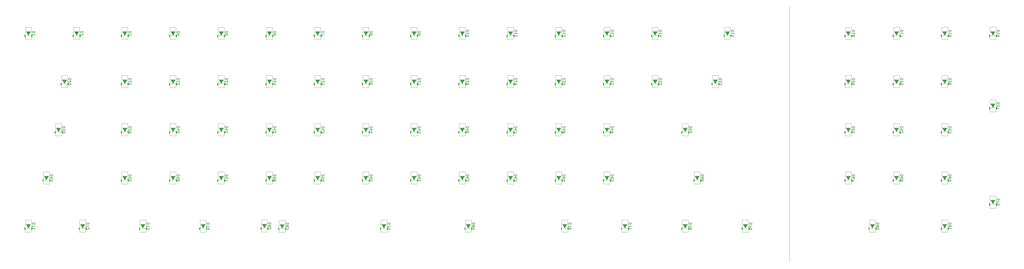
<source format=gbr>
%TF.GenerationSoftware,KiCad,Pcbnew,9.0.0*%
%TF.CreationDate,2025-04-11T18:17:40-05:00*%
%TF.ProjectId,AbbyNormal,41626279-4e6f-4726-9d61-6c2e6b696361,rev?*%
%TF.SameCoordinates,Original*%
%TF.FileFunction,Legend,Bot*%
%TF.FilePolarity,Positive*%
%FSLAX46Y46*%
G04 Gerber Fmt 4.6, Leading zero omitted, Abs format (unit mm)*
G04 Created by KiCad (PCBNEW 9.0.0) date 2025-04-11 18:17:40*
%MOMM*%
%LPD*%
G01*
G04 APERTURE LIST*
%ADD10C,0.100000*%
%ADD11C,0.150000*%
%ADD12C,0.120000*%
G04 APERTURE END LIST*
D10*
X364000000Y-68600000D02*
X364000000Y-169800000D01*
D11*
X427911819Y-97065714D02*
X426911819Y-97065714D01*
X426911819Y-97065714D02*
X426911819Y-97303809D01*
X426911819Y-97303809D02*
X426959438Y-97446666D01*
X426959438Y-97446666D02*
X427054676Y-97541904D01*
X427054676Y-97541904D02*
X427149914Y-97589523D01*
X427149914Y-97589523D02*
X427340390Y-97637142D01*
X427340390Y-97637142D02*
X427483247Y-97637142D01*
X427483247Y-97637142D02*
X427673723Y-97589523D01*
X427673723Y-97589523D02*
X427768961Y-97541904D01*
X427768961Y-97541904D02*
X427864200Y-97446666D01*
X427864200Y-97446666D02*
X427911819Y-97303809D01*
X427911819Y-97303809D02*
X427911819Y-97065714D01*
X426911819Y-97970476D02*
X426911819Y-98589523D01*
X426911819Y-98589523D02*
X427292771Y-98256190D01*
X427292771Y-98256190D02*
X427292771Y-98399047D01*
X427292771Y-98399047D02*
X427340390Y-98494285D01*
X427340390Y-98494285D02*
X427388009Y-98541904D01*
X427388009Y-98541904D02*
X427483247Y-98589523D01*
X427483247Y-98589523D02*
X427721342Y-98589523D01*
X427721342Y-98589523D02*
X427816580Y-98541904D01*
X427816580Y-98541904D02*
X427864200Y-98494285D01*
X427864200Y-98494285D02*
X427911819Y-98399047D01*
X427911819Y-98399047D02*
X427911819Y-98113333D01*
X427911819Y-98113333D02*
X427864200Y-98018095D01*
X427864200Y-98018095D02*
X427816580Y-97970476D01*
X426911819Y-99446666D02*
X426911819Y-99256190D01*
X426911819Y-99256190D02*
X426959438Y-99160952D01*
X426959438Y-99160952D02*
X427007057Y-99113333D01*
X427007057Y-99113333D02*
X427149914Y-99018095D01*
X427149914Y-99018095D02*
X427340390Y-98970476D01*
X427340390Y-98970476D02*
X427721342Y-98970476D01*
X427721342Y-98970476D02*
X427816580Y-99018095D01*
X427816580Y-99018095D02*
X427864200Y-99065714D01*
X427864200Y-99065714D02*
X427911819Y-99160952D01*
X427911819Y-99160952D02*
X427911819Y-99351428D01*
X427911819Y-99351428D02*
X427864200Y-99446666D01*
X427864200Y-99446666D02*
X427816580Y-99494285D01*
X427816580Y-99494285D02*
X427721342Y-99541904D01*
X427721342Y-99541904D02*
X427483247Y-99541904D01*
X427483247Y-99541904D02*
X427388009Y-99494285D01*
X427388009Y-99494285D02*
X427340390Y-99446666D01*
X427340390Y-99446666D02*
X427292771Y-99351428D01*
X427292771Y-99351428D02*
X427292771Y-99160952D01*
X427292771Y-99160952D02*
X427340390Y-99065714D01*
X427340390Y-99065714D02*
X427388009Y-99018095D01*
X427388009Y-99018095D02*
X427483247Y-98970476D01*
X399336819Y-154215714D02*
X398336819Y-154215714D01*
X398336819Y-154215714D02*
X398336819Y-154453809D01*
X398336819Y-154453809D02*
X398384438Y-154596666D01*
X398384438Y-154596666D02*
X398479676Y-154691904D01*
X398479676Y-154691904D02*
X398574914Y-154739523D01*
X398574914Y-154739523D02*
X398765390Y-154787142D01*
X398765390Y-154787142D02*
X398908247Y-154787142D01*
X398908247Y-154787142D02*
X399098723Y-154739523D01*
X399098723Y-154739523D02*
X399193961Y-154691904D01*
X399193961Y-154691904D02*
X399289200Y-154596666D01*
X399289200Y-154596666D02*
X399336819Y-154453809D01*
X399336819Y-154453809D02*
X399336819Y-154215714D01*
X398765390Y-155358571D02*
X398717771Y-155263333D01*
X398717771Y-155263333D02*
X398670152Y-155215714D01*
X398670152Y-155215714D02*
X398574914Y-155168095D01*
X398574914Y-155168095D02*
X398527295Y-155168095D01*
X398527295Y-155168095D02*
X398432057Y-155215714D01*
X398432057Y-155215714D02*
X398384438Y-155263333D01*
X398384438Y-155263333D02*
X398336819Y-155358571D01*
X398336819Y-155358571D02*
X398336819Y-155549047D01*
X398336819Y-155549047D02*
X398384438Y-155644285D01*
X398384438Y-155644285D02*
X398432057Y-155691904D01*
X398432057Y-155691904D02*
X398527295Y-155739523D01*
X398527295Y-155739523D02*
X398574914Y-155739523D01*
X398574914Y-155739523D02*
X398670152Y-155691904D01*
X398670152Y-155691904D02*
X398717771Y-155644285D01*
X398717771Y-155644285D02*
X398765390Y-155549047D01*
X398765390Y-155549047D02*
X398765390Y-155358571D01*
X398765390Y-155358571D02*
X398813009Y-155263333D01*
X398813009Y-155263333D02*
X398860628Y-155215714D01*
X398860628Y-155215714D02*
X398955866Y-155168095D01*
X398955866Y-155168095D02*
X399146342Y-155168095D01*
X399146342Y-155168095D02*
X399241580Y-155215714D01*
X399241580Y-155215714D02*
X399289200Y-155263333D01*
X399289200Y-155263333D02*
X399336819Y-155358571D01*
X399336819Y-155358571D02*
X399336819Y-155549047D01*
X399336819Y-155549047D02*
X399289200Y-155644285D01*
X399289200Y-155644285D02*
X399241580Y-155691904D01*
X399241580Y-155691904D02*
X399146342Y-155739523D01*
X399146342Y-155739523D02*
X398955866Y-155739523D01*
X398955866Y-155739523D02*
X398860628Y-155691904D01*
X398860628Y-155691904D02*
X398813009Y-155644285D01*
X398813009Y-155644285D02*
X398765390Y-155549047D01*
X398336819Y-156358571D02*
X398336819Y-156453809D01*
X398336819Y-156453809D02*
X398384438Y-156549047D01*
X398384438Y-156549047D02*
X398432057Y-156596666D01*
X398432057Y-156596666D02*
X398527295Y-156644285D01*
X398527295Y-156644285D02*
X398717771Y-156691904D01*
X398717771Y-156691904D02*
X398955866Y-156691904D01*
X398955866Y-156691904D02*
X399146342Y-156644285D01*
X399146342Y-156644285D02*
X399241580Y-156596666D01*
X399241580Y-156596666D02*
X399289200Y-156549047D01*
X399289200Y-156549047D02*
X399336819Y-156453809D01*
X399336819Y-156453809D02*
X399336819Y-156358571D01*
X399336819Y-156358571D02*
X399289200Y-156263333D01*
X399289200Y-156263333D02*
X399241580Y-156215714D01*
X399241580Y-156215714D02*
X399146342Y-156168095D01*
X399146342Y-156168095D02*
X398955866Y-156120476D01*
X398955866Y-156120476D02*
X398717771Y-156120476D01*
X398717771Y-156120476D02*
X398527295Y-156168095D01*
X398527295Y-156168095D02*
X398432057Y-156215714D01*
X398432057Y-156215714D02*
X398384438Y-156263333D01*
X398384438Y-156263333D02*
X398336819Y-156358571D01*
X389811819Y-78015714D02*
X388811819Y-78015714D01*
X388811819Y-78015714D02*
X388811819Y-78253809D01*
X388811819Y-78253809D02*
X388859438Y-78396666D01*
X388859438Y-78396666D02*
X388954676Y-78491904D01*
X388954676Y-78491904D02*
X389049914Y-78539523D01*
X389049914Y-78539523D02*
X389240390Y-78587142D01*
X389240390Y-78587142D02*
X389383247Y-78587142D01*
X389383247Y-78587142D02*
X389573723Y-78539523D01*
X389573723Y-78539523D02*
X389668961Y-78491904D01*
X389668961Y-78491904D02*
X389764200Y-78396666D01*
X389764200Y-78396666D02*
X389811819Y-78253809D01*
X389811819Y-78253809D02*
X389811819Y-78015714D01*
X389811819Y-79539523D02*
X389811819Y-78968095D01*
X389811819Y-79253809D02*
X388811819Y-79253809D01*
X388811819Y-79253809D02*
X388954676Y-79158571D01*
X388954676Y-79158571D02*
X389049914Y-79063333D01*
X389049914Y-79063333D02*
X389097533Y-78968095D01*
X388811819Y-80396666D02*
X388811819Y-80206190D01*
X388811819Y-80206190D02*
X388859438Y-80110952D01*
X388859438Y-80110952D02*
X388907057Y-80063333D01*
X388907057Y-80063333D02*
X389049914Y-79968095D01*
X389049914Y-79968095D02*
X389240390Y-79920476D01*
X389240390Y-79920476D02*
X389621342Y-79920476D01*
X389621342Y-79920476D02*
X389716580Y-79968095D01*
X389716580Y-79968095D02*
X389764200Y-80015714D01*
X389764200Y-80015714D02*
X389811819Y-80110952D01*
X389811819Y-80110952D02*
X389811819Y-80301428D01*
X389811819Y-80301428D02*
X389764200Y-80396666D01*
X389764200Y-80396666D02*
X389716580Y-80444285D01*
X389716580Y-80444285D02*
X389621342Y-80491904D01*
X389621342Y-80491904D02*
X389383247Y-80491904D01*
X389383247Y-80491904D02*
X389288009Y-80444285D01*
X389288009Y-80444285D02*
X389240390Y-80396666D01*
X389240390Y-80396666D02*
X389192771Y-80301428D01*
X389192771Y-80301428D02*
X389192771Y-80110952D01*
X389192771Y-80110952D02*
X389240390Y-80015714D01*
X389240390Y-80015714D02*
X389288009Y-79968095D01*
X389288009Y-79968095D02*
X389383247Y-79920476D01*
X389811819Y-97065714D02*
X388811819Y-97065714D01*
X388811819Y-97065714D02*
X388811819Y-97303809D01*
X388811819Y-97303809D02*
X388859438Y-97446666D01*
X388859438Y-97446666D02*
X388954676Y-97541904D01*
X388954676Y-97541904D02*
X389049914Y-97589523D01*
X389049914Y-97589523D02*
X389240390Y-97637142D01*
X389240390Y-97637142D02*
X389383247Y-97637142D01*
X389383247Y-97637142D02*
X389573723Y-97589523D01*
X389573723Y-97589523D02*
X389668961Y-97541904D01*
X389668961Y-97541904D02*
X389764200Y-97446666D01*
X389764200Y-97446666D02*
X389811819Y-97303809D01*
X389811819Y-97303809D02*
X389811819Y-97065714D01*
X388811819Y-97970476D02*
X388811819Y-98589523D01*
X388811819Y-98589523D02*
X389192771Y-98256190D01*
X389192771Y-98256190D02*
X389192771Y-98399047D01*
X389192771Y-98399047D02*
X389240390Y-98494285D01*
X389240390Y-98494285D02*
X389288009Y-98541904D01*
X389288009Y-98541904D02*
X389383247Y-98589523D01*
X389383247Y-98589523D02*
X389621342Y-98589523D01*
X389621342Y-98589523D02*
X389716580Y-98541904D01*
X389716580Y-98541904D02*
X389764200Y-98494285D01*
X389764200Y-98494285D02*
X389811819Y-98399047D01*
X389811819Y-98399047D02*
X389811819Y-98113333D01*
X389811819Y-98113333D02*
X389764200Y-98018095D01*
X389764200Y-98018095D02*
X389716580Y-97970476D01*
X389145152Y-99446666D02*
X389811819Y-99446666D01*
X388764200Y-99208571D02*
X389478485Y-98970476D01*
X389478485Y-98970476D02*
X389478485Y-99589523D01*
X389811819Y-116115714D02*
X388811819Y-116115714D01*
X388811819Y-116115714D02*
X388811819Y-116353809D01*
X388811819Y-116353809D02*
X388859438Y-116496666D01*
X388859438Y-116496666D02*
X388954676Y-116591904D01*
X388954676Y-116591904D02*
X389049914Y-116639523D01*
X389049914Y-116639523D02*
X389240390Y-116687142D01*
X389240390Y-116687142D02*
X389383247Y-116687142D01*
X389383247Y-116687142D02*
X389573723Y-116639523D01*
X389573723Y-116639523D02*
X389668961Y-116591904D01*
X389668961Y-116591904D02*
X389764200Y-116496666D01*
X389764200Y-116496666D02*
X389811819Y-116353809D01*
X389811819Y-116353809D02*
X389811819Y-116115714D01*
X388811819Y-117591904D02*
X388811819Y-117115714D01*
X388811819Y-117115714D02*
X389288009Y-117068095D01*
X389288009Y-117068095D02*
X389240390Y-117115714D01*
X389240390Y-117115714D02*
X389192771Y-117210952D01*
X389192771Y-117210952D02*
X389192771Y-117449047D01*
X389192771Y-117449047D02*
X389240390Y-117544285D01*
X389240390Y-117544285D02*
X389288009Y-117591904D01*
X389288009Y-117591904D02*
X389383247Y-117639523D01*
X389383247Y-117639523D02*
X389621342Y-117639523D01*
X389621342Y-117639523D02*
X389716580Y-117591904D01*
X389716580Y-117591904D02*
X389764200Y-117544285D01*
X389764200Y-117544285D02*
X389811819Y-117449047D01*
X389811819Y-117449047D02*
X389811819Y-117210952D01*
X389811819Y-117210952D02*
X389764200Y-117115714D01*
X389764200Y-117115714D02*
X389716580Y-117068095D01*
X389811819Y-118591904D02*
X389811819Y-118020476D01*
X389811819Y-118306190D02*
X388811819Y-118306190D01*
X388811819Y-118306190D02*
X388954676Y-118210952D01*
X388954676Y-118210952D02*
X389049914Y-118115714D01*
X389049914Y-118115714D02*
X389097533Y-118020476D01*
X446961819Y-78015714D02*
X445961819Y-78015714D01*
X445961819Y-78015714D02*
X445961819Y-78253809D01*
X445961819Y-78253809D02*
X446009438Y-78396666D01*
X446009438Y-78396666D02*
X446104676Y-78491904D01*
X446104676Y-78491904D02*
X446199914Y-78539523D01*
X446199914Y-78539523D02*
X446390390Y-78587142D01*
X446390390Y-78587142D02*
X446533247Y-78587142D01*
X446533247Y-78587142D02*
X446723723Y-78539523D01*
X446723723Y-78539523D02*
X446818961Y-78491904D01*
X446818961Y-78491904D02*
X446914200Y-78396666D01*
X446914200Y-78396666D02*
X446961819Y-78253809D01*
X446961819Y-78253809D02*
X446961819Y-78015714D01*
X446961819Y-79539523D02*
X446961819Y-78968095D01*
X446961819Y-79253809D02*
X445961819Y-79253809D01*
X445961819Y-79253809D02*
X446104676Y-79158571D01*
X446104676Y-79158571D02*
X446199914Y-79063333D01*
X446199914Y-79063333D02*
X446247533Y-78968095D01*
X446961819Y-80015714D02*
X446961819Y-80206190D01*
X446961819Y-80206190D02*
X446914200Y-80301428D01*
X446914200Y-80301428D02*
X446866580Y-80349047D01*
X446866580Y-80349047D02*
X446723723Y-80444285D01*
X446723723Y-80444285D02*
X446533247Y-80491904D01*
X446533247Y-80491904D02*
X446152295Y-80491904D01*
X446152295Y-80491904D02*
X446057057Y-80444285D01*
X446057057Y-80444285D02*
X446009438Y-80396666D01*
X446009438Y-80396666D02*
X445961819Y-80301428D01*
X445961819Y-80301428D02*
X445961819Y-80110952D01*
X445961819Y-80110952D02*
X446009438Y-80015714D01*
X446009438Y-80015714D02*
X446057057Y-79968095D01*
X446057057Y-79968095D02*
X446152295Y-79920476D01*
X446152295Y-79920476D02*
X446390390Y-79920476D01*
X446390390Y-79920476D02*
X446485628Y-79968095D01*
X446485628Y-79968095D02*
X446533247Y-80015714D01*
X446533247Y-80015714D02*
X446580866Y-80110952D01*
X446580866Y-80110952D02*
X446580866Y-80301428D01*
X446580866Y-80301428D02*
X446533247Y-80396666D01*
X446533247Y-80396666D02*
X446485628Y-80444285D01*
X446485628Y-80444285D02*
X446390390Y-80491904D01*
X446961819Y-144690714D02*
X445961819Y-144690714D01*
X445961819Y-144690714D02*
X445961819Y-144928809D01*
X445961819Y-144928809D02*
X446009438Y-145071666D01*
X446009438Y-145071666D02*
X446104676Y-145166904D01*
X446104676Y-145166904D02*
X446199914Y-145214523D01*
X446199914Y-145214523D02*
X446390390Y-145262142D01*
X446390390Y-145262142D02*
X446533247Y-145262142D01*
X446533247Y-145262142D02*
X446723723Y-145214523D01*
X446723723Y-145214523D02*
X446818961Y-145166904D01*
X446818961Y-145166904D02*
X446914200Y-145071666D01*
X446914200Y-145071666D02*
X446961819Y-144928809D01*
X446961819Y-144928809D02*
X446961819Y-144690714D01*
X445961819Y-145595476D02*
X445961819Y-146262142D01*
X445961819Y-146262142D02*
X446961819Y-145833571D01*
X445961819Y-146833571D02*
X445961819Y-146928809D01*
X445961819Y-146928809D02*
X446009438Y-147024047D01*
X446009438Y-147024047D02*
X446057057Y-147071666D01*
X446057057Y-147071666D02*
X446152295Y-147119285D01*
X446152295Y-147119285D02*
X446342771Y-147166904D01*
X446342771Y-147166904D02*
X446580866Y-147166904D01*
X446580866Y-147166904D02*
X446771342Y-147119285D01*
X446771342Y-147119285D02*
X446866580Y-147071666D01*
X446866580Y-147071666D02*
X446914200Y-147024047D01*
X446914200Y-147024047D02*
X446961819Y-146928809D01*
X446961819Y-146928809D02*
X446961819Y-146833571D01*
X446961819Y-146833571D02*
X446914200Y-146738333D01*
X446914200Y-146738333D02*
X446866580Y-146690714D01*
X446866580Y-146690714D02*
X446771342Y-146643095D01*
X446771342Y-146643095D02*
X446580866Y-146595476D01*
X446580866Y-146595476D02*
X446342771Y-146595476D01*
X446342771Y-146595476D02*
X446152295Y-146643095D01*
X446152295Y-146643095D02*
X446057057Y-146690714D01*
X446057057Y-146690714D02*
X446009438Y-146738333D01*
X446009438Y-146738333D02*
X445961819Y-146833571D01*
X446961819Y-106590714D02*
X445961819Y-106590714D01*
X445961819Y-106590714D02*
X445961819Y-106828809D01*
X445961819Y-106828809D02*
X446009438Y-106971666D01*
X446009438Y-106971666D02*
X446104676Y-107066904D01*
X446104676Y-107066904D02*
X446199914Y-107114523D01*
X446199914Y-107114523D02*
X446390390Y-107162142D01*
X446390390Y-107162142D02*
X446533247Y-107162142D01*
X446533247Y-107162142D02*
X446723723Y-107114523D01*
X446723723Y-107114523D02*
X446818961Y-107066904D01*
X446818961Y-107066904D02*
X446914200Y-106971666D01*
X446914200Y-106971666D02*
X446961819Y-106828809D01*
X446961819Y-106828809D02*
X446961819Y-106590714D01*
X445961819Y-107495476D02*
X445961819Y-108114523D01*
X445961819Y-108114523D02*
X446342771Y-107781190D01*
X446342771Y-107781190D02*
X446342771Y-107924047D01*
X446342771Y-107924047D02*
X446390390Y-108019285D01*
X446390390Y-108019285D02*
X446438009Y-108066904D01*
X446438009Y-108066904D02*
X446533247Y-108114523D01*
X446533247Y-108114523D02*
X446771342Y-108114523D01*
X446771342Y-108114523D02*
X446866580Y-108066904D01*
X446866580Y-108066904D02*
X446914200Y-108019285D01*
X446914200Y-108019285D02*
X446961819Y-107924047D01*
X446961819Y-107924047D02*
X446961819Y-107638333D01*
X446961819Y-107638333D02*
X446914200Y-107543095D01*
X446914200Y-107543095D02*
X446866580Y-107495476D01*
X445961819Y-108447857D02*
X445961819Y-109114523D01*
X445961819Y-109114523D02*
X446961819Y-108685952D01*
X408861819Y-135165714D02*
X407861819Y-135165714D01*
X407861819Y-135165714D02*
X407861819Y-135403809D01*
X407861819Y-135403809D02*
X407909438Y-135546666D01*
X407909438Y-135546666D02*
X408004676Y-135641904D01*
X408004676Y-135641904D02*
X408099914Y-135689523D01*
X408099914Y-135689523D02*
X408290390Y-135737142D01*
X408290390Y-135737142D02*
X408433247Y-135737142D01*
X408433247Y-135737142D02*
X408623723Y-135689523D01*
X408623723Y-135689523D02*
X408718961Y-135641904D01*
X408718961Y-135641904D02*
X408814200Y-135546666D01*
X408814200Y-135546666D02*
X408861819Y-135403809D01*
X408861819Y-135403809D02*
X408861819Y-135165714D01*
X407861819Y-136594285D02*
X407861819Y-136403809D01*
X407861819Y-136403809D02*
X407909438Y-136308571D01*
X407909438Y-136308571D02*
X407957057Y-136260952D01*
X407957057Y-136260952D02*
X408099914Y-136165714D01*
X408099914Y-136165714D02*
X408290390Y-136118095D01*
X408290390Y-136118095D02*
X408671342Y-136118095D01*
X408671342Y-136118095D02*
X408766580Y-136165714D01*
X408766580Y-136165714D02*
X408814200Y-136213333D01*
X408814200Y-136213333D02*
X408861819Y-136308571D01*
X408861819Y-136308571D02*
X408861819Y-136499047D01*
X408861819Y-136499047D02*
X408814200Y-136594285D01*
X408814200Y-136594285D02*
X408766580Y-136641904D01*
X408766580Y-136641904D02*
X408671342Y-136689523D01*
X408671342Y-136689523D02*
X408433247Y-136689523D01*
X408433247Y-136689523D02*
X408338009Y-136641904D01*
X408338009Y-136641904D02*
X408290390Y-136594285D01*
X408290390Y-136594285D02*
X408242771Y-136499047D01*
X408242771Y-136499047D02*
X408242771Y-136308571D01*
X408242771Y-136308571D02*
X408290390Y-136213333D01*
X408290390Y-136213333D02*
X408338009Y-136165714D01*
X408338009Y-136165714D02*
X408433247Y-136118095D01*
X408290390Y-137260952D02*
X408242771Y-137165714D01*
X408242771Y-137165714D02*
X408195152Y-137118095D01*
X408195152Y-137118095D02*
X408099914Y-137070476D01*
X408099914Y-137070476D02*
X408052295Y-137070476D01*
X408052295Y-137070476D02*
X407957057Y-137118095D01*
X407957057Y-137118095D02*
X407909438Y-137165714D01*
X407909438Y-137165714D02*
X407861819Y-137260952D01*
X407861819Y-137260952D02*
X407861819Y-137451428D01*
X407861819Y-137451428D02*
X407909438Y-137546666D01*
X407909438Y-137546666D02*
X407957057Y-137594285D01*
X407957057Y-137594285D02*
X408052295Y-137641904D01*
X408052295Y-137641904D02*
X408099914Y-137641904D01*
X408099914Y-137641904D02*
X408195152Y-137594285D01*
X408195152Y-137594285D02*
X408242771Y-137546666D01*
X408242771Y-137546666D02*
X408290390Y-137451428D01*
X408290390Y-137451428D02*
X408290390Y-137260952D01*
X408290390Y-137260952D02*
X408338009Y-137165714D01*
X408338009Y-137165714D02*
X408385628Y-137118095D01*
X408385628Y-137118095D02*
X408480866Y-137070476D01*
X408480866Y-137070476D02*
X408671342Y-137070476D01*
X408671342Y-137070476D02*
X408766580Y-137118095D01*
X408766580Y-137118095D02*
X408814200Y-137165714D01*
X408814200Y-137165714D02*
X408861819Y-137260952D01*
X408861819Y-137260952D02*
X408861819Y-137451428D01*
X408861819Y-137451428D02*
X408814200Y-137546666D01*
X408814200Y-137546666D02*
X408766580Y-137594285D01*
X408766580Y-137594285D02*
X408671342Y-137641904D01*
X408671342Y-137641904D02*
X408480866Y-137641904D01*
X408480866Y-137641904D02*
X408385628Y-137594285D01*
X408385628Y-137594285D02*
X408338009Y-137546666D01*
X408338009Y-137546666D02*
X408290390Y-137451428D01*
X408861819Y-97065714D02*
X407861819Y-97065714D01*
X407861819Y-97065714D02*
X407861819Y-97303809D01*
X407861819Y-97303809D02*
X407909438Y-97446666D01*
X407909438Y-97446666D02*
X408004676Y-97541904D01*
X408004676Y-97541904D02*
X408099914Y-97589523D01*
X408099914Y-97589523D02*
X408290390Y-97637142D01*
X408290390Y-97637142D02*
X408433247Y-97637142D01*
X408433247Y-97637142D02*
X408623723Y-97589523D01*
X408623723Y-97589523D02*
X408718961Y-97541904D01*
X408718961Y-97541904D02*
X408814200Y-97446666D01*
X408814200Y-97446666D02*
X408861819Y-97303809D01*
X408861819Y-97303809D02*
X408861819Y-97065714D01*
X407861819Y-97970476D02*
X407861819Y-98589523D01*
X407861819Y-98589523D02*
X408242771Y-98256190D01*
X408242771Y-98256190D02*
X408242771Y-98399047D01*
X408242771Y-98399047D02*
X408290390Y-98494285D01*
X408290390Y-98494285D02*
X408338009Y-98541904D01*
X408338009Y-98541904D02*
X408433247Y-98589523D01*
X408433247Y-98589523D02*
X408671342Y-98589523D01*
X408671342Y-98589523D02*
X408766580Y-98541904D01*
X408766580Y-98541904D02*
X408814200Y-98494285D01*
X408814200Y-98494285D02*
X408861819Y-98399047D01*
X408861819Y-98399047D02*
X408861819Y-98113333D01*
X408861819Y-98113333D02*
X408814200Y-98018095D01*
X408814200Y-98018095D02*
X408766580Y-97970476D01*
X407861819Y-99494285D02*
X407861819Y-99018095D01*
X407861819Y-99018095D02*
X408338009Y-98970476D01*
X408338009Y-98970476D02*
X408290390Y-99018095D01*
X408290390Y-99018095D02*
X408242771Y-99113333D01*
X408242771Y-99113333D02*
X408242771Y-99351428D01*
X408242771Y-99351428D02*
X408290390Y-99446666D01*
X408290390Y-99446666D02*
X408338009Y-99494285D01*
X408338009Y-99494285D02*
X408433247Y-99541904D01*
X408433247Y-99541904D02*
X408671342Y-99541904D01*
X408671342Y-99541904D02*
X408766580Y-99494285D01*
X408766580Y-99494285D02*
X408814200Y-99446666D01*
X408814200Y-99446666D02*
X408861819Y-99351428D01*
X408861819Y-99351428D02*
X408861819Y-99113333D01*
X408861819Y-99113333D02*
X408814200Y-99018095D01*
X408814200Y-99018095D02*
X408766580Y-98970476D01*
X427911819Y-154215714D02*
X426911819Y-154215714D01*
X426911819Y-154215714D02*
X426911819Y-154453809D01*
X426911819Y-154453809D02*
X426959438Y-154596666D01*
X426959438Y-154596666D02*
X427054676Y-154691904D01*
X427054676Y-154691904D02*
X427149914Y-154739523D01*
X427149914Y-154739523D02*
X427340390Y-154787142D01*
X427340390Y-154787142D02*
X427483247Y-154787142D01*
X427483247Y-154787142D02*
X427673723Y-154739523D01*
X427673723Y-154739523D02*
X427768961Y-154691904D01*
X427768961Y-154691904D02*
X427864200Y-154596666D01*
X427864200Y-154596666D02*
X427911819Y-154453809D01*
X427911819Y-154453809D02*
X427911819Y-154215714D01*
X427340390Y-155358571D02*
X427292771Y-155263333D01*
X427292771Y-155263333D02*
X427245152Y-155215714D01*
X427245152Y-155215714D02*
X427149914Y-155168095D01*
X427149914Y-155168095D02*
X427102295Y-155168095D01*
X427102295Y-155168095D02*
X427007057Y-155215714D01*
X427007057Y-155215714D02*
X426959438Y-155263333D01*
X426959438Y-155263333D02*
X426911819Y-155358571D01*
X426911819Y-155358571D02*
X426911819Y-155549047D01*
X426911819Y-155549047D02*
X426959438Y-155644285D01*
X426959438Y-155644285D02*
X427007057Y-155691904D01*
X427007057Y-155691904D02*
X427102295Y-155739523D01*
X427102295Y-155739523D02*
X427149914Y-155739523D01*
X427149914Y-155739523D02*
X427245152Y-155691904D01*
X427245152Y-155691904D02*
X427292771Y-155644285D01*
X427292771Y-155644285D02*
X427340390Y-155549047D01*
X427340390Y-155549047D02*
X427340390Y-155358571D01*
X427340390Y-155358571D02*
X427388009Y-155263333D01*
X427388009Y-155263333D02*
X427435628Y-155215714D01*
X427435628Y-155215714D02*
X427530866Y-155168095D01*
X427530866Y-155168095D02*
X427721342Y-155168095D01*
X427721342Y-155168095D02*
X427816580Y-155215714D01*
X427816580Y-155215714D02*
X427864200Y-155263333D01*
X427864200Y-155263333D02*
X427911819Y-155358571D01*
X427911819Y-155358571D02*
X427911819Y-155549047D01*
X427911819Y-155549047D02*
X427864200Y-155644285D01*
X427864200Y-155644285D02*
X427816580Y-155691904D01*
X427816580Y-155691904D02*
X427721342Y-155739523D01*
X427721342Y-155739523D02*
X427530866Y-155739523D01*
X427530866Y-155739523D02*
X427435628Y-155691904D01*
X427435628Y-155691904D02*
X427388009Y-155644285D01*
X427388009Y-155644285D02*
X427340390Y-155549047D01*
X427911819Y-156691904D02*
X427911819Y-156120476D01*
X427911819Y-156406190D02*
X426911819Y-156406190D01*
X426911819Y-156406190D02*
X427054676Y-156310952D01*
X427054676Y-156310952D02*
X427149914Y-156215714D01*
X427149914Y-156215714D02*
X427197533Y-156120476D01*
X427911819Y-116115714D02*
X426911819Y-116115714D01*
X426911819Y-116115714D02*
X426911819Y-116353809D01*
X426911819Y-116353809D02*
X426959438Y-116496666D01*
X426959438Y-116496666D02*
X427054676Y-116591904D01*
X427054676Y-116591904D02*
X427149914Y-116639523D01*
X427149914Y-116639523D02*
X427340390Y-116687142D01*
X427340390Y-116687142D02*
X427483247Y-116687142D01*
X427483247Y-116687142D02*
X427673723Y-116639523D01*
X427673723Y-116639523D02*
X427768961Y-116591904D01*
X427768961Y-116591904D02*
X427864200Y-116496666D01*
X427864200Y-116496666D02*
X427911819Y-116353809D01*
X427911819Y-116353809D02*
X427911819Y-116115714D01*
X426911819Y-117591904D02*
X426911819Y-117115714D01*
X426911819Y-117115714D02*
X427388009Y-117068095D01*
X427388009Y-117068095D02*
X427340390Y-117115714D01*
X427340390Y-117115714D02*
X427292771Y-117210952D01*
X427292771Y-117210952D02*
X427292771Y-117449047D01*
X427292771Y-117449047D02*
X427340390Y-117544285D01*
X427340390Y-117544285D02*
X427388009Y-117591904D01*
X427388009Y-117591904D02*
X427483247Y-117639523D01*
X427483247Y-117639523D02*
X427721342Y-117639523D01*
X427721342Y-117639523D02*
X427816580Y-117591904D01*
X427816580Y-117591904D02*
X427864200Y-117544285D01*
X427864200Y-117544285D02*
X427911819Y-117449047D01*
X427911819Y-117449047D02*
X427911819Y-117210952D01*
X427911819Y-117210952D02*
X427864200Y-117115714D01*
X427864200Y-117115714D02*
X427816580Y-117068095D01*
X426911819Y-117972857D02*
X426911819Y-118591904D01*
X426911819Y-118591904D02*
X427292771Y-118258571D01*
X427292771Y-118258571D02*
X427292771Y-118401428D01*
X427292771Y-118401428D02*
X427340390Y-118496666D01*
X427340390Y-118496666D02*
X427388009Y-118544285D01*
X427388009Y-118544285D02*
X427483247Y-118591904D01*
X427483247Y-118591904D02*
X427721342Y-118591904D01*
X427721342Y-118591904D02*
X427816580Y-118544285D01*
X427816580Y-118544285D02*
X427864200Y-118496666D01*
X427864200Y-118496666D02*
X427911819Y-118401428D01*
X427911819Y-118401428D02*
X427911819Y-118115714D01*
X427911819Y-118115714D02*
X427864200Y-118020476D01*
X427864200Y-118020476D02*
X427816580Y-117972857D01*
X389811819Y-135165714D02*
X388811819Y-135165714D01*
X388811819Y-135165714D02*
X388811819Y-135403809D01*
X388811819Y-135403809D02*
X388859438Y-135546666D01*
X388859438Y-135546666D02*
X388954676Y-135641904D01*
X388954676Y-135641904D02*
X389049914Y-135689523D01*
X389049914Y-135689523D02*
X389240390Y-135737142D01*
X389240390Y-135737142D02*
X389383247Y-135737142D01*
X389383247Y-135737142D02*
X389573723Y-135689523D01*
X389573723Y-135689523D02*
X389668961Y-135641904D01*
X389668961Y-135641904D02*
X389764200Y-135546666D01*
X389764200Y-135546666D02*
X389811819Y-135403809D01*
X389811819Y-135403809D02*
X389811819Y-135165714D01*
X388811819Y-136594285D02*
X388811819Y-136403809D01*
X388811819Y-136403809D02*
X388859438Y-136308571D01*
X388859438Y-136308571D02*
X388907057Y-136260952D01*
X388907057Y-136260952D02*
X389049914Y-136165714D01*
X389049914Y-136165714D02*
X389240390Y-136118095D01*
X389240390Y-136118095D02*
X389621342Y-136118095D01*
X389621342Y-136118095D02*
X389716580Y-136165714D01*
X389716580Y-136165714D02*
X389764200Y-136213333D01*
X389764200Y-136213333D02*
X389811819Y-136308571D01*
X389811819Y-136308571D02*
X389811819Y-136499047D01*
X389811819Y-136499047D02*
X389764200Y-136594285D01*
X389764200Y-136594285D02*
X389716580Y-136641904D01*
X389716580Y-136641904D02*
X389621342Y-136689523D01*
X389621342Y-136689523D02*
X389383247Y-136689523D01*
X389383247Y-136689523D02*
X389288009Y-136641904D01*
X389288009Y-136641904D02*
X389240390Y-136594285D01*
X389240390Y-136594285D02*
X389192771Y-136499047D01*
X389192771Y-136499047D02*
X389192771Y-136308571D01*
X389192771Y-136308571D02*
X389240390Y-136213333D01*
X389240390Y-136213333D02*
X389288009Y-136165714D01*
X389288009Y-136165714D02*
X389383247Y-136118095D01*
X388811819Y-137022857D02*
X388811819Y-137689523D01*
X388811819Y-137689523D02*
X389811819Y-137260952D01*
X427911819Y-135165714D02*
X426911819Y-135165714D01*
X426911819Y-135165714D02*
X426911819Y-135403809D01*
X426911819Y-135403809D02*
X426959438Y-135546666D01*
X426959438Y-135546666D02*
X427054676Y-135641904D01*
X427054676Y-135641904D02*
X427149914Y-135689523D01*
X427149914Y-135689523D02*
X427340390Y-135737142D01*
X427340390Y-135737142D02*
X427483247Y-135737142D01*
X427483247Y-135737142D02*
X427673723Y-135689523D01*
X427673723Y-135689523D02*
X427768961Y-135641904D01*
X427768961Y-135641904D02*
X427864200Y-135546666D01*
X427864200Y-135546666D02*
X427911819Y-135403809D01*
X427911819Y-135403809D02*
X427911819Y-135165714D01*
X426911819Y-136594285D02*
X426911819Y-136403809D01*
X426911819Y-136403809D02*
X426959438Y-136308571D01*
X426959438Y-136308571D02*
X427007057Y-136260952D01*
X427007057Y-136260952D02*
X427149914Y-136165714D01*
X427149914Y-136165714D02*
X427340390Y-136118095D01*
X427340390Y-136118095D02*
X427721342Y-136118095D01*
X427721342Y-136118095D02*
X427816580Y-136165714D01*
X427816580Y-136165714D02*
X427864200Y-136213333D01*
X427864200Y-136213333D02*
X427911819Y-136308571D01*
X427911819Y-136308571D02*
X427911819Y-136499047D01*
X427911819Y-136499047D02*
X427864200Y-136594285D01*
X427864200Y-136594285D02*
X427816580Y-136641904D01*
X427816580Y-136641904D02*
X427721342Y-136689523D01*
X427721342Y-136689523D02*
X427483247Y-136689523D01*
X427483247Y-136689523D02*
X427388009Y-136641904D01*
X427388009Y-136641904D02*
X427340390Y-136594285D01*
X427340390Y-136594285D02*
X427292771Y-136499047D01*
X427292771Y-136499047D02*
X427292771Y-136308571D01*
X427292771Y-136308571D02*
X427340390Y-136213333D01*
X427340390Y-136213333D02*
X427388009Y-136165714D01*
X427388009Y-136165714D02*
X427483247Y-136118095D01*
X427911819Y-137165714D02*
X427911819Y-137356190D01*
X427911819Y-137356190D02*
X427864200Y-137451428D01*
X427864200Y-137451428D02*
X427816580Y-137499047D01*
X427816580Y-137499047D02*
X427673723Y-137594285D01*
X427673723Y-137594285D02*
X427483247Y-137641904D01*
X427483247Y-137641904D02*
X427102295Y-137641904D01*
X427102295Y-137641904D02*
X427007057Y-137594285D01*
X427007057Y-137594285D02*
X426959438Y-137546666D01*
X426959438Y-137546666D02*
X426911819Y-137451428D01*
X426911819Y-137451428D02*
X426911819Y-137260952D01*
X426911819Y-137260952D02*
X426959438Y-137165714D01*
X426959438Y-137165714D02*
X427007057Y-137118095D01*
X427007057Y-137118095D02*
X427102295Y-137070476D01*
X427102295Y-137070476D02*
X427340390Y-137070476D01*
X427340390Y-137070476D02*
X427435628Y-137118095D01*
X427435628Y-137118095D02*
X427483247Y-137165714D01*
X427483247Y-137165714D02*
X427530866Y-137260952D01*
X427530866Y-137260952D02*
X427530866Y-137451428D01*
X427530866Y-137451428D02*
X427483247Y-137546666D01*
X427483247Y-137546666D02*
X427435628Y-137594285D01*
X427435628Y-137594285D02*
X427340390Y-137641904D01*
X408861819Y-78015714D02*
X407861819Y-78015714D01*
X407861819Y-78015714D02*
X407861819Y-78253809D01*
X407861819Y-78253809D02*
X407909438Y-78396666D01*
X407909438Y-78396666D02*
X408004676Y-78491904D01*
X408004676Y-78491904D02*
X408099914Y-78539523D01*
X408099914Y-78539523D02*
X408290390Y-78587142D01*
X408290390Y-78587142D02*
X408433247Y-78587142D01*
X408433247Y-78587142D02*
X408623723Y-78539523D01*
X408623723Y-78539523D02*
X408718961Y-78491904D01*
X408718961Y-78491904D02*
X408814200Y-78396666D01*
X408814200Y-78396666D02*
X408861819Y-78253809D01*
X408861819Y-78253809D02*
X408861819Y-78015714D01*
X408861819Y-79539523D02*
X408861819Y-78968095D01*
X408861819Y-79253809D02*
X407861819Y-79253809D01*
X407861819Y-79253809D02*
X408004676Y-79158571D01*
X408004676Y-79158571D02*
X408099914Y-79063333D01*
X408099914Y-79063333D02*
X408147533Y-78968095D01*
X407861819Y-79872857D02*
X407861819Y-80539523D01*
X407861819Y-80539523D02*
X408861819Y-80110952D01*
X427911819Y-78015714D02*
X426911819Y-78015714D01*
X426911819Y-78015714D02*
X426911819Y-78253809D01*
X426911819Y-78253809D02*
X426959438Y-78396666D01*
X426959438Y-78396666D02*
X427054676Y-78491904D01*
X427054676Y-78491904D02*
X427149914Y-78539523D01*
X427149914Y-78539523D02*
X427340390Y-78587142D01*
X427340390Y-78587142D02*
X427483247Y-78587142D01*
X427483247Y-78587142D02*
X427673723Y-78539523D01*
X427673723Y-78539523D02*
X427768961Y-78491904D01*
X427768961Y-78491904D02*
X427864200Y-78396666D01*
X427864200Y-78396666D02*
X427911819Y-78253809D01*
X427911819Y-78253809D02*
X427911819Y-78015714D01*
X427911819Y-79539523D02*
X427911819Y-78968095D01*
X427911819Y-79253809D02*
X426911819Y-79253809D01*
X426911819Y-79253809D02*
X427054676Y-79158571D01*
X427054676Y-79158571D02*
X427149914Y-79063333D01*
X427149914Y-79063333D02*
X427197533Y-78968095D01*
X427340390Y-80110952D02*
X427292771Y-80015714D01*
X427292771Y-80015714D02*
X427245152Y-79968095D01*
X427245152Y-79968095D02*
X427149914Y-79920476D01*
X427149914Y-79920476D02*
X427102295Y-79920476D01*
X427102295Y-79920476D02*
X427007057Y-79968095D01*
X427007057Y-79968095D02*
X426959438Y-80015714D01*
X426959438Y-80015714D02*
X426911819Y-80110952D01*
X426911819Y-80110952D02*
X426911819Y-80301428D01*
X426911819Y-80301428D02*
X426959438Y-80396666D01*
X426959438Y-80396666D02*
X427007057Y-80444285D01*
X427007057Y-80444285D02*
X427102295Y-80491904D01*
X427102295Y-80491904D02*
X427149914Y-80491904D01*
X427149914Y-80491904D02*
X427245152Y-80444285D01*
X427245152Y-80444285D02*
X427292771Y-80396666D01*
X427292771Y-80396666D02*
X427340390Y-80301428D01*
X427340390Y-80301428D02*
X427340390Y-80110952D01*
X427340390Y-80110952D02*
X427388009Y-80015714D01*
X427388009Y-80015714D02*
X427435628Y-79968095D01*
X427435628Y-79968095D02*
X427530866Y-79920476D01*
X427530866Y-79920476D02*
X427721342Y-79920476D01*
X427721342Y-79920476D02*
X427816580Y-79968095D01*
X427816580Y-79968095D02*
X427864200Y-80015714D01*
X427864200Y-80015714D02*
X427911819Y-80110952D01*
X427911819Y-80110952D02*
X427911819Y-80301428D01*
X427911819Y-80301428D02*
X427864200Y-80396666D01*
X427864200Y-80396666D02*
X427816580Y-80444285D01*
X427816580Y-80444285D02*
X427721342Y-80491904D01*
X427721342Y-80491904D02*
X427530866Y-80491904D01*
X427530866Y-80491904D02*
X427435628Y-80444285D01*
X427435628Y-80444285D02*
X427388009Y-80396666D01*
X427388009Y-80396666D02*
X427340390Y-80301428D01*
X408861819Y-116115714D02*
X407861819Y-116115714D01*
X407861819Y-116115714D02*
X407861819Y-116353809D01*
X407861819Y-116353809D02*
X407909438Y-116496666D01*
X407909438Y-116496666D02*
X408004676Y-116591904D01*
X408004676Y-116591904D02*
X408099914Y-116639523D01*
X408099914Y-116639523D02*
X408290390Y-116687142D01*
X408290390Y-116687142D02*
X408433247Y-116687142D01*
X408433247Y-116687142D02*
X408623723Y-116639523D01*
X408623723Y-116639523D02*
X408718961Y-116591904D01*
X408718961Y-116591904D02*
X408814200Y-116496666D01*
X408814200Y-116496666D02*
X408861819Y-116353809D01*
X408861819Y-116353809D02*
X408861819Y-116115714D01*
X407861819Y-117591904D02*
X407861819Y-117115714D01*
X407861819Y-117115714D02*
X408338009Y-117068095D01*
X408338009Y-117068095D02*
X408290390Y-117115714D01*
X408290390Y-117115714D02*
X408242771Y-117210952D01*
X408242771Y-117210952D02*
X408242771Y-117449047D01*
X408242771Y-117449047D02*
X408290390Y-117544285D01*
X408290390Y-117544285D02*
X408338009Y-117591904D01*
X408338009Y-117591904D02*
X408433247Y-117639523D01*
X408433247Y-117639523D02*
X408671342Y-117639523D01*
X408671342Y-117639523D02*
X408766580Y-117591904D01*
X408766580Y-117591904D02*
X408814200Y-117544285D01*
X408814200Y-117544285D02*
X408861819Y-117449047D01*
X408861819Y-117449047D02*
X408861819Y-117210952D01*
X408861819Y-117210952D02*
X408814200Y-117115714D01*
X408814200Y-117115714D02*
X408766580Y-117068095D01*
X407957057Y-118020476D02*
X407909438Y-118068095D01*
X407909438Y-118068095D02*
X407861819Y-118163333D01*
X407861819Y-118163333D02*
X407861819Y-118401428D01*
X407861819Y-118401428D02*
X407909438Y-118496666D01*
X407909438Y-118496666D02*
X407957057Y-118544285D01*
X407957057Y-118544285D02*
X408052295Y-118591904D01*
X408052295Y-118591904D02*
X408147533Y-118591904D01*
X408147533Y-118591904D02*
X408290390Y-118544285D01*
X408290390Y-118544285D02*
X408861819Y-117972857D01*
X408861819Y-117972857D02*
X408861819Y-118591904D01*
X349180569Y-154215714D02*
X348180569Y-154215714D01*
X348180569Y-154215714D02*
X348180569Y-154453809D01*
X348180569Y-154453809D02*
X348228188Y-154596666D01*
X348228188Y-154596666D02*
X348323426Y-154691904D01*
X348323426Y-154691904D02*
X348418664Y-154739523D01*
X348418664Y-154739523D02*
X348609140Y-154787142D01*
X348609140Y-154787142D02*
X348751997Y-154787142D01*
X348751997Y-154787142D02*
X348942473Y-154739523D01*
X348942473Y-154739523D02*
X349037711Y-154691904D01*
X349037711Y-154691904D02*
X349132950Y-154596666D01*
X349132950Y-154596666D02*
X349180569Y-154453809D01*
X349180569Y-154453809D02*
X349180569Y-154215714D01*
X348180569Y-155120476D02*
X348180569Y-155787142D01*
X348180569Y-155787142D02*
X349180569Y-155358571D01*
X349180569Y-156215714D02*
X349180569Y-156406190D01*
X349180569Y-156406190D02*
X349132950Y-156501428D01*
X349132950Y-156501428D02*
X349085330Y-156549047D01*
X349085330Y-156549047D02*
X348942473Y-156644285D01*
X348942473Y-156644285D02*
X348751997Y-156691904D01*
X348751997Y-156691904D02*
X348371045Y-156691904D01*
X348371045Y-156691904D02*
X348275807Y-156644285D01*
X348275807Y-156644285D02*
X348228188Y-156596666D01*
X348228188Y-156596666D02*
X348180569Y-156501428D01*
X348180569Y-156501428D02*
X348180569Y-156310952D01*
X348180569Y-156310952D02*
X348228188Y-156215714D01*
X348228188Y-156215714D02*
X348275807Y-156168095D01*
X348275807Y-156168095D02*
X348371045Y-156120476D01*
X348371045Y-156120476D02*
X348609140Y-156120476D01*
X348609140Y-156120476D02*
X348704378Y-156168095D01*
X348704378Y-156168095D02*
X348751997Y-156215714D01*
X348751997Y-156215714D02*
X348799616Y-156310952D01*
X348799616Y-156310952D02*
X348799616Y-156501428D01*
X348799616Y-156501428D02*
X348751997Y-156596666D01*
X348751997Y-156596666D02*
X348704378Y-156644285D01*
X348704378Y-156644285D02*
X348609140Y-156691904D01*
X313461819Y-97065714D02*
X312461819Y-97065714D01*
X312461819Y-97065714D02*
X312461819Y-97303809D01*
X312461819Y-97303809D02*
X312509438Y-97446666D01*
X312509438Y-97446666D02*
X312604676Y-97541904D01*
X312604676Y-97541904D02*
X312699914Y-97589523D01*
X312699914Y-97589523D02*
X312890390Y-97637142D01*
X312890390Y-97637142D02*
X313033247Y-97637142D01*
X313033247Y-97637142D02*
X313223723Y-97589523D01*
X313223723Y-97589523D02*
X313318961Y-97541904D01*
X313318961Y-97541904D02*
X313414200Y-97446666D01*
X313414200Y-97446666D02*
X313461819Y-97303809D01*
X313461819Y-97303809D02*
X313461819Y-97065714D01*
X312461819Y-97970476D02*
X312461819Y-98589523D01*
X312461819Y-98589523D02*
X312842771Y-98256190D01*
X312842771Y-98256190D02*
X312842771Y-98399047D01*
X312842771Y-98399047D02*
X312890390Y-98494285D01*
X312890390Y-98494285D02*
X312938009Y-98541904D01*
X312938009Y-98541904D02*
X313033247Y-98589523D01*
X313033247Y-98589523D02*
X313271342Y-98589523D01*
X313271342Y-98589523D02*
X313366580Y-98541904D01*
X313366580Y-98541904D02*
X313414200Y-98494285D01*
X313414200Y-98494285D02*
X313461819Y-98399047D01*
X313461819Y-98399047D02*
X313461819Y-98113333D01*
X313461819Y-98113333D02*
X313414200Y-98018095D01*
X313414200Y-98018095D02*
X313366580Y-97970476D01*
X312557057Y-98970476D02*
X312509438Y-99018095D01*
X312509438Y-99018095D02*
X312461819Y-99113333D01*
X312461819Y-99113333D02*
X312461819Y-99351428D01*
X312461819Y-99351428D02*
X312509438Y-99446666D01*
X312509438Y-99446666D02*
X312557057Y-99494285D01*
X312557057Y-99494285D02*
X312652295Y-99541904D01*
X312652295Y-99541904D02*
X312747533Y-99541904D01*
X312747533Y-99541904D02*
X312890390Y-99494285D01*
X312890390Y-99494285D02*
X313461819Y-98922857D01*
X313461819Y-98922857D02*
X313461819Y-99541904D01*
X80099319Y-97065714D02*
X79099319Y-97065714D01*
X79099319Y-97065714D02*
X79099319Y-97303809D01*
X79099319Y-97303809D02*
X79146938Y-97446666D01*
X79146938Y-97446666D02*
X79242176Y-97541904D01*
X79242176Y-97541904D02*
X79337414Y-97589523D01*
X79337414Y-97589523D02*
X79527890Y-97637142D01*
X79527890Y-97637142D02*
X79670747Y-97637142D01*
X79670747Y-97637142D02*
X79861223Y-97589523D01*
X79861223Y-97589523D02*
X79956461Y-97541904D01*
X79956461Y-97541904D02*
X80051700Y-97446666D01*
X80051700Y-97446666D02*
X80099319Y-97303809D01*
X80099319Y-97303809D02*
X80099319Y-97065714D01*
X79194557Y-98018095D02*
X79146938Y-98065714D01*
X79146938Y-98065714D02*
X79099319Y-98160952D01*
X79099319Y-98160952D02*
X79099319Y-98399047D01*
X79099319Y-98399047D02*
X79146938Y-98494285D01*
X79146938Y-98494285D02*
X79194557Y-98541904D01*
X79194557Y-98541904D02*
X79289795Y-98589523D01*
X79289795Y-98589523D02*
X79385033Y-98589523D01*
X79385033Y-98589523D02*
X79527890Y-98541904D01*
X79527890Y-98541904D02*
X80099319Y-97970476D01*
X80099319Y-97970476D02*
X80099319Y-98589523D01*
X79099319Y-99208571D02*
X79099319Y-99303809D01*
X79099319Y-99303809D02*
X79146938Y-99399047D01*
X79146938Y-99399047D02*
X79194557Y-99446666D01*
X79194557Y-99446666D02*
X79289795Y-99494285D01*
X79289795Y-99494285D02*
X79480271Y-99541904D01*
X79480271Y-99541904D02*
X79718366Y-99541904D01*
X79718366Y-99541904D02*
X79908842Y-99494285D01*
X79908842Y-99494285D02*
X80004080Y-99446666D01*
X80004080Y-99446666D02*
X80051700Y-99399047D01*
X80051700Y-99399047D02*
X80099319Y-99303809D01*
X80099319Y-99303809D02*
X80099319Y-99208571D01*
X80099319Y-99208571D02*
X80051700Y-99113333D01*
X80051700Y-99113333D02*
X80004080Y-99065714D01*
X80004080Y-99065714D02*
X79908842Y-99018095D01*
X79908842Y-99018095D02*
X79718366Y-98970476D01*
X79718366Y-98970476D02*
X79480271Y-98970476D01*
X79480271Y-98970476D02*
X79289795Y-99018095D01*
X79289795Y-99018095D02*
X79194557Y-99065714D01*
X79194557Y-99065714D02*
X79146938Y-99113333D01*
X79146938Y-99113333D02*
X79099319Y-99208571D01*
X103911819Y-97065714D02*
X102911819Y-97065714D01*
X102911819Y-97065714D02*
X102911819Y-97303809D01*
X102911819Y-97303809D02*
X102959438Y-97446666D01*
X102959438Y-97446666D02*
X103054676Y-97541904D01*
X103054676Y-97541904D02*
X103149914Y-97589523D01*
X103149914Y-97589523D02*
X103340390Y-97637142D01*
X103340390Y-97637142D02*
X103483247Y-97637142D01*
X103483247Y-97637142D02*
X103673723Y-97589523D01*
X103673723Y-97589523D02*
X103768961Y-97541904D01*
X103768961Y-97541904D02*
X103864200Y-97446666D01*
X103864200Y-97446666D02*
X103911819Y-97303809D01*
X103911819Y-97303809D02*
X103911819Y-97065714D01*
X103007057Y-98018095D02*
X102959438Y-98065714D01*
X102959438Y-98065714D02*
X102911819Y-98160952D01*
X102911819Y-98160952D02*
X102911819Y-98399047D01*
X102911819Y-98399047D02*
X102959438Y-98494285D01*
X102959438Y-98494285D02*
X103007057Y-98541904D01*
X103007057Y-98541904D02*
X103102295Y-98589523D01*
X103102295Y-98589523D02*
X103197533Y-98589523D01*
X103197533Y-98589523D02*
X103340390Y-98541904D01*
X103340390Y-98541904D02*
X103911819Y-97970476D01*
X103911819Y-97970476D02*
X103911819Y-98589523D01*
X103911819Y-99541904D02*
X103911819Y-98970476D01*
X103911819Y-99256190D02*
X102911819Y-99256190D01*
X102911819Y-99256190D02*
X103054676Y-99160952D01*
X103054676Y-99160952D02*
X103149914Y-99065714D01*
X103149914Y-99065714D02*
X103197533Y-98970476D01*
X330130569Y-135165714D02*
X329130569Y-135165714D01*
X329130569Y-135165714D02*
X329130569Y-135403809D01*
X329130569Y-135403809D02*
X329178188Y-135546666D01*
X329178188Y-135546666D02*
X329273426Y-135641904D01*
X329273426Y-135641904D02*
X329368664Y-135689523D01*
X329368664Y-135689523D02*
X329559140Y-135737142D01*
X329559140Y-135737142D02*
X329701997Y-135737142D01*
X329701997Y-135737142D02*
X329892473Y-135689523D01*
X329892473Y-135689523D02*
X329987711Y-135641904D01*
X329987711Y-135641904D02*
X330082950Y-135546666D01*
X330082950Y-135546666D02*
X330130569Y-135403809D01*
X330130569Y-135403809D02*
X330130569Y-135165714D01*
X329130569Y-136594285D02*
X329130569Y-136403809D01*
X329130569Y-136403809D02*
X329178188Y-136308571D01*
X329178188Y-136308571D02*
X329225807Y-136260952D01*
X329225807Y-136260952D02*
X329368664Y-136165714D01*
X329368664Y-136165714D02*
X329559140Y-136118095D01*
X329559140Y-136118095D02*
X329940092Y-136118095D01*
X329940092Y-136118095D02*
X330035330Y-136165714D01*
X330035330Y-136165714D02*
X330082950Y-136213333D01*
X330082950Y-136213333D02*
X330130569Y-136308571D01*
X330130569Y-136308571D02*
X330130569Y-136499047D01*
X330130569Y-136499047D02*
X330082950Y-136594285D01*
X330082950Y-136594285D02*
X330035330Y-136641904D01*
X330035330Y-136641904D02*
X329940092Y-136689523D01*
X329940092Y-136689523D02*
X329701997Y-136689523D01*
X329701997Y-136689523D02*
X329606759Y-136641904D01*
X329606759Y-136641904D02*
X329559140Y-136594285D01*
X329559140Y-136594285D02*
X329511521Y-136499047D01*
X329511521Y-136499047D02*
X329511521Y-136308571D01*
X329511521Y-136308571D02*
X329559140Y-136213333D01*
X329559140Y-136213333D02*
X329606759Y-136165714D01*
X329606759Y-136165714D02*
X329701997Y-136118095D01*
X329130569Y-137546666D02*
X329130569Y-137356190D01*
X329130569Y-137356190D02*
X329178188Y-137260952D01*
X329178188Y-137260952D02*
X329225807Y-137213333D01*
X329225807Y-137213333D02*
X329368664Y-137118095D01*
X329368664Y-137118095D02*
X329559140Y-137070476D01*
X329559140Y-137070476D02*
X329940092Y-137070476D01*
X329940092Y-137070476D02*
X330035330Y-137118095D01*
X330035330Y-137118095D02*
X330082950Y-137165714D01*
X330082950Y-137165714D02*
X330130569Y-137260952D01*
X330130569Y-137260952D02*
X330130569Y-137451428D01*
X330130569Y-137451428D02*
X330082950Y-137546666D01*
X330082950Y-137546666D02*
X330035330Y-137594285D01*
X330035330Y-137594285D02*
X329940092Y-137641904D01*
X329940092Y-137641904D02*
X329701997Y-137641904D01*
X329701997Y-137641904D02*
X329606759Y-137594285D01*
X329606759Y-137594285D02*
X329559140Y-137546666D01*
X329559140Y-137546666D02*
X329511521Y-137451428D01*
X329511521Y-137451428D02*
X329511521Y-137260952D01*
X329511521Y-137260952D02*
X329559140Y-137165714D01*
X329559140Y-137165714D02*
X329606759Y-137118095D01*
X329606759Y-137118095D02*
X329701997Y-137070476D01*
X342036819Y-78015714D02*
X341036819Y-78015714D01*
X341036819Y-78015714D02*
X341036819Y-78253809D01*
X341036819Y-78253809D02*
X341084438Y-78396666D01*
X341084438Y-78396666D02*
X341179676Y-78491904D01*
X341179676Y-78491904D02*
X341274914Y-78539523D01*
X341274914Y-78539523D02*
X341465390Y-78587142D01*
X341465390Y-78587142D02*
X341608247Y-78587142D01*
X341608247Y-78587142D02*
X341798723Y-78539523D01*
X341798723Y-78539523D02*
X341893961Y-78491904D01*
X341893961Y-78491904D02*
X341989200Y-78396666D01*
X341989200Y-78396666D02*
X342036819Y-78253809D01*
X342036819Y-78253809D02*
X342036819Y-78015714D01*
X342036819Y-79539523D02*
X342036819Y-78968095D01*
X342036819Y-79253809D02*
X341036819Y-79253809D01*
X341036819Y-79253809D02*
X341179676Y-79158571D01*
X341179676Y-79158571D02*
X341274914Y-79063333D01*
X341274914Y-79063333D02*
X341322533Y-78968095D01*
X341036819Y-80444285D02*
X341036819Y-79968095D01*
X341036819Y-79968095D02*
X341513009Y-79920476D01*
X341513009Y-79920476D02*
X341465390Y-79968095D01*
X341465390Y-79968095D02*
X341417771Y-80063333D01*
X341417771Y-80063333D02*
X341417771Y-80301428D01*
X341417771Y-80301428D02*
X341465390Y-80396666D01*
X341465390Y-80396666D02*
X341513009Y-80444285D01*
X341513009Y-80444285D02*
X341608247Y-80491904D01*
X341608247Y-80491904D02*
X341846342Y-80491904D01*
X341846342Y-80491904D02*
X341941580Y-80444285D01*
X341941580Y-80444285D02*
X341989200Y-80396666D01*
X341989200Y-80396666D02*
X342036819Y-80301428D01*
X342036819Y-80301428D02*
X342036819Y-80063333D01*
X342036819Y-80063333D02*
X341989200Y-79968095D01*
X341989200Y-79968095D02*
X341941580Y-79920476D01*
X256311819Y-97065714D02*
X255311819Y-97065714D01*
X255311819Y-97065714D02*
X255311819Y-97303809D01*
X255311819Y-97303809D02*
X255359438Y-97446666D01*
X255359438Y-97446666D02*
X255454676Y-97541904D01*
X255454676Y-97541904D02*
X255549914Y-97589523D01*
X255549914Y-97589523D02*
X255740390Y-97637142D01*
X255740390Y-97637142D02*
X255883247Y-97637142D01*
X255883247Y-97637142D02*
X256073723Y-97589523D01*
X256073723Y-97589523D02*
X256168961Y-97541904D01*
X256168961Y-97541904D02*
X256264200Y-97446666D01*
X256264200Y-97446666D02*
X256311819Y-97303809D01*
X256311819Y-97303809D02*
X256311819Y-97065714D01*
X255407057Y-98018095D02*
X255359438Y-98065714D01*
X255359438Y-98065714D02*
X255311819Y-98160952D01*
X255311819Y-98160952D02*
X255311819Y-98399047D01*
X255311819Y-98399047D02*
X255359438Y-98494285D01*
X255359438Y-98494285D02*
X255407057Y-98541904D01*
X255407057Y-98541904D02*
X255502295Y-98589523D01*
X255502295Y-98589523D02*
X255597533Y-98589523D01*
X255597533Y-98589523D02*
X255740390Y-98541904D01*
X255740390Y-98541904D02*
X256311819Y-97970476D01*
X256311819Y-97970476D02*
X256311819Y-98589523D01*
X256311819Y-99065714D02*
X256311819Y-99256190D01*
X256311819Y-99256190D02*
X256264200Y-99351428D01*
X256264200Y-99351428D02*
X256216580Y-99399047D01*
X256216580Y-99399047D02*
X256073723Y-99494285D01*
X256073723Y-99494285D02*
X255883247Y-99541904D01*
X255883247Y-99541904D02*
X255502295Y-99541904D01*
X255502295Y-99541904D02*
X255407057Y-99494285D01*
X255407057Y-99494285D02*
X255359438Y-99446666D01*
X255359438Y-99446666D02*
X255311819Y-99351428D01*
X255311819Y-99351428D02*
X255311819Y-99160952D01*
X255311819Y-99160952D02*
X255359438Y-99065714D01*
X255359438Y-99065714D02*
X255407057Y-99018095D01*
X255407057Y-99018095D02*
X255502295Y-98970476D01*
X255502295Y-98970476D02*
X255740390Y-98970476D01*
X255740390Y-98970476D02*
X255835628Y-99018095D01*
X255835628Y-99018095D02*
X255883247Y-99065714D01*
X255883247Y-99065714D02*
X255930866Y-99160952D01*
X255930866Y-99160952D02*
X255930866Y-99351428D01*
X255930866Y-99351428D02*
X255883247Y-99446666D01*
X255883247Y-99446666D02*
X255835628Y-99494285D01*
X255835628Y-99494285D02*
X255740390Y-99541904D01*
X111055569Y-154215714D02*
X110055569Y-154215714D01*
X110055569Y-154215714D02*
X110055569Y-154453809D01*
X110055569Y-154453809D02*
X110103188Y-154596666D01*
X110103188Y-154596666D02*
X110198426Y-154691904D01*
X110198426Y-154691904D02*
X110293664Y-154739523D01*
X110293664Y-154739523D02*
X110484140Y-154787142D01*
X110484140Y-154787142D02*
X110626997Y-154787142D01*
X110626997Y-154787142D02*
X110817473Y-154739523D01*
X110817473Y-154739523D02*
X110912711Y-154691904D01*
X110912711Y-154691904D02*
X111007950Y-154596666D01*
X111007950Y-154596666D02*
X111055569Y-154453809D01*
X111055569Y-154453809D02*
X111055569Y-154215714D01*
X110055569Y-155120476D02*
X110055569Y-155787142D01*
X110055569Y-155787142D02*
X111055569Y-155358571D01*
X110055569Y-156072857D02*
X110055569Y-156691904D01*
X110055569Y-156691904D02*
X110436521Y-156358571D01*
X110436521Y-156358571D02*
X110436521Y-156501428D01*
X110436521Y-156501428D02*
X110484140Y-156596666D01*
X110484140Y-156596666D02*
X110531759Y-156644285D01*
X110531759Y-156644285D02*
X110626997Y-156691904D01*
X110626997Y-156691904D02*
X110865092Y-156691904D01*
X110865092Y-156691904D02*
X110960330Y-156644285D01*
X110960330Y-156644285D02*
X111007950Y-156596666D01*
X111007950Y-156596666D02*
X111055569Y-156501428D01*
X111055569Y-156501428D02*
X111055569Y-156215714D01*
X111055569Y-156215714D02*
X111007950Y-156120476D01*
X111007950Y-156120476D02*
X110960330Y-156072857D01*
X122961819Y-97065714D02*
X121961819Y-97065714D01*
X121961819Y-97065714D02*
X121961819Y-97303809D01*
X121961819Y-97303809D02*
X122009438Y-97446666D01*
X122009438Y-97446666D02*
X122104676Y-97541904D01*
X122104676Y-97541904D02*
X122199914Y-97589523D01*
X122199914Y-97589523D02*
X122390390Y-97637142D01*
X122390390Y-97637142D02*
X122533247Y-97637142D01*
X122533247Y-97637142D02*
X122723723Y-97589523D01*
X122723723Y-97589523D02*
X122818961Y-97541904D01*
X122818961Y-97541904D02*
X122914200Y-97446666D01*
X122914200Y-97446666D02*
X122961819Y-97303809D01*
X122961819Y-97303809D02*
X122961819Y-97065714D01*
X122057057Y-98018095D02*
X122009438Y-98065714D01*
X122009438Y-98065714D02*
X121961819Y-98160952D01*
X121961819Y-98160952D02*
X121961819Y-98399047D01*
X121961819Y-98399047D02*
X122009438Y-98494285D01*
X122009438Y-98494285D02*
X122057057Y-98541904D01*
X122057057Y-98541904D02*
X122152295Y-98589523D01*
X122152295Y-98589523D02*
X122247533Y-98589523D01*
X122247533Y-98589523D02*
X122390390Y-98541904D01*
X122390390Y-98541904D02*
X122961819Y-97970476D01*
X122961819Y-97970476D02*
X122961819Y-98589523D01*
X122057057Y-98970476D02*
X122009438Y-99018095D01*
X122009438Y-99018095D02*
X121961819Y-99113333D01*
X121961819Y-99113333D02*
X121961819Y-99351428D01*
X121961819Y-99351428D02*
X122009438Y-99446666D01*
X122009438Y-99446666D02*
X122057057Y-99494285D01*
X122057057Y-99494285D02*
X122152295Y-99541904D01*
X122152295Y-99541904D02*
X122247533Y-99541904D01*
X122247533Y-99541904D02*
X122390390Y-99494285D01*
X122390390Y-99494285D02*
X122961819Y-98922857D01*
X122961819Y-98922857D02*
X122961819Y-99541904D01*
X275361819Y-78015714D02*
X274361819Y-78015714D01*
X274361819Y-78015714D02*
X274361819Y-78253809D01*
X274361819Y-78253809D02*
X274409438Y-78396666D01*
X274409438Y-78396666D02*
X274504676Y-78491904D01*
X274504676Y-78491904D02*
X274599914Y-78539523D01*
X274599914Y-78539523D02*
X274790390Y-78587142D01*
X274790390Y-78587142D02*
X274933247Y-78587142D01*
X274933247Y-78587142D02*
X275123723Y-78539523D01*
X275123723Y-78539523D02*
X275218961Y-78491904D01*
X275218961Y-78491904D02*
X275314200Y-78396666D01*
X275314200Y-78396666D02*
X275361819Y-78253809D01*
X275361819Y-78253809D02*
X275361819Y-78015714D01*
X275361819Y-79539523D02*
X275361819Y-78968095D01*
X275361819Y-79253809D02*
X274361819Y-79253809D01*
X274361819Y-79253809D02*
X274504676Y-79158571D01*
X274504676Y-79158571D02*
X274599914Y-79063333D01*
X274599914Y-79063333D02*
X274647533Y-78968095D01*
X274457057Y-79920476D02*
X274409438Y-79968095D01*
X274409438Y-79968095D02*
X274361819Y-80063333D01*
X274361819Y-80063333D02*
X274361819Y-80301428D01*
X274361819Y-80301428D02*
X274409438Y-80396666D01*
X274409438Y-80396666D02*
X274457057Y-80444285D01*
X274457057Y-80444285D02*
X274552295Y-80491904D01*
X274552295Y-80491904D02*
X274647533Y-80491904D01*
X274647533Y-80491904D02*
X274790390Y-80444285D01*
X274790390Y-80444285D02*
X275361819Y-79872857D01*
X275361819Y-79872857D02*
X275361819Y-80491904D01*
X122961819Y-78491905D02*
X121961819Y-78491905D01*
X121961819Y-78491905D02*
X121961819Y-78730000D01*
X121961819Y-78730000D02*
X122009438Y-78872857D01*
X122009438Y-78872857D02*
X122104676Y-78968095D01*
X122104676Y-78968095D02*
X122199914Y-79015714D01*
X122199914Y-79015714D02*
X122390390Y-79063333D01*
X122390390Y-79063333D02*
X122533247Y-79063333D01*
X122533247Y-79063333D02*
X122723723Y-79015714D01*
X122723723Y-79015714D02*
X122818961Y-78968095D01*
X122818961Y-78968095D02*
X122914200Y-78872857D01*
X122914200Y-78872857D02*
X122961819Y-78730000D01*
X122961819Y-78730000D02*
X122961819Y-78491905D01*
X122295152Y-79920476D02*
X122961819Y-79920476D01*
X121914200Y-79682381D02*
X122628485Y-79444286D01*
X122628485Y-79444286D02*
X122628485Y-80063333D01*
X256311819Y-116115714D02*
X255311819Y-116115714D01*
X255311819Y-116115714D02*
X255311819Y-116353809D01*
X255311819Y-116353809D02*
X255359438Y-116496666D01*
X255359438Y-116496666D02*
X255454676Y-116591904D01*
X255454676Y-116591904D02*
X255549914Y-116639523D01*
X255549914Y-116639523D02*
X255740390Y-116687142D01*
X255740390Y-116687142D02*
X255883247Y-116687142D01*
X255883247Y-116687142D02*
X256073723Y-116639523D01*
X256073723Y-116639523D02*
X256168961Y-116591904D01*
X256168961Y-116591904D02*
X256264200Y-116496666D01*
X256264200Y-116496666D02*
X256311819Y-116353809D01*
X256311819Y-116353809D02*
X256311819Y-116115714D01*
X255645152Y-117544285D02*
X256311819Y-117544285D01*
X255264200Y-117306190D02*
X255978485Y-117068095D01*
X255978485Y-117068095D02*
X255978485Y-117687142D01*
X255311819Y-117972857D02*
X255311819Y-118639523D01*
X255311819Y-118639523D02*
X256311819Y-118210952D01*
X256311819Y-78015714D02*
X255311819Y-78015714D01*
X255311819Y-78015714D02*
X255311819Y-78253809D01*
X255311819Y-78253809D02*
X255359438Y-78396666D01*
X255359438Y-78396666D02*
X255454676Y-78491904D01*
X255454676Y-78491904D02*
X255549914Y-78539523D01*
X255549914Y-78539523D02*
X255740390Y-78587142D01*
X255740390Y-78587142D02*
X255883247Y-78587142D01*
X255883247Y-78587142D02*
X256073723Y-78539523D01*
X256073723Y-78539523D02*
X256168961Y-78491904D01*
X256168961Y-78491904D02*
X256264200Y-78396666D01*
X256264200Y-78396666D02*
X256311819Y-78253809D01*
X256311819Y-78253809D02*
X256311819Y-78015714D01*
X256311819Y-79539523D02*
X256311819Y-78968095D01*
X256311819Y-79253809D02*
X255311819Y-79253809D01*
X255311819Y-79253809D02*
X255454676Y-79158571D01*
X255454676Y-79158571D02*
X255549914Y-79063333D01*
X255549914Y-79063333D02*
X255597533Y-78968095D01*
X256311819Y-80491904D02*
X256311819Y-79920476D01*
X256311819Y-80206190D02*
X255311819Y-80206190D01*
X255311819Y-80206190D02*
X255454676Y-80110952D01*
X255454676Y-80110952D02*
X255549914Y-80015714D01*
X255549914Y-80015714D02*
X255597533Y-79920476D01*
X65811819Y-78491905D02*
X64811819Y-78491905D01*
X64811819Y-78491905D02*
X64811819Y-78730000D01*
X64811819Y-78730000D02*
X64859438Y-78872857D01*
X64859438Y-78872857D02*
X64954676Y-78968095D01*
X64954676Y-78968095D02*
X65049914Y-79015714D01*
X65049914Y-79015714D02*
X65240390Y-79063333D01*
X65240390Y-79063333D02*
X65383247Y-79063333D01*
X65383247Y-79063333D02*
X65573723Y-79015714D01*
X65573723Y-79015714D02*
X65668961Y-78968095D01*
X65668961Y-78968095D02*
X65764200Y-78872857D01*
X65764200Y-78872857D02*
X65811819Y-78730000D01*
X65811819Y-78730000D02*
X65811819Y-78491905D01*
X65811819Y-80015714D02*
X65811819Y-79444286D01*
X65811819Y-79730000D02*
X64811819Y-79730000D01*
X64811819Y-79730000D02*
X64954676Y-79634762D01*
X64954676Y-79634762D02*
X65049914Y-79539524D01*
X65049914Y-79539524D02*
X65097533Y-79444286D01*
X294411819Y-78015714D02*
X293411819Y-78015714D01*
X293411819Y-78015714D02*
X293411819Y-78253809D01*
X293411819Y-78253809D02*
X293459438Y-78396666D01*
X293459438Y-78396666D02*
X293554676Y-78491904D01*
X293554676Y-78491904D02*
X293649914Y-78539523D01*
X293649914Y-78539523D02*
X293840390Y-78587142D01*
X293840390Y-78587142D02*
X293983247Y-78587142D01*
X293983247Y-78587142D02*
X294173723Y-78539523D01*
X294173723Y-78539523D02*
X294268961Y-78491904D01*
X294268961Y-78491904D02*
X294364200Y-78396666D01*
X294364200Y-78396666D02*
X294411819Y-78253809D01*
X294411819Y-78253809D02*
X294411819Y-78015714D01*
X294411819Y-79539523D02*
X294411819Y-78968095D01*
X294411819Y-79253809D02*
X293411819Y-79253809D01*
X293411819Y-79253809D02*
X293554676Y-79158571D01*
X293554676Y-79158571D02*
X293649914Y-79063333D01*
X293649914Y-79063333D02*
X293697533Y-78968095D01*
X293411819Y-79872857D02*
X293411819Y-80491904D01*
X293411819Y-80491904D02*
X293792771Y-80158571D01*
X293792771Y-80158571D02*
X293792771Y-80301428D01*
X293792771Y-80301428D02*
X293840390Y-80396666D01*
X293840390Y-80396666D02*
X293888009Y-80444285D01*
X293888009Y-80444285D02*
X293983247Y-80491904D01*
X293983247Y-80491904D02*
X294221342Y-80491904D01*
X294221342Y-80491904D02*
X294316580Y-80444285D01*
X294316580Y-80444285D02*
X294364200Y-80396666D01*
X294364200Y-80396666D02*
X294411819Y-80301428D01*
X294411819Y-80301428D02*
X294411819Y-80015714D01*
X294411819Y-80015714D02*
X294364200Y-79920476D01*
X294364200Y-79920476D02*
X294316580Y-79872857D01*
X142011819Y-135165714D02*
X141011819Y-135165714D01*
X141011819Y-135165714D02*
X141011819Y-135403809D01*
X141011819Y-135403809D02*
X141059438Y-135546666D01*
X141059438Y-135546666D02*
X141154676Y-135641904D01*
X141154676Y-135641904D02*
X141249914Y-135689523D01*
X141249914Y-135689523D02*
X141440390Y-135737142D01*
X141440390Y-135737142D02*
X141583247Y-135737142D01*
X141583247Y-135737142D02*
X141773723Y-135689523D01*
X141773723Y-135689523D02*
X141868961Y-135641904D01*
X141868961Y-135641904D02*
X141964200Y-135546666D01*
X141964200Y-135546666D02*
X142011819Y-135403809D01*
X142011819Y-135403809D02*
X142011819Y-135165714D01*
X141011819Y-136641904D02*
X141011819Y-136165714D01*
X141011819Y-136165714D02*
X141488009Y-136118095D01*
X141488009Y-136118095D02*
X141440390Y-136165714D01*
X141440390Y-136165714D02*
X141392771Y-136260952D01*
X141392771Y-136260952D02*
X141392771Y-136499047D01*
X141392771Y-136499047D02*
X141440390Y-136594285D01*
X141440390Y-136594285D02*
X141488009Y-136641904D01*
X141488009Y-136641904D02*
X141583247Y-136689523D01*
X141583247Y-136689523D02*
X141821342Y-136689523D01*
X141821342Y-136689523D02*
X141916580Y-136641904D01*
X141916580Y-136641904D02*
X141964200Y-136594285D01*
X141964200Y-136594285D02*
X142011819Y-136499047D01*
X142011819Y-136499047D02*
X142011819Y-136260952D01*
X142011819Y-136260952D02*
X141964200Y-136165714D01*
X141964200Y-136165714D02*
X141916580Y-136118095D01*
X141011819Y-137022857D02*
X141011819Y-137689523D01*
X141011819Y-137689523D02*
X142011819Y-137260952D01*
X313461819Y-78015714D02*
X312461819Y-78015714D01*
X312461819Y-78015714D02*
X312461819Y-78253809D01*
X312461819Y-78253809D02*
X312509438Y-78396666D01*
X312509438Y-78396666D02*
X312604676Y-78491904D01*
X312604676Y-78491904D02*
X312699914Y-78539523D01*
X312699914Y-78539523D02*
X312890390Y-78587142D01*
X312890390Y-78587142D02*
X313033247Y-78587142D01*
X313033247Y-78587142D02*
X313223723Y-78539523D01*
X313223723Y-78539523D02*
X313318961Y-78491904D01*
X313318961Y-78491904D02*
X313414200Y-78396666D01*
X313414200Y-78396666D02*
X313461819Y-78253809D01*
X313461819Y-78253809D02*
X313461819Y-78015714D01*
X313461819Y-79539523D02*
X313461819Y-78968095D01*
X313461819Y-79253809D02*
X312461819Y-79253809D01*
X312461819Y-79253809D02*
X312604676Y-79158571D01*
X312604676Y-79158571D02*
X312699914Y-79063333D01*
X312699914Y-79063333D02*
X312747533Y-78968095D01*
X312795152Y-80396666D02*
X313461819Y-80396666D01*
X312414200Y-80158571D02*
X313128485Y-79920476D01*
X313128485Y-79920476D02*
X313128485Y-80539523D01*
X218211819Y-135165714D02*
X217211819Y-135165714D01*
X217211819Y-135165714D02*
X217211819Y-135403809D01*
X217211819Y-135403809D02*
X217259438Y-135546666D01*
X217259438Y-135546666D02*
X217354676Y-135641904D01*
X217354676Y-135641904D02*
X217449914Y-135689523D01*
X217449914Y-135689523D02*
X217640390Y-135737142D01*
X217640390Y-135737142D02*
X217783247Y-135737142D01*
X217783247Y-135737142D02*
X217973723Y-135689523D01*
X217973723Y-135689523D02*
X218068961Y-135641904D01*
X218068961Y-135641904D02*
X218164200Y-135546666D01*
X218164200Y-135546666D02*
X218211819Y-135403809D01*
X218211819Y-135403809D02*
X218211819Y-135165714D01*
X217211819Y-136594285D02*
X217211819Y-136403809D01*
X217211819Y-136403809D02*
X217259438Y-136308571D01*
X217259438Y-136308571D02*
X217307057Y-136260952D01*
X217307057Y-136260952D02*
X217449914Y-136165714D01*
X217449914Y-136165714D02*
X217640390Y-136118095D01*
X217640390Y-136118095D02*
X218021342Y-136118095D01*
X218021342Y-136118095D02*
X218116580Y-136165714D01*
X218116580Y-136165714D02*
X218164200Y-136213333D01*
X218164200Y-136213333D02*
X218211819Y-136308571D01*
X218211819Y-136308571D02*
X218211819Y-136499047D01*
X218211819Y-136499047D02*
X218164200Y-136594285D01*
X218164200Y-136594285D02*
X218116580Y-136641904D01*
X218116580Y-136641904D02*
X218021342Y-136689523D01*
X218021342Y-136689523D02*
X217783247Y-136689523D01*
X217783247Y-136689523D02*
X217688009Y-136641904D01*
X217688009Y-136641904D02*
X217640390Y-136594285D01*
X217640390Y-136594285D02*
X217592771Y-136499047D01*
X217592771Y-136499047D02*
X217592771Y-136308571D01*
X217592771Y-136308571D02*
X217640390Y-136213333D01*
X217640390Y-136213333D02*
X217688009Y-136165714D01*
X217688009Y-136165714D02*
X217783247Y-136118095D01*
X218211819Y-137641904D02*
X218211819Y-137070476D01*
X218211819Y-137356190D02*
X217211819Y-137356190D01*
X217211819Y-137356190D02*
X217354676Y-137260952D01*
X217354676Y-137260952D02*
X217449914Y-137165714D01*
X217449914Y-137165714D02*
X217497533Y-137070476D01*
X237261819Y-97065714D02*
X236261819Y-97065714D01*
X236261819Y-97065714D02*
X236261819Y-97303809D01*
X236261819Y-97303809D02*
X236309438Y-97446666D01*
X236309438Y-97446666D02*
X236404676Y-97541904D01*
X236404676Y-97541904D02*
X236499914Y-97589523D01*
X236499914Y-97589523D02*
X236690390Y-97637142D01*
X236690390Y-97637142D02*
X236833247Y-97637142D01*
X236833247Y-97637142D02*
X237023723Y-97589523D01*
X237023723Y-97589523D02*
X237118961Y-97541904D01*
X237118961Y-97541904D02*
X237214200Y-97446666D01*
X237214200Y-97446666D02*
X237261819Y-97303809D01*
X237261819Y-97303809D02*
X237261819Y-97065714D01*
X236357057Y-98018095D02*
X236309438Y-98065714D01*
X236309438Y-98065714D02*
X236261819Y-98160952D01*
X236261819Y-98160952D02*
X236261819Y-98399047D01*
X236261819Y-98399047D02*
X236309438Y-98494285D01*
X236309438Y-98494285D02*
X236357057Y-98541904D01*
X236357057Y-98541904D02*
X236452295Y-98589523D01*
X236452295Y-98589523D02*
X236547533Y-98589523D01*
X236547533Y-98589523D02*
X236690390Y-98541904D01*
X236690390Y-98541904D02*
X237261819Y-97970476D01*
X237261819Y-97970476D02*
X237261819Y-98589523D01*
X236690390Y-99160952D02*
X236642771Y-99065714D01*
X236642771Y-99065714D02*
X236595152Y-99018095D01*
X236595152Y-99018095D02*
X236499914Y-98970476D01*
X236499914Y-98970476D02*
X236452295Y-98970476D01*
X236452295Y-98970476D02*
X236357057Y-99018095D01*
X236357057Y-99018095D02*
X236309438Y-99065714D01*
X236309438Y-99065714D02*
X236261819Y-99160952D01*
X236261819Y-99160952D02*
X236261819Y-99351428D01*
X236261819Y-99351428D02*
X236309438Y-99446666D01*
X236309438Y-99446666D02*
X236357057Y-99494285D01*
X236357057Y-99494285D02*
X236452295Y-99541904D01*
X236452295Y-99541904D02*
X236499914Y-99541904D01*
X236499914Y-99541904D02*
X236595152Y-99494285D01*
X236595152Y-99494285D02*
X236642771Y-99446666D01*
X236642771Y-99446666D02*
X236690390Y-99351428D01*
X236690390Y-99351428D02*
X236690390Y-99160952D01*
X236690390Y-99160952D02*
X236738009Y-99065714D01*
X236738009Y-99065714D02*
X236785628Y-99018095D01*
X236785628Y-99018095D02*
X236880866Y-98970476D01*
X236880866Y-98970476D02*
X237071342Y-98970476D01*
X237071342Y-98970476D02*
X237166580Y-99018095D01*
X237166580Y-99018095D02*
X237214200Y-99065714D01*
X237214200Y-99065714D02*
X237261819Y-99160952D01*
X237261819Y-99160952D02*
X237261819Y-99351428D01*
X237261819Y-99351428D02*
X237214200Y-99446666D01*
X237214200Y-99446666D02*
X237166580Y-99494285D01*
X237166580Y-99494285D02*
X237071342Y-99541904D01*
X237071342Y-99541904D02*
X236880866Y-99541904D01*
X236880866Y-99541904D02*
X236785628Y-99494285D01*
X236785628Y-99494285D02*
X236738009Y-99446666D01*
X236738009Y-99446666D02*
X236690390Y-99351428D01*
X218211819Y-78491905D02*
X217211819Y-78491905D01*
X217211819Y-78491905D02*
X217211819Y-78730000D01*
X217211819Y-78730000D02*
X217259438Y-78872857D01*
X217259438Y-78872857D02*
X217354676Y-78968095D01*
X217354676Y-78968095D02*
X217449914Y-79015714D01*
X217449914Y-79015714D02*
X217640390Y-79063333D01*
X217640390Y-79063333D02*
X217783247Y-79063333D01*
X217783247Y-79063333D02*
X217973723Y-79015714D01*
X217973723Y-79015714D02*
X218068961Y-78968095D01*
X218068961Y-78968095D02*
X218164200Y-78872857D01*
X218164200Y-78872857D02*
X218211819Y-78730000D01*
X218211819Y-78730000D02*
X218211819Y-78491905D01*
X218211819Y-79539524D02*
X218211819Y-79730000D01*
X218211819Y-79730000D02*
X218164200Y-79825238D01*
X218164200Y-79825238D02*
X218116580Y-79872857D01*
X218116580Y-79872857D02*
X217973723Y-79968095D01*
X217973723Y-79968095D02*
X217783247Y-80015714D01*
X217783247Y-80015714D02*
X217402295Y-80015714D01*
X217402295Y-80015714D02*
X217307057Y-79968095D01*
X217307057Y-79968095D02*
X217259438Y-79920476D01*
X217259438Y-79920476D02*
X217211819Y-79825238D01*
X217211819Y-79825238D02*
X217211819Y-79634762D01*
X217211819Y-79634762D02*
X217259438Y-79539524D01*
X217259438Y-79539524D02*
X217307057Y-79491905D01*
X217307057Y-79491905D02*
X217402295Y-79444286D01*
X217402295Y-79444286D02*
X217640390Y-79444286D01*
X217640390Y-79444286D02*
X217735628Y-79491905D01*
X217735628Y-79491905D02*
X217783247Y-79539524D01*
X217783247Y-79539524D02*
X217830866Y-79634762D01*
X217830866Y-79634762D02*
X217830866Y-79825238D01*
X217830866Y-79825238D02*
X217783247Y-79920476D01*
X217783247Y-79920476D02*
X217735628Y-79968095D01*
X217735628Y-79968095D02*
X217640390Y-80015714D01*
X72955569Y-135165714D02*
X71955569Y-135165714D01*
X71955569Y-135165714D02*
X71955569Y-135403809D01*
X71955569Y-135403809D02*
X72003188Y-135546666D01*
X72003188Y-135546666D02*
X72098426Y-135641904D01*
X72098426Y-135641904D02*
X72193664Y-135689523D01*
X72193664Y-135689523D02*
X72384140Y-135737142D01*
X72384140Y-135737142D02*
X72526997Y-135737142D01*
X72526997Y-135737142D02*
X72717473Y-135689523D01*
X72717473Y-135689523D02*
X72812711Y-135641904D01*
X72812711Y-135641904D02*
X72907950Y-135546666D01*
X72907950Y-135546666D02*
X72955569Y-135403809D01*
X72955569Y-135403809D02*
X72955569Y-135165714D01*
X71955569Y-136641904D02*
X71955569Y-136165714D01*
X71955569Y-136165714D02*
X72431759Y-136118095D01*
X72431759Y-136118095D02*
X72384140Y-136165714D01*
X72384140Y-136165714D02*
X72336521Y-136260952D01*
X72336521Y-136260952D02*
X72336521Y-136499047D01*
X72336521Y-136499047D02*
X72384140Y-136594285D01*
X72384140Y-136594285D02*
X72431759Y-136641904D01*
X72431759Y-136641904D02*
X72526997Y-136689523D01*
X72526997Y-136689523D02*
X72765092Y-136689523D01*
X72765092Y-136689523D02*
X72860330Y-136641904D01*
X72860330Y-136641904D02*
X72907950Y-136594285D01*
X72907950Y-136594285D02*
X72955569Y-136499047D01*
X72955569Y-136499047D02*
X72955569Y-136260952D01*
X72955569Y-136260952D02*
X72907950Y-136165714D01*
X72907950Y-136165714D02*
X72860330Y-136118095D01*
X72288902Y-137546666D02*
X72955569Y-137546666D01*
X71907950Y-137308571D02*
X72622235Y-137070476D01*
X72622235Y-137070476D02*
X72622235Y-137689523D01*
X199161819Y-78491905D02*
X198161819Y-78491905D01*
X198161819Y-78491905D02*
X198161819Y-78730000D01*
X198161819Y-78730000D02*
X198209438Y-78872857D01*
X198209438Y-78872857D02*
X198304676Y-78968095D01*
X198304676Y-78968095D02*
X198399914Y-79015714D01*
X198399914Y-79015714D02*
X198590390Y-79063333D01*
X198590390Y-79063333D02*
X198733247Y-79063333D01*
X198733247Y-79063333D02*
X198923723Y-79015714D01*
X198923723Y-79015714D02*
X199018961Y-78968095D01*
X199018961Y-78968095D02*
X199114200Y-78872857D01*
X199114200Y-78872857D02*
X199161819Y-78730000D01*
X199161819Y-78730000D02*
X199161819Y-78491905D01*
X198590390Y-79634762D02*
X198542771Y-79539524D01*
X198542771Y-79539524D02*
X198495152Y-79491905D01*
X198495152Y-79491905D02*
X198399914Y-79444286D01*
X198399914Y-79444286D02*
X198352295Y-79444286D01*
X198352295Y-79444286D02*
X198257057Y-79491905D01*
X198257057Y-79491905D02*
X198209438Y-79539524D01*
X198209438Y-79539524D02*
X198161819Y-79634762D01*
X198161819Y-79634762D02*
X198161819Y-79825238D01*
X198161819Y-79825238D02*
X198209438Y-79920476D01*
X198209438Y-79920476D02*
X198257057Y-79968095D01*
X198257057Y-79968095D02*
X198352295Y-80015714D01*
X198352295Y-80015714D02*
X198399914Y-80015714D01*
X198399914Y-80015714D02*
X198495152Y-79968095D01*
X198495152Y-79968095D02*
X198542771Y-79920476D01*
X198542771Y-79920476D02*
X198590390Y-79825238D01*
X198590390Y-79825238D02*
X198590390Y-79634762D01*
X198590390Y-79634762D02*
X198638009Y-79539524D01*
X198638009Y-79539524D02*
X198685628Y-79491905D01*
X198685628Y-79491905D02*
X198780866Y-79444286D01*
X198780866Y-79444286D02*
X198971342Y-79444286D01*
X198971342Y-79444286D02*
X199066580Y-79491905D01*
X199066580Y-79491905D02*
X199114200Y-79539524D01*
X199114200Y-79539524D02*
X199161819Y-79634762D01*
X199161819Y-79634762D02*
X199161819Y-79825238D01*
X199161819Y-79825238D02*
X199114200Y-79920476D01*
X199114200Y-79920476D02*
X199066580Y-79968095D01*
X199066580Y-79968095D02*
X198971342Y-80015714D01*
X198971342Y-80015714D02*
X198780866Y-80015714D01*
X198780866Y-80015714D02*
X198685628Y-79968095D01*
X198685628Y-79968095D02*
X198638009Y-79920476D01*
X198638009Y-79920476D02*
X198590390Y-79825238D01*
X161061819Y-116115714D02*
X160061819Y-116115714D01*
X160061819Y-116115714D02*
X160061819Y-116353809D01*
X160061819Y-116353809D02*
X160109438Y-116496666D01*
X160109438Y-116496666D02*
X160204676Y-116591904D01*
X160204676Y-116591904D02*
X160299914Y-116639523D01*
X160299914Y-116639523D02*
X160490390Y-116687142D01*
X160490390Y-116687142D02*
X160633247Y-116687142D01*
X160633247Y-116687142D02*
X160823723Y-116639523D01*
X160823723Y-116639523D02*
X160918961Y-116591904D01*
X160918961Y-116591904D02*
X161014200Y-116496666D01*
X161014200Y-116496666D02*
X161061819Y-116353809D01*
X161061819Y-116353809D02*
X161061819Y-116115714D01*
X160395152Y-117544285D02*
X161061819Y-117544285D01*
X160014200Y-117306190D02*
X160728485Y-117068095D01*
X160728485Y-117068095D02*
X160728485Y-117687142D01*
X160157057Y-118020476D02*
X160109438Y-118068095D01*
X160109438Y-118068095D02*
X160061819Y-118163333D01*
X160061819Y-118163333D02*
X160061819Y-118401428D01*
X160061819Y-118401428D02*
X160109438Y-118496666D01*
X160109438Y-118496666D02*
X160157057Y-118544285D01*
X160157057Y-118544285D02*
X160252295Y-118591904D01*
X160252295Y-118591904D02*
X160347533Y-118591904D01*
X160347533Y-118591904D02*
X160490390Y-118544285D01*
X160490390Y-118544285D02*
X161061819Y-117972857D01*
X161061819Y-117972857D02*
X161061819Y-118591904D01*
X325368069Y-154215714D02*
X324368069Y-154215714D01*
X324368069Y-154215714D02*
X324368069Y-154453809D01*
X324368069Y-154453809D02*
X324415688Y-154596666D01*
X324415688Y-154596666D02*
X324510926Y-154691904D01*
X324510926Y-154691904D02*
X324606164Y-154739523D01*
X324606164Y-154739523D02*
X324796640Y-154787142D01*
X324796640Y-154787142D02*
X324939497Y-154787142D01*
X324939497Y-154787142D02*
X325129973Y-154739523D01*
X325129973Y-154739523D02*
X325225211Y-154691904D01*
X325225211Y-154691904D02*
X325320450Y-154596666D01*
X325320450Y-154596666D02*
X325368069Y-154453809D01*
X325368069Y-154453809D02*
X325368069Y-154215714D01*
X324368069Y-155120476D02*
X324368069Y-155787142D01*
X324368069Y-155787142D02*
X325368069Y-155358571D01*
X324796640Y-156310952D02*
X324749021Y-156215714D01*
X324749021Y-156215714D02*
X324701402Y-156168095D01*
X324701402Y-156168095D02*
X324606164Y-156120476D01*
X324606164Y-156120476D02*
X324558545Y-156120476D01*
X324558545Y-156120476D02*
X324463307Y-156168095D01*
X324463307Y-156168095D02*
X324415688Y-156215714D01*
X324415688Y-156215714D02*
X324368069Y-156310952D01*
X324368069Y-156310952D02*
X324368069Y-156501428D01*
X324368069Y-156501428D02*
X324415688Y-156596666D01*
X324415688Y-156596666D02*
X324463307Y-156644285D01*
X324463307Y-156644285D02*
X324558545Y-156691904D01*
X324558545Y-156691904D02*
X324606164Y-156691904D01*
X324606164Y-156691904D02*
X324701402Y-156644285D01*
X324701402Y-156644285D02*
X324749021Y-156596666D01*
X324749021Y-156596666D02*
X324796640Y-156501428D01*
X324796640Y-156501428D02*
X324796640Y-156310952D01*
X324796640Y-156310952D02*
X324844259Y-156215714D01*
X324844259Y-156215714D02*
X324891878Y-156168095D01*
X324891878Y-156168095D02*
X324987116Y-156120476D01*
X324987116Y-156120476D02*
X325177592Y-156120476D01*
X325177592Y-156120476D02*
X325272830Y-156168095D01*
X325272830Y-156168095D02*
X325320450Y-156215714D01*
X325320450Y-156215714D02*
X325368069Y-156310952D01*
X325368069Y-156310952D02*
X325368069Y-156501428D01*
X325368069Y-156501428D02*
X325320450Y-156596666D01*
X325320450Y-156596666D02*
X325272830Y-156644285D01*
X325272830Y-156644285D02*
X325177592Y-156691904D01*
X325177592Y-156691904D02*
X324987116Y-156691904D01*
X324987116Y-156691904D02*
X324891878Y-156644285D01*
X324891878Y-156644285D02*
X324844259Y-156596666D01*
X324844259Y-156596666D02*
X324796640Y-156501428D01*
X159081819Y-154135714D02*
X158081819Y-154135714D01*
X158081819Y-154135714D02*
X158081819Y-154373809D01*
X158081819Y-154373809D02*
X158129438Y-154516666D01*
X158129438Y-154516666D02*
X158224676Y-154611904D01*
X158224676Y-154611904D02*
X158319914Y-154659523D01*
X158319914Y-154659523D02*
X158510390Y-154707142D01*
X158510390Y-154707142D02*
X158653247Y-154707142D01*
X158653247Y-154707142D02*
X158843723Y-154659523D01*
X158843723Y-154659523D02*
X158938961Y-154611904D01*
X158938961Y-154611904D02*
X159034200Y-154516666D01*
X159034200Y-154516666D02*
X159081819Y-154373809D01*
X159081819Y-154373809D02*
X159081819Y-154135714D01*
X158510390Y-155278571D02*
X158462771Y-155183333D01*
X158462771Y-155183333D02*
X158415152Y-155135714D01*
X158415152Y-155135714D02*
X158319914Y-155088095D01*
X158319914Y-155088095D02*
X158272295Y-155088095D01*
X158272295Y-155088095D02*
X158177057Y-155135714D01*
X158177057Y-155135714D02*
X158129438Y-155183333D01*
X158129438Y-155183333D02*
X158081819Y-155278571D01*
X158081819Y-155278571D02*
X158081819Y-155469047D01*
X158081819Y-155469047D02*
X158129438Y-155564285D01*
X158129438Y-155564285D02*
X158177057Y-155611904D01*
X158177057Y-155611904D02*
X158272295Y-155659523D01*
X158272295Y-155659523D02*
X158319914Y-155659523D01*
X158319914Y-155659523D02*
X158415152Y-155611904D01*
X158415152Y-155611904D02*
X158462771Y-155564285D01*
X158462771Y-155564285D02*
X158510390Y-155469047D01*
X158510390Y-155469047D02*
X158510390Y-155278571D01*
X158510390Y-155278571D02*
X158558009Y-155183333D01*
X158558009Y-155183333D02*
X158605628Y-155135714D01*
X158605628Y-155135714D02*
X158700866Y-155088095D01*
X158700866Y-155088095D02*
X158891342Y-155088095D01*
X158891342Y-155088095D02*
X158986580Y-155135714D01*
X158986580Y-155135714D02*
X159034200Y-155183333D01*
X159034200Y-155183333D02*
X159081819Y-155278571D01*
X159081819Y-155278571D02*
X159081819Y-155469047D01*
X159081819Y-155469047D02*
X159034200Y-155564285D01*
X159034200Y-155564285D02*
X158986580Y-155611904D01*
X158986580Y-155611904D02*
X158891342Y-155659523D01*
X158891342Y-155659523D02*
X158700866Y-155659523D01*
X158700866Y-155659523D02*
X158605628Y-155611904D01*
X158605628Y-155611904D02*
X158558009Y-155564285D01*
X158558009Y-155564285D02*
X158510390Y-155469047D01*
X158177057Y-156040476D02*
X158129438Y-156088095D01*
X158129438Y-156088095D02*
X158081819Y-156183333D01*
X158081819Y-156183333D02*
X158081819Y-156421428D01*
X158081819Y-156421428D02*
X158129438Y-156516666D01*
X158129438Y-156516666D02*
X158177057Y-156564285D01*
X158177057Y-156564285D02*
X158272295Y-156611904D01*
X158272295Y-156611904D02*
X158367533Y-156611904D01*
X158367533Y-156611904D02*
X158510390Y-156564285D01*
X158510390Y-156564285D02*
X159081819Y-155992857D01*
X159081819Y-155992857D02*
X159081819Y-156611904D01*
X237261819Y-116115714D02*
X236261819Y-116115714D01*
X236261819Y-116115714D02*
X236261819Y-116353809D01*
X236261819Y-116353809D02*
X236309438Y-116496666D01*
X236309438Y-116496666D02*
X236404676Y-116591904D01*
X236404676Y-116591904D02*
X236499914Y-116639523D01*
X236499914Y-116639523D02*
X236690390Y-116687142D01*
X236690390Y-116687142D02*
X236833247Y-116687142D01*
X236833247Y-116687142D02*
X237023723Y-116639523D01*
X237023723Y-116639523D02*
X237118961Y-116591904D01*
X237118961Y-116591904D02*
X237214200Y-116496666D01*
X237214200Y-116496666D02*
X237261819Y-116353809D01*
X237261819Y-116353809D02*
X237261819Y-116115714D01*
X236595152Y-117544285D02*
X237261819Y-117544285D01*
X236214200Y-117306190D02*
X236928485Y-117068095D01*
X236928485Y-117068095D02*
X236928485Y-117687142D01*
X236261819Y-118496666D02*
X236261819Y-118306190D01*
X236261819Y-118306190D02*
X236309438Y-118210952D01*
X236309438Y-118210952D02*
X236357057Y-118163333D01*
X236357057Y-118163333D02*
X236499914Y-118068095D01*
X236499914Y-118068095D02*
X236690390Y-118020476D01*
X236690390Y-118020476D02*
X237071342Y-118020476D01*
X237071342Y-118020476D02*
X237166580Y-118068095D01*
X237166580Y-118068095D02*
X237214200Y-118115714D01*
X237214200Y-118115714D02*
X237261819Y-118210952D01*
X237261819Y-118210952D02*
X237261819Y-118401428D01*
X237261819Y-118401428D02*
X237214200Y-118496666D01*
X237214200Y-118496666D02*
X237166580Y-118544285D01*
X237166580Y-118544285D02*
X237071342Y-118591904D01*
X237071342Y-118591904D02*
X236833247Y-118591904D01*
X236833247Y-118591904D02*
X236738009Y-118544285D01*
X236738009Y-118544285D02*
X236690390Y-118496666D01*
X236690390Y-118496666D02*
X236642771Y-118401428D01*
X236642771Y-118401428D02*
X236642771Y-118210952D01*
X236642771Y-118210952D02*
X236690390Y-118115714D01*
X236690390Y-118115714D02*
X236738009Y-118068095D01*
X236738009Y-118068095D02*
X236833247Y-118020476D01*
X294411819Y-116115714D02*
X293411819Y-116115714D01*
X293411819Y-116115714D02*
X293411819Y-116353809D01*
X293411819Y-116353809D02*
X293459438Y-116496666D01*
X293459438Y-116496666D02*
X293554676Y-116591904D01*
X293554676Y-116591904D02*
X293649914Y-116639523D01*
X293649914Y-116639523D02*
X293840390Y-116687142D01*
X293840390Y-116687142D02*
X293983247Y-116687142D01*
X293983247Y-116687142D02*
X294173723Y-116639523D01*
X294173723Y-116639523D02*
X294268961Y-116591904D01*
X294268961Y-116591904D02*
X294364200Y-116496666D01*
X294364200Y-116496666D02*
X294411819Y-116353809D01*
X294411819Y-116353809D02*
X294411819Y-116115714D01*
X293745152Y-117544285D02*
X294411819Y-117544285D01*
X293364200Y-117306190D02*
X294078485Y-117068095D01*
X294078485Y-117068095D02*
X294078485Y-117687142D01*
X294411819Y-118115714D02*
X294411819Y-118306190D01*
X294411819Y-118306190D02*
X294364200Y-118401428D01*
X294364200Y-118401428D02*
X294316580Y-118449047D01*
X294316580Y-118449047D02*
X294173723Y-118544285D01*
X294173723Y-118544285D02*
X293983247Y-118591904D01*
X293983247Y-118591904D02*
X293602295Y-118591904D01*
X293602295Y-118591904D02*
X293507057Y-118544285D01*
X293507057Y-118544285D02*
X293459438Y-118496666D01*
X293459438Y-118496666D02*
X293411819Y-118401428D01*
X293411819Y-118401428D02*
X293411819Y-118210952D01*
X293411819Y-118210952D02*
X293459438Y-118115714D01*
X293459438Y-118115714D02*
X293507057Y-118068095D01*
X293507057Y-118068095D02*
X293602295Y-118020476D01*
X293602295Y-118020476D02*
X293840390Y-118020476D01*
X293840390Y-118020476D02*
X293935628Y-118068095D01*
X293935628Y-118068095D02*
X293983247Y-118115714D01*
X293983247Y-118115714D02*
X294030866Y-118210952D01*
X294030866Y-118210952D02*
X294030866Y-118401428D01*
X294030866Y-118401428D02*
X293983247Y-118496666D01*
X293983247Y-118496666D02*
X293935628Y-118544285D01*
X293935628Y-118544285D02*
X293840390Y-118591904D01*
X256311819Y-135165714D02*
X255311819Y-135165714D01*
X255311819Y-135165714D02*
X255311819Y-135403809D01*
X255311819Y-135403809D02*
X255359438Y-135546666D01*
X255359438Y-135546666D02*
X255454676Y-135641904D01*
X255454676Y-135641904D02*
X255549914Y-135689523D01*
X255549914Y-135689523D02*
X255740390Y-135737142D01*
X255740390Y-135737142D02*
X255883247Y-135737142D01*
X255883247Y-135737142D02*
X256073723Y-135689523D01*
X256073723Y-135689523D02*
X256168961Y-135641904D01*
X256168961Y-135641904D02*
X256264200Y-135546666D01*
X256264200Y-135546666D02*
X256311819Y-135403809D01*
X256311819Y-135403809D02*
X256311819Y-135165714D01*
X255311819Y-136594285D02*
X255311819Y-136403809D01*
X255311819Y-136403809D02*
X255359438Y-136308571D01*
X255359438Y-136308571D02*
X255407057Y-136260952D01*
X255407057Y-136260952D02*
X255549914Y-136165714D01*
X255549914Y-136165714D02*
X255740390Y-136118095D01*
X255740390Y-136118095D02*
X256121342Y-136118095D01*
X256121342Y-136118095D02*
X256216580Y-136165714D01*
X256216580Y-136165714D02*
X256264200Y-136213333D01*
X256264200Y-136213333D02*
X256311819Y-136308571D01*
X256311819Y-136308571D02*
X256311819Y-136499047D01*
X256311819Y-136499047D02*
X256264200Y-136594285D01*
X256264200Y-136594285D02*
X256216580Y-136641904D01*
X256216580Y-136641904D02*
X256121342Y-136689523D01*
X256121342Y-136689523D02*
X255883247Y-136689523D01*
X255883247Y-136689523D02*
X255788009Y-136641904D01*
X255788009Y-136641904D02*
X255740390Y-136594285D01*
X255740390Y-136594285D02*
X255692771Y-136499047D01*
X255692771Y-136499047D02*
X255692771Y-136308571D01*
X255692771Y-136308571D02*
X255740390Y-136213333D01*
X255740390Y-136213333D02*
X255788009Y-136165714D01*
X255788009Y-136165714D02*
X255883247Y-136118095D01*
X255311819Y-137022857D02*
X255311819Y-137641904D01*
X255311819Y-137641904D02*
X255692771Y-137308571D01*
X255692771Y-137308571D02*
X255692771Y-137451428D01*
X255692771Y-137451428D02*
X255740390Y-137546666D01*
X255740390Y-137546666D02*
X255788009Y-137594285D01*
X255788009Y-137594285D02*
X255883247Y-137641904D01*
X255883247Y-137641904D02*
X256121342Y-137641904D01*
X256121342Y-137641904D02*
X256216580Y-137594285D01*
X256216580Y-137594285D02*
X256264200Y-137546666D01*
X256264200Y-137546666D02*
X256311819Y-137451428D01*
X256311819Y-137451428D02*
X256311819Y-137165714D01*
X256311819Y-137165714D02*
X256264200Y-137070476D01*
X256264200Y-137070476D02*
X256216580Y-137022857D01*
X206305569Y-154215714D02*
X205305569Y-154215714D01*
X205305569Y-154215714D02*
X205305569Y-154453809D01*
X205305569Y-154453809D02*
X205353188Y-154596666D01*
X205353188Y-154596666D02*
X205448426Y-154691904D01*
X205448426Y-154691904D02*
X205543664Y-154739523D01*
X205543664Y-154739523D02*
X205734140Y-154787142D01*
X205734140Y-154787142D02*
X205876997Y-154787142D01*
X205876997Y-154787142D02*
X206067473Y-154739523D01*
X206067473Y-154739523D02*
X206162711Y-154691904D01*
X206162711Y-154691904D02*
X206257950Y-154596666D01*
X206257950Y-154596666D02*
X206305569Y-154453809D01*
X206305569Y-154453809D02*
X206305569Y-154215714D01*
X205305569Y-155120476D02*
X205305569Y-155787142D01*
X205305569Y-155787142D02*
X206305569Y-155358571D01*
X205305569Y-156644285D02*
X205305569Y-156168095D01*
X205305569Y-156168095D02*
X205781759Y-156120476D01*
X205781759Y-156120476D02*
X205734140Y-156168095D01*
X205734140Y-156168095D02*
X205686521Y-156263333D01*
X205686521Y-156263333D02*
X205686521Y-156501428D01*
X205686521Y-156501428D02*
X205734140Y-156596666D01*
X205734140Y-156596666D02*
X205781759Y-156644285D01*
X205781759Y-156644285D02*
X205876997Y-156691904D01*
X205876997Y-156691904D02*
X206115092Y-156691904D01*
X206115092Y-156691904D02*
X206210330Y-156644285D01*
X206210330Y-156644285D02*
X206257950Y-156596666D01*
X206257950Y-156596666D02*
X206305569Y-156501428D01*
X206305569Y-156501428D02*
X206305569Y-156263333D01*
X206305569Y-156263333D02*
X206257950Y-156168095D01*
X206257950Y-156168095D02*
X206210330Y-156120476D01*
X199161819Y-135165714D02*
X198161819Y-135165714D01*
X198161819Y-135165714D02*
X198161819Y-135403809D01*
X198161819Y-135403809D02*
X198209438Y-135546666D01*
X198209438Y-135546666D02*
X198304676Y-135641904D01*
X198304676Y-135641904D02*
X198399914Y-135689523D01*
X198399914Y-135689523D02*
X198590390Y-135737142D01*
X198590390Y-135737142D02*
X198733247Y-135737142D01*
X198733247Y-135737142D02*
X198923723Y-135689523D01*
X198923723Y-135689523D02*
X199018961Y-135641904D01*
X199018961Y-135641904D02*
X199114200Y-135546666D01*
X199114200Y-135546666D02*
X199161819Y-135403809D01*
X199161819Y-135403809D02*
X199161819Y-135165714D01*
X198161819Y-136594285D02*
X198161819Y-136403809D01*
X198161819Y-136403809D02*
X198209438Y-136308571D01*
X198209438Y-136308571D02*
X198257057Y-136260952D01*
X198257057Y-136260952D02*
X198399914Y-136165714D01*
X198399914Y-136165714D02*
X198590390Y-136118095D01*
X198590390Y-136118095D02*
X198971342Y-136118095D01*
X198971342Y-136118095D02*
X199066580Y-136165714D01*
X199066580Y-136165714D02*
X199114200Y-136213333D01*
X199114200Y-136213333D02*
X199161819Y-136308571D01*
X199161819Y-136308571D02*
X199161819Y-136499047D01*
X199161819Y-136499047D02*
X199114200Y-136594285D01*
X199114200Y-136594285D02*
X199066580Y-136641904D01*
X199066580Y-136641904D02*
X198971342Y-136689523D01*
X198971342Y-136689523D02*
X198733247Y-136689523D01*
X198733247Y-136689523D02*
X198638009Y-136641904D01*
X198638009Y-136641904D02*
X198590390Y-136594285D01*
X198590390Y-136594285D02*
X198542771Y-136499047D01*
X198542771Y-136499047D02*
X198542771Y-136308571D01*
X198542771Y-136308571D02*
X198590390Y-136213333D01*
X198590390Y-136213333D02*
X198638009Y-136165714D01*
X198638009Y-136165714D02*
X198733247Y-136118095D01*
X198161819Y-137308571D02*
X198161819Y-137403809D01*
X198161819Y-137403809D02*
X198209438Y-137499047D01*
X198209438Y-137499047D02*
X198257057Y-137546666D01*
X198257057Y-137546666D02*
X198352295Y-137594285D01*
X198352295Y-137594285D02*
X198542771Y-137641904D01*
X198542771Y-137641904D02*
X198780866Y-137641904D01*
X198780866Y-137641904D02*
X198971342Y-137594285D01*
X198971342Y-137594285D02*
X199066580Y-137546666D01*
X199066580Y-137546666D02*
X199114200Y-137499047D01*
X199114200Y-137499047D02*
X199161819Y-137403809D01*
X199161819Y-137403809D02*
X199161819Y-137308571D01*
X199161819Y-137308571D02*
X199114200Y-137213333D01*
X199114200Y-137213333D02*
X199066580Y-137165714D01*
X199066580Y-137165714D02*
X198971342Y-137118095D01*
X198971342Y-137118095D02*
X198780866Y-137070476D01*
X198780866Y-137070476D02*
X198542771Y-137070476D01*
X198542771Y-137070476D02*
X198352295Y-137118095D01*
X198352295Y-137118095D02*
X198257057Y-137165714D01*
X198257057Y-137165714D02*
X198209438Y-137213333D01*
X198209438Y-137213333D02*
X198161819Y-137308571D01*
X103911819Y-78491905D02*
X102911819Y-78491905D01*
X102911819Y-78491905D02*
X102911819Y-78730000D01*
X102911819Y-78730000D02*
X102959438Y-78872857D01*
X102959438Y-78872857D02*
X103054676Y-78968095D01*
X103054676Y-78968095D02*
X103149914Y-79015714D01*
X103149914Y-79015714D02*
X103340390Y-79063333D01*
X103340390Y-79063333D02*
X103483247Y-79063333D01*
X103483247Y-79063333D02*
X103673723Y-79015714D01*
X103673723Y-79015714D02*
X103768961Y-78968095D01*
X103768961Y-78968095D02*
X103864200Y-78872857D01*
X103864200Y-78872857D02*
X103911819Y-78730000D01*
X103911819Y-78730000D02*
X103911819Y-78491905D01*
X102911819Y-79396667D02*
X102911819Y-80015714D01*
X102911819Y-80015714D02*
X103292771Y-79682381D01*
X103292771Y-79682381D02*
X103292771Y-79825238D01*
X103292771Y-79825238D02*
X103340390Y-79920476D01*
X103340390Y-79920476D02*
X103388009Y-79968095D01*
X103388009Y-79968095D02*
X103483247Y-80015714D01*
X103483247Y-80015714D02*
X103721342Y-80015714D01*
X103721342Y-80015714D02*
X103816580Y-79968095D01*
X103816580Y-79968095D02*
X103864200Y-79920476D01*
X103864200Y-79920476D02*
X103911819Y-79825238D01*
X103911819Y-79825238D02*
X103911819Y-79539524D01*
X103911819Y-79539524D02*
X103864200Y-79444286D01*
X103864200Y-79444286D02*
X103816580Y-79396667D01*
X142011819Y-116115714D02*
X141011819Y-116115714D01*
X141011819Y-116115714D02*
X141011819Y-116353809D01*
X141011819Y-116353809D02*
X141059438Y-116496666D01*
X141059438Y-116496666D02*
X141154676Y-116591904D01*
X141154676Y-116591904D02*
X141249914Y-116639523D01*
X141249914Y-116639523D02*
X141440390Y-116687142D01*
X141440390Y-116687142D02*
X141583247Y-116687142D01*
X141583247Y-116687142D02*
X141773723Y-116639523D01*
X141773723Y-116639523D02*
X141868961Y-116591904D01*
X141868961Y-116591904D02*
X141964200Y-116496666D01*
X141964200Y-116496666D02*
X142011819Y-116353809D01*
X142011819Y-116353809D02*
X142011819Y-116115714D01*
X141345152Y-117544285D02*
X142011819Y-117544285D01*
X140964200Y-117306190D02*
X141678485Y-117068095D01*
X141678485Y-117068095D02*
X141678485Y-117687142D01*
X142011819Y-118591904D02*
X142011819Y-118020476D01*
X142011819Y-118306190D02*
X141011819Y-118306190D01*
X141011819Y-118306190D02*
X141154676Y-118210952D01*
X141154676Y-118210952D02*
X141249914Y-118115714D01*
X141249914Y-118115714D02*
X141297533Y-118020476D01*
X237261819Y-78015714D02*
X236261819Y-78015714D01*
X236261819Y-78015714D02*
X236261819Y-78253809D01*
X236261819Y-78253809D02*
X236309438Y-78396666D01*
X236309438Y-78396666D02*
X236404676Y-78491904D01*
X236404676Y-78491904D02*
X236499914Y-78539523D01*
X236499914Y-78539523D02*
X236690390Y-78587142D01*
X236690390Y-78587142D02*
X236833247Y-78587142D01*
X236833247Y-78587142D02*
X237023723Y-78539523D01*
X237023723Y-78539523D02*
X237118961Y-78491904D01*
X237118961Y-78491904D02*
X237214200Y-78396666D01*
X237214200Y-78396666D02*
X237261819Y-78253809D01*
X237261819Y-78253809D02*
X237261819Y-78015714D01*
X237261819Y-79539523D02*
X237261819Y-78968095D01*
X237261819Y-79253809D02*
X236261819Y-79253809D01*
X236261819Y-79253809D02*
X236404676Y-79158571D01*
X236404676Y-79158571D02*
X236499914Y-79063333D01*
X236499914Y-79063333D02*
X236547533Y-78968095D01*
X236261819Y-80158571D02*
X236261819Y-80253809D01*
X236261819Y-80253809D02*
X236309438Y-80349047D01*
X236309438Y-80349047D02*
X236357057Y-80396666D01*
X236357057Y-80396666D02*
X236452295Y-80444285D01*
X236452295Y-80444285D02*
X236642771Y-80491904D01*
X236642771Y-80491904D02*
X236880866Y-80491904D01*
X236880866Y-80491904D02*
X237071342Y-80444285D01*
X237071342Y-80444285D02*
X237166580Y-80396666D01*
X237166580Y-80396666D02*
X237214200Y-80349047D01*
X237214200Y-80349047D02*
X237261819Y-80253809D01*
X237261819Y-80253809D02*
X237261819Y-80158571D01*
X237261819Y-80158571D02*
X237214200Y-80063333D01*
X237214200Y-80063333D02*
X237166580Y-80015714D01*
X237166580Y-80015714D02*
X237071342Y-79968095D01*
X237071342Y-79968095D02*
X236880866Y-79920476D01*
X236880866Y-79920476D02*
X236642771Y-79920476D01*
X236642771Y-79920476D02*
X236452295Y-79968095D01*
X236452295Y-79968095D02*
X236357057Y-80015714D01*
X236357057Y-80015714D02*
X236309438Y-80063333D01*
X236309438Y-80063333D02*
X236261819Y-80158571D01*
X161061819Y-78491905D02*
X160061819Y-78491905D01*
X160061819Y-78491905D02*
X160061819Y-78730000D01*
X160061819Y-78730000D02*
X160109438Y-78872857D01*
X160109438Y-78872857D02*
X160204676Y-78968095D01*
X160204676Y-78968095D02*
X160299914Y-79015714D01*
X160299914Y-79015714D02*
X160490390Y-79063333D01*
X160490390Y-79063333D02*
X160633247Y-79063333D01*
X160633247Y-79063333D02*
X160823723Y-79015714D01*
X160823723Y-79015714D02*
X160918961Y-78968095D01*
X160918961Y-78968095D02*
X161014200Y-78872857D01*
X161014200Y-78872857D02*
X161061819Y-78730000D01*
X161061819Y-78730000D02*
X161061819Y-78491905D01*
X160061819Y-79920476D02*
X160061819Y-79730000D01*
X160061819Y-79730000D02*
X160109438Y-79634762D01*
X160109438Y-79634762D02*
X160157057Y-79587143D01*
X160157057Y-79587143D02*
X160299914Y-79491905D01*
X160299914Y-79491905D02*
X160490390Y-79444286D01*
X160490390Y-79444286D02*
X160871342Y-79444286D01*
X160871342Y-79444286D02*
X160966580Y-79491905D01*
X160966580Y-79491905D02*
X161014200Y-79539524D01*
X161014200Y-79539524D02*
X161061819Y-79634762D01*
X161061819Y-79634762D02*
X161061819Y-79825238D01*
X161061819Y-79825238D02*
X161014200Y-79920476D01*
X161014200Y-79920476D02*
X160966580Y-79968095D01*
X160966580Y-79968095D02*
X160871342Y-80015714D01*
X160871342Y-80015714D02*
X160633247Y-80015714D01*
X160633247Y-80015714D02*
X160538009Y-79968095D01*
X160538009Y-79968095D02*
X160490390Y-79920476D01*
X160490390Y-79920476D02*
X160442771Y-79825238D01*
X160442771Y-79825238D02*
X160442771Y-79634762D01*
X160442771Y-79634762D02*
X160490390Y-79539524D01*
X160490390Y-79539524D02*
X160538009Y-79491905D01*
X160538009Y-79491905D02*
X160633247Y-79444286D01*
X166081819Y-154285714D02*
X165081819Y-154285714D01*
X165081819Y-154285714D02*
X165081819Y-154523809D01*
X165081819Y-154523809D02*
X165129438Y-154666666D01*
X165129438Y-154666666D02*
X165224676Y-154761904D01*
X165224676Y-154761904D02*
X165319914Y-154809523D01*
X165319914Y-154809523D02*
X165510390Y-154857142D01*
X165510390Y-154857142D02*
X165653247Y-154857142D01*
X165653247Y-154857142D02*
X165843723Y-154809523D01*
X165843723Y-154809523D02*
X165938961Y-154761904D01*
X165938961Y-154761904D02*
X166034200Y-154666666D01*
X166034200Y-154666666D02*
X166081819Y-154523809D01*
X166081819Y-154523809D02*
X166081819Y-154285714D01*
X165510390Y-155428571D02*
X165462771Y-155333333D01*
X165462771Y-155333333D02*
X165415152Y-155285714D01*
X165415152Y-155285714D02*
X165319914Y-155238095D01*
X165319914Y-155238095D02*
X165272295Y-155238095D01*
X165272295Y-155238095D02*
X165177057Y-155285714D01*
X165177057Y-155285714D02*
X165129438Y-155333333D01*
X165129438Y-155333333D02*
X165081819Y-155428571D01*
X165081819Y-155428571D02*
X165081819Y-155619047D01*
X165081819Y-155619047D02*
X165129438Y-155714285D01*
X165129438Y-155714285D02*
X165177057Y-155761904D01*
X165177057Y-155761904D02*
X165272295Y-155809523D01*
X165272295Y-155809523D02*
X165319914Y-155809523D01*
X165319914Y-155809523D02*
X165415152Y-155761904D01*
X165415152Y-155761904D02*
X165462771Y-155714285D01*
X165462771Y-155714285D02*
X165510390Y-155619047D01*
X165510390Y-155619047D02*
X165510390Y-155428571D01*
X165510390Y-155428571D02*
X165558009Y-155333333D01*
X165558009Y-155333333D02*
X165605628Y-155285714D01*
X165605628Y-155285714D02*
X165700866Y-155238095D01*
X165700866Y-155238095D02*
X165891342Y-155238095D01*
X165891342Y-155238095D02*
X165986580Y-155285714D01*
X165986580Y-155285714D02*
X166034200Y-155333333D01*
X166034200Y-155333333D02*
X166081819Y-155428571D01*
X166081819Y-155428571D02*
X166081819Y-155619047D01*
X166081819Y-155619047D02*
X166034200Y-155714285D01*
X166034200Y-155714285D02*
X165986580Y-155761904D01*
X165986580Y-155761904D02*
X165891342Y-155809523D01*
X165891342Y-155809523D02*
X165700866Y-155809523D01*
X165700866Y-155809523D02*
X165605628Y-155761904D01*
X165605628Y-155761904D02*
X165558009Y-155714285D01*
X165558009Y-155714285D02*
X165510390Y-155619047D01*
X165081819Y-156142857D02*
X165081819Y-156761904D01*
X165081819Y-156761904D02*
X165462771Y-156428571D01*
X165462771Y-156428571D02*
X165462771Y-156571428D01*
X165462771Y-156571428D02*
X165510390Y-156666666D01*
X165510390Y-156666666D02*
X165558009Y-156714285D01*
X165558009Y-156714285D02*
X165653247Y-156761904D01*
X165653247Y-156761904D02*
X165891342Y-156761904D01*
X165891342Y-156761904D02*
X165986580Y-156714285D01*
X165986580Y-156714285D02*
X166034200Y-156666666D01*
X166034200Y-156666666D02*
X166081819Y-156571428D01*
X166081819Y-156571428D02*
X166081819Y-156285714D01*
X166081819Y-156285714D02*
X166034200Y-156190476D01*
X166034200Y-156190476D02*
X165986580Y-156142857D01*
X142011819Y-97065714D02*
X141011819Y-97065714D01*
X141011819Y-97065714D02*
X141011819Y-97303809D01*
X141011819Y-97303809D02*
X141059438Y-97446666D01*
X141059438Y-97446666D02*
X141154676Y-97541904D01*
X141154676Y-97541904D02*
X141249914Y-97589523D01*
X141249914Y-97589523D02*
X141440390Y-97637142D01*
X141440390Y-97637142D02*
X141583247Y-97637142D01*
X141583247Y-97637142D02*
X141773723Y-97589523D01*
X141773723Y-97589523D02*
X141868961Y-97541904D01*
X141868961Y-97541904D02*
X141964200Y-97446666D01*
X141964200Y-97446666D02*
X142011819Y-97303809D01*
X142011819Y-97303809D02*
X142011819Y-97065714D01*
X141107057Y-98018095D02*
X141059438Y-98065714D01*
X141059438Y-98065714D02*
X141011819Y-98160952D01*
X141011819Y-98160952D02*
X141011819Y-98399047D01*
X141011819Y-98399047D02*
X141059438Y-98494285D01*
X141059438Y-98494285D02*
X141107057Y-98541904D01*
X141107057Y-98541904D02*
X141202295Y-98589523D01*
X141202295Y-98589523D02*
X141297533Y-98589523D01*
X141297533Y-98589523D02*
X141440390Y-98541904D01*
X141440390Y-98541904D02*
X142011819Y-97970476D01*
X142011819Y-97970476D02*
X142011819Y-98589523D01*
X141011819Y-98922857D02*
X141011819Y-99541904D01*
X141011819Y-99541904D02*
X141392771Y-99208571D01*
X141392771Y-99208571D02*
X141392771Y-99351428D01*
X141392771Y-99351428D02*
X141440390Y-99446666D01*
X141440390Y-99446666D02*
X141488009Y-99494285D01*
X141488009Y-99494285D02*
X141583247Y-99541904D01*
X141583247Y-99541904D02*
X141821342Y-99541904D01*
X141821342Y-99541904D02*
X141916580Y-99494285D01*
X141916580Y-99494285D02*
X141964200Y-99446666D01*
X141964200Y-99446666D02*
X142011819Y-99351428D01*
X142011819Y-99351428D02*
X142011819Y-99065714D01*
X142011819Y-99065714D02*
X141964200Y-98970476D01*
X141964200Y-98970476D02*
X141916580Y-98922857D01*
X218211819Y-97065714D02*
X217211819Y-97065714D01*
X217211819Y-97065714D02*
X217211819Y-97303809D01*
X217211819Y-97303809D02*
X217259438Y-97446666D01*
X217259438Y-97446666D02*
X217354676Y-97541904D01*
X217354676Y-97541904D02*
X217449914Y-97589523D01*
X217449914Y-97589523D02*
X217640390Y-97637142D01*
X217640390Y-97637142D02*
X217783247Y-97637142D01*
X217783247Y-97637142D02*
X217973723Y-97589523D01*
X217973723Y-97589523D02*
X218068961Y-97541904D01*
X218068961Y-97541904D02*
X218164200Y-97446666D01*
X218164200Y-97446666D02*
X218211819Y-97303809D01*
X218211819Y-97303809D02*
X218211819Y-97065714D01*
X217307057Y-98018095D02*
X217259438Y-98065714D01*
X217259438Y-98065714D02*
X217211819Y-98160952D01*
X217211819Y-98160952D02*
X217211819Y-98399047D01*
X217211819Y-98399047D02*
X217259438Y-98494285D01*
X217259438Y-98494285D02*
X217307057Y-98541904D01*
X217307057Y-98541904D02*
X217402295Y-98589523D01*
X217402295Y-98589523D02*
X217497533Y-98589523D01*
X217497533Y-98589523D02*
X217640390Y-98541904D01*
X217640390Y-98541904D02*
X218211819Y-97970476D01*
X218211819Y-97970476D02*
X218211819Y-98589523D01*
X217211819Y-98922857D02*
X217211819Y-99589523D01*
X217211819Y-99589523D02*
X218211819Y-99160952D01*
X237261819Y-135165714D02*
X236261819Y-135165714D01*
X236261819Y-135165714D02*
X236261819Y-135403809D01*
X236261819Y-135403809D02*
X236309438Y-135546666D01*
X236309438Y-135546666D02*
X236404676Y-135641904D01*
X236404676Y-135641904D02*
X236499914Y-135689523D01*
X236499914Y-135689523D02*
X236690390Y-135737142D01*
X236690390Y-135737142D02*
X236833247Y-135737142D01*
X236833247Y-135737142D02*
X237023723Y-135689523D01*
X237023723Y-135689523D02*
X237118961Y-135641904D01*
X237118961Y-135641904D02*
X237214200Y-135546666D01*
X237214200Y-135546666D02*
X237261819Y-135403809D01*
X237261819Y-135403809D02*
X237261819Y-135165714D01*
X236261819Y-136594285D02*
X236261819Y-136403809D01*
X236261819Y-136403809D02*
X236309438Y-136308571D01*
X236309438Y-136308571D02*
X236357057Y-136260952D01*
X236357057Y-136260952D02*
X236499914Y-136165714D01*
X236499914Y-136165714D02*
X236690390Y-136118095D01*
X236690390Y-136118095D02*
X237071342Y-136118095D01*
X237071342Y-136118095D02*
X237166580Y-136165714D01*
X237166580Y-136165714D02*
X237214200Y-136213333D01*
X237214200Y-136213333D02*
X237261819Y-136308571D01*
X237261819Y-136308571D02*
X237261819Y-136499047D01*
X237261819Y-136499047D02*
X237214200Y-136594285D01*
X237214200Y-136594285D02*
X237166580Y-136641904D01*
X237166580Y-136641904D02*
X237071342Y-136689523D01*
X237071342Y-136689523D02*
X236833247Y-136689523D01*
X236833247Y-136689523D02*
X236738009Y-136641904D01*
X236738009Y-136641904D02*
X236690390Y-136594285D01*
X236690390Y-136594285D02*
X236642771Y-136499047D01*
X236642771Y-136499047D02*
X236642771Y-136308571D01*
X236642771Y-136308571D02*
X236690390Y-136213333D01*
X236690390Y-136213333D02*
X236738009Y-136165714D01*
X236738009Y-136165714D02*
X236833247Y-136118095D01*
X236357057Y-137070476D02*
X236309438Y-137118095D01*
X236309438Y-137118095D02*
X236261819Y-137213333D01*
X236261819Y-137213333D02*
X236261819Y-137451428D01*
X236261819Y-137451428D02*
X236309438Y-137546666D01*
X236309438Y-137546666D02*
X236357057Y-137594285D01*
X236357057Y-137594285D02*
X236452295Y-137641904D01*
X236452295Y-137641904D02*
X236547533Y-137641904D01*
X236547533Y-137641904D02*
X236690390Y-137594285D01*
X236690390Y-137594285D02*
X237261819Y-137022857D01*
X237261819Y-137022857D02*
X237261819Y-137641904D01*
X180111819Y-97065714D02*
X179111819Y-97065714D01*
X179111819Y-97065714D02*
X179111819Y-97303809D01*
X179111819Y-97303809D02*
X179159438Y-97446666D01*
X179159438Y-97446666D02*
X179254676Y-97541904D01*
X179254676Y-97541904D02*
X179349914Y-97589523D01*
X179349914Y-97589523D02*
X179540390Y-97637142D01*
X179540390Y-97637142D02*
X179683247Y-97637142D01*
X179683247Y-97637142D02*
X179873723Y-97589523D01*
X179873723Y-97589523D02*
X179968961Y-97541904D01*
X179968961Y-97541904D02*
X180064200Y-97446666D01*
X180064200Y-97446666D02*
X180111819Y-97303809D01*
X180111819Y-97303809D02*
X180111819Y-97065714D01*
X179207057Y-98018095D02*
X179159438Y-98065714D01*
X179159438Y-98065714D02*
X179111819Y-98160952D01*
X179111819Y-98160952D02*
X179111819Y-98399047D01*
X179111819Y-98399047D02*
X179159438Y-98494285D01*
X179159438Y-98494285D02*
X179207057Y-98541904D01*
X179207057Y-98541904D02*
X179302295Y-98589523D01*
X179302295Y-98589523D02*
X179397533Y-98589523D01*
X179397533Y-98589523D02*
X179540390Y-98541904D01*
X179540390Y-98541904D02*
X180111819Y-97970476D01*
X180111819Y-97970476D02*
X180111819Y-98589523D01*
X179111819Y-99494285D02*
X179111819Y-99018095D01*
X179111819Y-99018095D02*
X179588009Y-98970476D01*
X179588009Y-98970476D02*
X179540390Y-99018095D01*
X179540390Y-99018095D02*
X179492771Y-99113333D01*
X179492771Y-99113333D02*
X179492771Y-99351428D01*
X179492771Y-99351428D02*
X179540390Y-99446666D01*
X179540390Y-99446666D02*
X179588009Y-99494285D01*
X179588009Y-99494285D02*
X179683247Y-99541904D01*
X179683247Y-99541904D02*
X179921342Y-99541904D01*
X179921342Y-99541904D02*
X180016580Y-99494285D01*
X180016580Y-99494285D02*
X180064200Y-99446666D01*
X180064200Y-99446666D02*
X180111819Y-99351428D01*
X180111819Y-99351428D02*
X180111819Y-99113333D01*
X180111819Y-99113333D02*
X180064200Y-99018095D01*
X180064200Y-99018095D02*
X180016580Y-98970476D01*
X87243069Y-154215714D02*
X86243069Y-154215714D01*
X86243069Y-154215714D02*
X86243069Y-154453809D01*
X86243069Y-154453809D02*
X86290688Y-154596666D01*
X86290688Y-154596666D02*
X86385926Y-154691904D01*
X86385926Y-154691904D02*
X86481164Y-154739523D01*
X86481164Y-154739523D02*
X86671640Y-154787142D01*
X86671640Y-154787142D02*
X86814497Y-154787142D01*
X86814497Y-154787142D02*
X87004973Y-154739523D01*
X87004973Y-154739523D02*
X87100211Y-154691904D01*
X87100211Y-154691904D02*
X87195450Y-154596666D01*
X87195450Y-154596666D02*
X87243069Y-154453809D01*
X87243069Y-154453809D02*
X87243069Y-154215714D01*
X86243069Y-155120476D02*
X86243069Y-155787142D01*
X86243069Y-155787142D02*
X87243069Y-155358571D01*
X86338307Y-156120476D02*
X86290688Y-156168095D01*
X86290688Y-156168095D02*
X86243069Y-156263333D01*
X86243069Y-156263333D02*
X86243069Y-156501428D01*
X86243069Y-156501428D02*
X86290688Y-156596666D01*
X86290688Y-156596666D02*
X86338307Y-156644285D01*
X86338307Y-156644285D02*
X86433545Y-156691904D01*
X86433545Y-156691904D02*
X86528783Y-156691904D01*
X86528783Y-156691904D02*
X86671640Y-156644285D01*
X86671640Y-156644285D02*
X87243069Y-156072857D01*
X87243069Y-156072857D02*
X87243069Y-156691904D01*
X134868069Y-154215714D02*
X133868069Y-154215714D01*
X133868069Y-154215714D02*
X133868069Y-154453809D01*
X133868069Y-154453809D02*
X133915688Y-154596666D01*
X133915688Y-154596666D02*
X134010926Y-154691904D01*
X134010926Y-154691904D02*
X134106164Y-154739523D01*
X134106164Y-154739523D02*
X134296640Y-154787142D01*
X134296640Y-154787142D02*
X134439497Y-154787142D01*
X134439497Y-154787142D02*
X134629973Y-154739523D01*
X134629973Y-154739523D02*
X134725211Y-154691904D01*
X134725211Y-154691904D02*
X134820450Y-154596666D01*
X134820450Y-154596666D02*
X134868069Y-154453809D01*
X134868069Y-154453809D02*
X134868069Y-154215714D01*
X133868069Y-155120476D02*
X133868069Y-155787142D01*
X133868069Y-155787142D02*
X134868069Y-155358571D01*
X134201402Y-156596666D02*
X134868069Y-156596666D01*
X133820450Y-156358571D02*
X134534735Y-156120476D01*
X134534735Y-156120476D02*
X134534735Y-156739523D01*
X275361819Y-135165714D02*
X274361819Y-135165714D01*
X274361819Y-135165714D02*
X274361819Y-135403809D01*
X274361819Y-135403809D02*
X274409438Y-135546666D01*
X274409438Y-135546666D02*
X274504676Y-135641904D01*
X274504676Y-135641904D02*
X274599914Y-135689523D01*
X274599914Y-135689523D02*
X274790390Y-135737142D01*
X274790390Y-135737142D02*
X274933247Y-135737142D01*
X274933247Y-135737142D02*
X275123723Y-135689523D01*
X275123723Y-135689523D02*
X275218961Y-135641904D01*
X275218961Y-135641904D02*
X275314200Y-135546666D01*
X275314200Y-135546666D02*
X275361819Y-135403809D01*
X275361819Y-135403809D02*
X275361819Y-135165714D01*
X274361819Y-136594285D02*
X274361819Y-136403809D01*
X274361819Y-136403809D02*
X274409438Y-136308571D01*
X274409438Y-136308571D02*
X274457057Y-136260952D01*
X274457057Y-136260952D02*
X274599914Y-136165714D01*
X274599914Y-136165714D02*
X274790390Y-136118095D01*
X274790390Y-136118095D02*
X275171342Y-136118095D01*
X275171342Y-136118095D02*
X275266580Y-136165714D01*
X275266580Y-136165714D02*
X275314200Y-136213333D01*
X275314200Y-136213333D02*
X275361819Y-136308571D01*
X275361819Y-136308571D02*
X275361819Y-136499047D01*
X275361819Y-136499047D02*
X275314200Y-136594285D01*
X275314200Y-136594285D02*
X275266580Y-136641904D01*
X275266580Y-136641904D02*
X275171342Y-136689523D01*
X275171342Y-136689523D02*
X274933247Y-136689523D01*
X274933247Y-136689523D02*
X274838009Y-136641904D01*
X274838009Y-136641904D02*
X274790390Y-136594285D01*
X274790390Y-136594285D02*
X274742771Y-136499047D01*
X274742771Y-136499047D02*
X274742771Y-136308571D01*
X274742771Y-136308571D02*
X274790390Y-136213333D01*
X274790390Y-136213333D02*
X274838009Y-136165714D01*
X274838009Y-136165714D02*
X274933247Y-136118095D01*
X274695152Y-137546666D02*
X275361819Y-137546666D01*
X274314200Y-137308571D02*
X275028485Y-137070476D01*
X275028485Y-137070476D02*
X275028485Y-137689523D01*
X294411819Y-97065714D02*
X293411819Y-97065714D01*
X293411819Y-97065714D02*
X293411819Y-97303809D01*
X293411819Y-97303809D02*
X293459438Y-97446666D01*
X293459438Y-97446666D02*
X293554676Y-97541904D01*
X293554676Y-97541904D02*
X293649914Y-97589523D01*
X293649914Y-97589523D02*
X293840390Y-97637142D01*
X293840390Y-97637142D02*
X293983247Y-97637142D01*
X293983247Y-97637142D02*
X294173723Y-97589523D01*
X294173723Y-97589523D02*
X294268961Y-97541904D01*
X294268961Y-97541904D02*
X294364200Y-97446666D01*
X294364200Y-97446666D02*
X294411819Y-97303809D01*
X294411819Y-97303809D02*
X294411819Y-97065714D01*
X293411819Y-97970476D02*
X293411819Y-98589523D01*
X293411819Y-98589523D02*
X293792771Y-98256190D01*
X293792771Y-98256190D02*
X293792771Y-98399047D01*
X293792771Y-98399047D02*
X293840390Y-98494285D01*
X293840390Y-98494285D02*
X293888009Y-98541904D01*
X293888009Y-98541904D02*
X293983247Y-98589523D01*
X293983247Y-98589523D02*
X294221342Y-98589523D01*
X294221342Y-98589523D02*
X294316580Y-98541904D01*
X294316580Y-98541904D02*
X294364200Y-98494285D01*
X294364200Y-98494285D02*
X294411819Y-98399047D01*
X294411819Y-98399047D02*
X294411819Y-98113333D01*
X294411819Y-98113333D02*
X294364200Y-98018095D01*
X294364200Y-98018095D02*
X294316580Y-97970476D01*
X294411819Y-99541904D02*
X294411819Y-98970476D01*
X294411819Y-99256190D02*
X293411819Y-99256190D01*
X293411819Y-99256190D02*
X293554676Y-99160952D01*
X293554676Y-99160952D02*
X293649914Y-99065714D01*
X293649914Y-99065714D02*
X293697533Y-98970476D01*
X294411819Y-135165714D02*
X293411819Y-135165714D01*
X293411819Y-135165714D02*
X293411819Y-135403809D01*
X293411819Y-135403809D02*
X293459438Y-135546666D01*
X293459438Y-135546666D02*
X293554676Y-135641904D01*
X293554676Y-135641904D02*
X293649914Y-135689523D01*
X293649914Y-135689523D02*
X293840390Y-135737142D01*
X293840390Y-135737142D02*
X293983247Y-135737142D01*
X293983247Y-135737142D02*
X294173723Y-135689523D01*
X294173723Y-135689523D02*
X294268961Y-135641904D01*
X294268961Y-135641904D02*
X294364200Y-135546666D01*
X294364200Y-135546666D02*
X294411819Y-135403809D01*
X294411819Y-135403809D02*
X294411819Y-135165714D01*
X293411819Y-136594285D02*
X293411819Y-136403809D01*
X293411819Y-136403809D02*
X293459438Y-136308571D01*
X293459438Y-136308571D02*
X293507057Y-136260952D01*
X293507057Y-136260952D02*
X293649914Y-136165714D01*
X293649914Y-136165714D02*
X293840390Y-136118095D01*
X293840390Y-136118095D02*
X294221342Y-136118095D01*
X294221342Y-136118095D02*
X294316580Y-136165714D01*
X294316580Y-136165714D02*
X294364200Y-136213333D01*
X294364200Y-136213333D02*
X294411819Y-136308571D01*
X294411819Y-136308571D02*
X294411819Y-136499047D01*
X294411819Y-136499047D02*
X294364200Y-136594285D01*
X294364200Y-136594285D02*
X294316580Y-136641904D01*
X294316580Y-136641904D02*
X294221342Y-136689523D01*
X294221342Y-136689523D02*
X293983247Y-136689523D01*
X293983247Y-136689523D02*
X293888009Y-136641904D01*
X293888009Y-136641904D02*
X293840390Y-136594285D01*
X293840390Y-136594285D02*
X293792771Y-136499047D01*
X293792771Y-136499047D02*
X293792771Y-136308571D01*
X293792771Y-136308571D02*
X293840390Y-136213333D01*
X293840390Y-136213333D02*
X293888009Y-136165714D01*
X293888009Y-136165714D02*
X293983247Y-136118095D01*
X293411819Y-137594285D02*
X293411819Y-137118095D01*
X293411819Y-137118095D02*
X293888009Y-137070476D01*
X293888009Y-137070476D02*
X293840390Y-137118095D01*
X293840390Y-137118095D02*
X293792771Y-137213333D01*
X293792771Y-137213333D02*
X293792771Y-137451428D01*
X293792771Y-137451428D02*
X293840390Y-137546666D01*
X293840390Y-137546666D02*
X293888009Y-137594285D01*
X293888009Y-137594285D02*
X293983247Y-137641904D01*
X293983247Y-137641904D02*
X294221342Y-137641904D01*
X294221342Y-137641904D02*
X294316580Y-137594285D01*
X294316580Y-137594285D02*
X294364200Y-137546666D01*
X294364200Y-137546666D02*
X294411819Y-137451428D01*
X294411819Y-137451428D02*
X294411819Y-137213333D01*
X294411819Y-137213333D02*
X294364200Y-137118095D01*
X294364200Y-137118095D02*
X294316580Y-137070476D01*
X161061819Y-97065714D02*
X160061819Y-97065714D01*
X160061819Y-97065714D02*
X160061819Y-97303809D01*
X160061819Y-97303809D02*
X160109438Y-97446666D01*
X160109438Y-97446666D02*
X160204676Y-97541904D01*
X160204676Y-97541904D02*
X160299914Y-97589523D01*
X160299914Y-97589523D02*
X160490390Y-97637142D01*
X160490390Y-97637142D02*
X160633247Y-97637142D01*
X160633247Y-97637142D02*
X160823723Y-97589523D01*
X160823723Y-97589523D02*
X160918961Y-97541904D01*
X160918961Y-97541904D02*
X161014200Y-97446666D01*
X161014200Y-97446666D02*
X161061819Y-97303809D01*
X161061819Y-97303809D02*
X161061819Y-97065714D01*
X160157057Y-98018095D02*
X160109438Y-98065714D01*
X160109438Y-98065714D02*
X160061819Y-98160952D01*
X160061819Y-98160952D02*
X160061819Y-98399047D01*
X160061819Y-98399047D02*
X160109438Y-98494285D01*
X160109438Y-98494285D02*
X160157057Y-98541904D01*
X160157057Y-98541904D02*
X160252295Y-98589523D01*
X160252295Y-98589523D02*
X160347533Y-98589523D01*
X160347533Y-98589523D02*
X160490390Y-98541904D01*
X160490390Y-98541904D02*
X161061819Y-97970476D01*
X161061819Y-97970476D02*
X161061819Y-98589523D01*
X160395152Y-99446666D02*
X161061819Y-99446666D01*
X160014200Y-99208571D02*
X160728485Y-98970476D01*
X160728485Y-98970476D02*
X160728485Y-99589523D01*
X239643069Y-154215714D02*
X238643069Y-154215714D01*
X238643069Y-154215714D02*
X238643069Y-154453809D01*
X238643069Y-154453809D02*
X238690688Y-154596666D01*
X238690688Y-154596666D02*
X238785926Y-154691904D01*
X238785926Y-154691904D02*
X238881164Y-154739523D01*
X238881164Y-154739523D02*
X239071640Y-154787142D01*
X239071640Y-154787142D02*
X239214497Y-154787142D01*
X239214497Y-154787142D02*
X239404973Y-154739523D01*
X239404973Y-154739523D02*
X239500211Y-154691904D01*
X239500211Y-154691904D02*
X239595450Y-154596666D01*
X239595450Y-154596666D02*
X239643069Y-154453809D01*
X239643069Y-154453809D02*
X239643069Y-154215714D01*
X239071640Y-155358571D02*
X239024021Y-155263333D01*
X239024021Y-155263333D02*
X238976402Y-155215714D01*
X238976402Y-155215714D02*
X238881164Y-155168095D01*
X238881164Y-155168095D02*
X238833545Y-155168095D01*
X238833545Y-155168095D02*
X238738307Y-155215714D01*
X238738307Y-155215714D02*
X238690688Y-155263333D01*
X238690688Y-155263333D02*
X238643069Y-155358571D01*
X238643069Y-155358571D02*
X238643069Y-155549047D01*
X238643069Y-155549047D02*
X238690688Y-155644285D01*
X238690688Y-155644285D02*
X238738307Y-155691904D01*
X238738307Y-155691904D02*
X238833545Y-155739523D01*
X238833545Y-155739523D02*
X238881164Y-155739523D01*
X238881164Y-155739523D02*
X238976402Y-155691904D01*
X238976402Y-155691904D02*
X239024021Y-155644285D01*
X239024021Y-155644285D02*
X239071640Y-155549047D01*
X239071640Y-155549047D02*
X239071640Y-155358571D01*
X239071640Y-155358571D02*
X239119259Y-155263333D01*
X239119259Y-155263333D02*
X239166878Y-155215714D01*
X239166878Y-155215714D02*
X239262116Y-155168095D01*
X239262116Y-155168095D02*
X239452592Y-155168095D01*
X239452592Y-155168095D02*
X239547830Y-155215714D01*
X239547830Y-155215714D02*
X239595450Y-155263333D01*
X239595450Y-155263333D02*
X239643069Y-155358571D01*
X239643069Y-155358571D02*
X239643069Y-155549047D01*
X239643069Y-155549047D02*
X239595450Y-155644285D01*
X239595450Y-155644285D02*
X239547830Y-155691904D01*
X239547830Y-155691904D02*
X239452592Y-155739523D01*
X239452592Y-155739523D02*
X239262116Y-155739523D01*
X239262116Y-155739523D02*
X239166878Y-155691904D01*
X239166878Y-155691904D02*
X239119259Y-155644285D01*
X239119259Y-155644285D02*
X239071640Y-155549047D01*
X238976402Y-156596666D02*
X239643069Y-156596666D01*
X238595450Y-156358571D02*
X239309735Y-156120476D01*
X239309735Y-156120476D02*
X239309735Y-156739523D01*
X275361819Y-97065714D02*
X274361819Y-97065714D01*
X274361819Y-97065714D02*
X274361819Y-97303809D01*
X274361819Y-97303809D02*
X274409438Y-97446666D01*
X274409438Y-97446666D02*
X274504676Y-97541904D01*
X274504676Y-97541904D02*
X274599914Y-97589523D01*
X274599914Y-97589523D02*
X274790390Y-97637142D01*
X274790390Y-97637142D02*
X274933247Y-97637142D01*
X274933247Y-97637142D02*
X275123723Y-97589523D01*
X275123723Y-97589523D02*
X275218961Y-97541904D01*
X275218961Y-97541904D02*
X275314200Y-97446666D01*
X275314200Y-97446666D02*
X275361819Y-97303809D01*
X275361819Y-97303809D02*
X275361819Y-97065714D01*
X274361819Y-97970476D02*
X274361819Y-98589523D01*
X274361819Y-98589523D02*
X274742771Y-98256190D01*
X274742771Y-98256190D02*
X274742771Y-98399047D01*
X274742771Y-98399047D02*
X274790390Y-98494285D01*
X274790390Y-98494285D02*
X274838009Y-98541904D01*
X274838009Y-98541904D02*
X274933247Y-98589523D01*
X274933247Y-98589523D02*
X275171342Y-98589523D01*
X275171342Y-98589523D02*
X275266580Y-98541904D01*
X275266580Y-98541904D02*
X275314200Y-98494285D01*
X275314200Y-98494285D02*
X275361819Y-98399047D01*
X275361819Y-98399047D02*
X275361819Y-98113333D01*
X275361819Y-98113333D02*
X275314200Y-98018095D01*
X275314200Y-98018095D02*
X275266580Y-97970476D01*
X274361819Y-99208571D02*
X274361819Y-99303809D01*
X274361819Y-99303809D02*
X274409438Y-99399047D01*
X274409438Y-99399047D02*
X274457057Y-99446666D01*
X274457057Y-99446666D02*
X274552295Y-99494285D01*
X274552295Y-99494285D02*
X274742771Y-99541904D01*
X274742771Y-99541904D02*
X274980866Y-99541904D01*
X274980866Y-99541904D02*
X275171342Y-99494285D01*
X275171342Y-99494285D02*
X275266580Y-99446666D01*
X275266580Y-99446666D02*
X275314200Y-99399047D01*
X275314200Y-99399047D02*
X275361819Y-99303809D01*
X275361819Y-99303809D02*
X275361819Y-99208571D01*
X275361819Y-99208571D02*
X275314200Y-99113333D01*
X275314200Y-99113333D02*
X275266580Y-99065714D01*
X275266580Y-99065714D02*
X275171342Y-99018095D01*
X275171342Y-99018095D02*
X274980866Y-98970476D01*
X274980866Y-98970476D02*
X274742771Y-98970476D01*
X274742771Y-98970476D02*
X274552295Y-99018095D01*
X274552295Y-99018095D02*
X274457057Y-99065714D01*
X274457057Y-99065714D02*
X274409438Y-99113333D01*
X274409438Y-99113333D02*
X274361819Y-99208571D01*
X84861819Y-78491905D02*
X83861819Y-78491905D01*
X83861819Y-78491905D02*
X83861819Y-78730000D01*
X83861819Y-78730000D02*
X83909438Y-78872857D01*
X83909438Y-78872857D02*
X84004676Y-78968095D01*
X84004676Y-78968095D02*
X84099914Y-79015714D01*
X84099914Y-79015714D02*
X84290390Y-79063333D01*
X84290390Y-79063333D02*
X84433247Y-79063333D01*
X84433247Y-79063333D02*
X84623723Y-79015714D01*
X84623723Y-79015714D02*
X84718961Y-78968095D01*
X84718961Y-78968095D02*
X84814200Y-78872857D01*
X84814200Y-78872857D02*
X84861819Y-78730000D01*
X84861819Y-78730000D02*
X84861819Y-78491905D01*
X83957057Y-79444286D02*
X83909438Y-79491905D01*
X83909438Y-79491905D02*
X83861819Y-79587143D01*
X83861819Y-79587143D02*
X83861819Y-79825238D01*
X83861819Y-79825238D02*
X83909438Y-79920476D01*
X83909438Y-79920476D02*
X83957057Y-79968095D01*
X83957057Y-79968095D02*
X84052295Y-80015714D01*
X84052295Y-80015714D02*
X84147533Y-80015714D01*
X84147533Y-80015714D02*
X84290390Y-79968095D01*
X84290390Y-79968095D02*
X84861819Y-79396667D01*
X84861819Y-79396667D02*
X84861819Y-80015714D01*
X180111819Y-135165714D02*
X179111819Y-135165714D01*
X179111819Y-135165714D02*
X179111819Y-135403809D01*
X179111819Y-135403809D02*
X179159438Y-135546666D01*
X179159438Y-135546666D02*
X179254676Y-135641904D01*
X179254676Y-135641904D02*
X179349914Y-135689523D01*
X179349914Y-135689523D02*
X179540390Y-135737142D01*
X179540390Y-135737142D02*
X179683247Y-135737142D01*
X179683247Y-135737142D02*
X179873723Y-135689523D01*
X179873723Y-135689523D02*
X179968961Y-135641904D01*
X179968961Y-135641904D02*
X180064200Y-135546666D01*
X180064200Y-135546666D02*
X180111819Y-135403809D01*
X180111819Y-135403809D02*
X180111819Y-135165714D01*
X179111819Y-136641904D02*
X179111819Y-136165714D01*
X179111819Y-136165714D02*
X179588009Y-136118095D01*
X179588009Y-136118095D02*
X179540390Y-136165714D01*
X179540390Y-136165714D02*
X179492771Y-136260952D01*
X179492771Y-136260952D02*
X179492771Y-136499047D01*
X179492771Y-136499047D02*
X179540390Y-136594285D01*
X179540390Y-136594285D02*
X179588009Y-136641904D01*
X179588009Y-136641904D02*
X179683247Y-136689523D01*
X179683247Y-136689523D02*
X179921342Y-136689523D01*
X179921342Y-136689523D02*
X180016580Y-136641904D01*
X180016580Y-136641904D02*
X180064200Y-136594285D01*
X180064200Y-136594285D02*
X180111819Y-136499047D01*
X180111819Y-136499047D02*
X180111819Y-136260952D01*
X180111819Y-136260952D02*
X180064200Y-136165714D01*
X180064200Y-136165714D02*
X180016580Y-136118095D01*
X180111819Y-137165714D02*
X180111819Y-137356190D01*
X180111819Y-137356190D02*
X180064200Y-137451428D01*
X180064200Y-137451428D02*
X180016580Y-137499047D01*
X180016580Y-137499047D02*
X179873723Y-137594285D01*
X179873723Y-137594285D02*
X179683247Y-137641904D01*
X179683247Y-137641904D02*
X179302295Y-137641904D01*
X179302295Y-137641904D02*
X179207057Y-137594285D01*
X179207057Y-137594285D02*
X179159438Y-137546666D01*
X179159438Y-137546666D02*
X179111819Y-137451428D01*
X179111819Y-137451428D02*
X179111819Y-137260952D01*
X179111819Y-137260952D02*
X179159438Y-137165714D01*
X179159438Y-137165714D02*
X179207057Y-137118095D01*
X179207057Y-137118095D02*
X179302295Y-137070476D01*
X179302295Y-137070476D02*
X179540390Y-137070476D01*
X179540390Y-137070476D02*
X179635628Y-137118095D01*
X179635628Y-137118095D02*
X179683247Y-137165714D01*
X179683247Y-137165714D02*
X179730866Y-137260952D01*
X179730866Y-137260952D02*
X179730866Y-137451428D01*
X179730866Y-137451428D02*
X179683247Y-137546666D01*
X179683247Y-137546666D02*
X179635628Y-137594285D01*
X179635628Y-137594285D02*
X179540390Y-137641904D01*
X122961819Y-116115714D02*
X121961819Y-116115714D01*
X121961819Y-116115714D02*
X121961819Y-116353809D01*
X121961819Y-116353809D02*
X122009438Y-116496666D01*
X122009438Y-116496666D02*
X122104676Y-116591904D01*
X122104676Y-116591904D02*
X122199914Y-116639523D01*
X122199914Y-116639523D02*
X122390390Y-116687142D01*
X122390390Y-116687142D02*
X122533247Y-116687142D01*
X122533247Y-116687142D02*
X122723723Y-116639523D01*
X122723723Y-116639523D02*
X122818961Y-116591904D01*
X122818961Y-116591904D02*
X122914200Y-116496666D01*
X122914200Y-116496666D02*
X122961819Y-116353809D01*
X122961819Y-116353809D02*
X122961819Y-116115714D01*
X122295152Y-117544285D02*
X122961819Y-117544285D01*
X121914200Y-117306190D02*
X122628485Y-117068095D01*
X122628485Y-117068095D02*
X122628485Y-117687142D01*
X121961819Y-118258571D02*
X121961819Y-118353809D01*
X121961819Y-118353809D02*
X122009438Y-118449047D01*
X122009438Y-118449047D02*
X122057057Y-118496666D01*
X122057057Y-118496666D02*
X122152295Y-118544285D01*
X122152295Y-118544285D02*
X122342771Y-118591904D01*
X122342771Y-118591904D02*
X122580866Y-118591904D01*
X122580866Y-118591904D02*
X122771342Y-118544285D01*
X122771342Y-118544285D02*
X122866580Y-118496666D01*
X122866580Y-118496666D02*
X122914200Y-118449047D01*
X122914200Y-118449047D02*
X122961819Y-118353809D01*
X122961819Y-118353809D02*
X122961819Y-118258571D01*
X122961819Y-118258571D02*
X122914200Y-118163333D01*
X122914200Y-118163333D02*
X122866580Y-118115714D01*
X122866580Y-118115714D02*
X122771342Y-118068095D01*
X122771342Y-118068095D02*
X122580866Y-118020476D01*
X122580866Y-118020476D02*
X122342771Y-118020476D01*
X122342771Y-118020476D02*
X122152295Y-118068095D01*
X122152295Y-118068095D02*
X122057057Y-118115714D01*
X122057057Y-118115714D02*
X122009438Y-118163333D01*
X122009438Y-118163333D02*
X121961819Y-118258571D01*
X65811819Y-154215714D02*
X64811819Y-154215714D01*
X64811819Y-154215714D02*
X64811819Y-154453809D01*
X64811819Y-154453809D02*
X64859438Y-154596666D01*
X64859438Y-154596666D02*
X64954676Y-154691904D01*
X64954676Y-154691904D02*
X65049914Y-154739523D01*
X65049914Y-154739523D02*
X65240390Y-154787142D01*
X65240390Y-154787142D02*
X65383247Y-154787142D01*
X65383247Y-154787142D02*
X65573723Y-154739523D01*
X65573723Y-154739523D02*
X65668961Y-154691904D01*
X65668961Y-154691904D02*
X65764200Y-154596666D01*
X65764200Y-154596666D02*
X65811819Y-154453809D01*
X65811819Y-154453809D02*
X65811819Y-154215714D01*
X64811819Y-155120476D02*
X64811819Y-155787142D01*
X64811819Y-155787142D02*
X65811819Y-155358571D01*
X65811819Y-156691904D02*
X65811819Y-156120476D01*
X65811819Y-156406190D02*
X64811819Y-156406190D01*
X64811819Y-156406190D02*
X64954676Y-156310952D01*
X64954676Y-156310952D02*
X65049914Y-156215714D01*
X65049914Y-156215714D02*
X65097533Y-156120476D01*
X142011819Y-78491905D02*
X141011819Y-78491905D01*
X141011819Y-78491905D02*
X141011819Y-78730000D01*
X141011819Y-78730000D02*
X141059438Y-78872857D01*
X141059438Y-78872857D02*
X141154676Y-78968095D01*
X141154676Y-78968095D02*
X141249914Y-79015714D01*
X141249914Y-79015714D02*
X141440390Y-79063333D01*
X141440390Y-79063333D02*
X141583247Y-79063333D01*
X141583247Y-79063333D02*
X141773723Y-79015714D01*
X141773723Y-79015714D02*
X141868961Y-78968095D01*
X141868961Y-78968095D02*
X141964200Y-78872857D01*
X141964200Y-78872857D02*
X142011819Y-78730000D01*
X142011819Y-78730000D02*
X142011819Y-78491905D01*
X141011819Y-79968095D02*
X141011819Y-79491905D01*
X141011819Y-79491905D02*
X141488009Y-79444286D01*
X141488009Y-79444286D02*
X141440390Y-79491905D01*
X141440390Y-79491905D02*
X141392771Y-79587143D01*
X141392771Y-79587143D02*
X141392771Y-79825238D01*
X141392771Y-79825238D02*
X141440390Y-79920476D01*
X141440390Y-79920476D02*
X141488009Y-79968095D01*
X141488009Y-79968095D02*
X141583247Y-80015714D01*
X141583247Y-80015714D02*
X141821342Y-80015714D01*
X141821342Y-80015714D02*
X141916580Y-79968095D01*
X141916580Y-79968095D02*
X141964200Y-79920476D01*
X141964200Y-79920476D02*
X142011819Y-79825238D01*
X142011819Y-79825238D02*
X142011819Y-79587143D01*
X142011819Y-79587143D02*
X141964200Y-79491905D01*
X141964200Y-79491905D02*
X141916580Y-79444286D01*
X77718069Y-116115714D02*
X76718069Y-116115714D01*
X76718069Y-116115714D02*
X76718069Y-116353809D01*
X76718069Y-116353809D02*
X76765688Y-116496666D01*
X76765688Y-116496666D02*
X76860926Y-116591904D01*
X76860926Y-116591904D02*
X76956164Y-116639523D01*
X76956164Y-116639523D02*
X77146640Y-116687142D01*
X77146640Y-116687142D02*
X77289497Y-116687142D01*
X77289497Y-116687142D02*
X77479973Y-116639523D01*
X77479973Y-116639523D02*
X77575211Y-116591904D01*
X77575211Y-116591904D02*
X77670450Y-116496666D01*
X77670450Y-116496666D02*
X77718069Y-116353809D01*
X77718069Y-116353809D02*
X77718069Y-116115714D01*
X76718069Y-117020476D02*
X76718069Y-117639523D01*
X76718069Y-117639523D02*
X77099021Y-117306190D01*
X77099021Y-117306190D02*
X77099021Y-117449047D01*
X77099021Y-117449047D02*
X77146640Y-117544285D01*
X77146640Y-117544285D02*
X77194259Y-117591904D01*
X77194259Y-117591904D02*
X77289497Y-117639523D01*
X77289497Y-117639523D02*
X77527592Y-117639523D01*
X77527592Y-117639523D02*
X77622830Y-117591904D01*
X77622830Y-117591904D02*
X77670450Y-117544285D01*
X77670450Y-117544285D02*
X77718069Y-117449047D01*
X77718069Y-117449047D02*
X77718069Y-117163333D01*
X77718069Y-117163333D02*
X77670450Y-117068095D01*
X77670450Y-117068095D02*
X77622830Y-117020476D01*
X77146640Y-118210952D02*
X77099021Y-118115714D01*
X77099021Y-118115714D02*
X77051402Y-118068095D01*
X77051402Y-118068095D02*
X76956164Y-118020476D01*
X76956164Y-118020476D02*
X76908545Y-118020476D01*
X76908545Y-118020476D02*
X76813307Y-118068095D01*
X76813307Y-118068095D02*
X76765688Y-118115714D01*
X76765688Y-118115714D02*
X76718069Y-118210952D01*
X76718069Y-118210952D02*
X76718069Y-118401428D01*
X76718069Y-118401428D02*
X76765688Y-118496666D01*
X76765688Y-118496666D02*
X76813307Y-118544285D01*
X76813307Y-118544285D02*
X76908545Y-118591904D01*
X76908545Y-118591904D02*
X76956164Y-118591904D01*
X76956164Y-118591904D02*
X77051402Y-118544285D01*
X77051402Y-118544285D02*
X77099021Y-118496666D01*
X77099021Y-118496666D02*
X77146640Y-118401428D01*
X77146640Y-118401428D02*
X77146640Y-118210952D01*
X77146640Y-118210952D02*
X77194259Y-118115714D01*
X77194259Y-118115714D02*
X77241878Y-118068095D01*
X77241878Y-118068095D02*
X77337116Y-118020476D01*
X77337116Y-118020476D02*
X77527592Y-118020476D01*
X77527592Y-118020476D02*
X77622830Y-118068095D01*
X77622830Y-118068095D02*
X77670450Y-118115714D01*
X77670450Y-118115714D02*
X77718069Y-118210952D01*
X77718069Y-118210952D02*
X77718069Y-118401428D01*
X77718069Y-118401428D02*
X77670450Y-118496666D01*
X77670450Y-118496666D02*
X77622830Y-118544285D01*
X77622830Y-118544285D02*
X77527592Y-118591904D01*
X77527592Y-118591904D02*
X77337116Y-118591904D01*
X77337116Y-118591904D02*
X77241878Y-118544285D01*
X77241878Y-118544285D02*
X77194259Y-118496666D01*
X77194259Y-118496666D02*
X77146640Y-118401428D01*
X218211819Y-116115714D02*
X217211819Y-116115714D01*
X217211819Y-116115714D02*
X217211819Y-116353809D01*
X217211819Y-116353809D02*
X217259438Y-116496666D01*
X217259438Y-116496666D02*
X217354676Y-116591904D01*
X217354676Y-116591904D02*
X217449914Y-116639523D01*
X217449914Y-116639523D02*
X217640390Y-116687142D01*
X217640390Y-116687142D02*
X217783247Y-116687142D01*
X217783247Y-116687142D02*
X217973723Y-116639523D01*
X217973723Y-116639523D02*
X218068961Y-116591904D01*
X218068961Y-116591904D02*
X218164200Y-116496666D01*
X218164200Y-116496666D02*
X218211819Y-116353809D01*
X218211819Y-116353809D02*
X218211819Y-116115714D01*
X217545152Y-117544285D02*
X218211819Y-117544285D01*
X217164200Y-117306190D02*
X217878485Y-117068095D01*
X217878485Y-117068095D02*
X217878485Y-117687142D01*
X217211819Y-118544285D02*
X217211819Y-118068095D01*
X217211819Y-118068095D02*
X217688009Y-118020476D01*
X217688009Y-118020476D02*
X217640390Y-118068095D01*
X217640390Y-118068095D02*
X217592771Y-118163333D01*
X217592771Y-118163333D02*
X217592771Y-118401428D01*
X217592771Y-118401428D02*
X217640390Y-118496666D01*
X217640390Y-118496666D02*
X217688009Y-118544285D01*
X217688009Y-118544285D02*
X217783247Y-118591904D01*
X217783247Y-118591904D02*
X218021342Y-118591904D01*
X218021342Y-118591904D02*
X218116580Y-118544285D01*
X218116580Y-118544285D02*
X218164200Y-118496666D01*
X218164200Y-118496666D02*
X218211819Y-118401428D01*
X218211819Y-118401428D02*
X218211819Y-118163333D01*
X218211819Y-118163333D02*
X218164200Y-118068095D01*
X218164200Y-118068095D02*
X218116580Y-118020476D01*
X103911819Y-116115714D02*
X102911819Y-116115714D01*
X102911819Y-116115714D02*
X102911819Y-116353809D01*
X102911819Y-116353809D02*
X102959438Y-116496666D01*
X102959438Y-116496666D02*
X103054676Y-116591904D01*
X103054676Y-116591904D02*
X103149914Y-116639523D01*
X103149914Y-116639523D02*
X103340390Y-116687142D01*
X103340390Y-116687142D02*
X103483247Y-116687142D01*
X103483247Y-116687142D02*
X103673723Y-116639523D01*
X103673723Y-116639523D02*
X103768961Y-116591904D01*
X103768961Y-116591904D02*
X103864200Y-116496666D01*
X103864200Y-116496666D02*
X103911819Y-116353809D01*
X103911819Y-116353809D02*
X103911819Y-116115714D01*
X102911819Y-117020476D02*
X102911819Y-117639523D01*
X102911819Y-117639523D02*
X103292771Y-117306190D01*
X103292771Y-117306190D02*
X103292771Y-117449047D01*
X103292771Y-117449047D02*
X103340390Y-117544285D01*
X103340390Y-117544285D02*
X103388009Y-117591904D01*
X103388009Y-117591904D02*
X103483247Y-117639523D01*
X103483247Y-117639523D02*
X103721342Y-117639523D01*
X103721342Y-117639523D02*
X103816580Y-117591904D01*
X103816580Y-117591904D02*
X103864200Y-117544285D01*
X103864200Y-117544285D02*
X103911819Y-117449047D01*
X103911819Y-117449047D02*
X103911819Y-117163333D01*
X103911819Y-117163333D02*
X103864200Y-117068095D01*
X103864200Y-117068095D02*
X103816580Y-117020476D01*
X103911819Y-118115714D02*
X103911819Y-118306190D01*
X103911819Y-118306190D02*
X103864200Y-118401428D01*
X103864200Y-118401428D02*
X103816580Y-118449047D01*
X103816580Y-118449047D02*
X103673723Y-118544285D01*
X103673723Y-118544285D02*
X103483247Y-118591904D01*
X103483247Y-118591904D02*
X103102295Y-118591904D01*
X103102295Y-118591904D02*
X103007057Y-118544285D01*
X103007057Y-118544285D02*
X102959438Y-118496666D01*
X102959438Y-118496666D02*
X102911819Y-118401428D01*
X102911819Y-118401428D02*
X102911819Y-118210952D01*
X102911819Y-118210952D02*
X102959438Y-118115714D01*
X102959438Y-118115714D02*
X103007057Y-118068095D01*
X103007057Y-118068095D02*
X103102295Y-118020476D01*
X103102295Y-118020476D02*
X103340390Y-118020476D01*
X103340390Y-118020476D02*
X103435628Y-118068095D01*
X103435628Y-118068095D02*
X103483247Y-118115714D01*
X103483247Y-118115714D02*
X103530866Y-118210952D01*
X103530866Y-118210952D02*
X103530866Y-118401428D01*
X103530866Y-118401428D02*
X103483247Y-118496666D01*
X103483247Y-118496666D02*
X103435628Y-118544285D01*
X103435628Y-118544285D02*
X103340390Y-118591904D01*
X199161819Y-116115714D02*
X198161819Y-116115714D01*
X198161819Y-116115714D02*
X198161819Y-116353809D01*
X198161819Y-116353809D02*
X198209438Y-116496666D01*
X198209438Y-116496666D02*
X198304676Y-116591904D01*
X198304676Y-116591904D02*
X198399914Y-116639523D01*
X198399914Y-116639523D02*
X198590390Y-116687142D01*
X198590390Y-116687142D02*
X198733247Y-116687142D01*
X198733247Y-116687142D02*
X198923723Y-116639523D01*
X198923723Y-116639523D02*
X199018961Y-116591904D01*
X199018961Y-116591904D02*
X199114200Y-116496666D01*
X199114200Y-116496666D02*
X199161819Y-116353809D01*
X199161819Y-116353809D02*
X199161819Y-116115714D01*
X198495152Y-117544285D02*
X199161819Y-117544285D01*
X198114200Y-117306190D02*
X198828485Y-117068095D01*
X198828485Y-117068095D02*
X198828485Y-117687142D01*
X198495152Y-118496666D02*
X199161819Y-118496666D01*
X198114200Y-118258571D02*
X198828485Y-118020476D01*
X198828485Y-118020476D02*
X198828485Y-118639523D01*
X301555569Y-154215714D02*
X300555569Y-154215714D01*
X300555569Y-154215714D02*
X300555569Y-154453809D01*
X300555569Y-154453809D02*
X300603188Y-154596666D01*
X300603188Y-154596666D02*
X300698426Y-154691904D01*
X300698426Y-154691904D02*
X300793664Y-154739523D01*
X300793664Y-154739523D02*
X300984140Y-154787142D01*
X300984140Y-154787142D02*
X301126997Y-154787142D01*
X301126997Y-154787142D02*
X301317473Y-154739523D01*
X301317473Y-154739523D02*
X301412711Y-154691904D01*
X301412711Y-154691904D02*
X301507950Y-154596666D01*
X301507950Y-154596666D02*
X301555569Y-154453809D01*
X301555569Y-154453809D02*
X301555569Y-154215714D01*
X300555569Y-155120476D02*
X300555569Y-155787142D01*
X300555569Y-155787142D02*
X301555569Y-155358571D01*
X300555569Y-156072857D02*
X300555569Y-156739523D01*
X300555569Y-156739523D02*
X301555569Y-156310952D01*
X325368069Y-116115714D02*
X324368069Y-116115714D01*
X324368069Y-116115714D02*
X324368069Y-116353809D01*
X324368069Y-116353809D02*
X324415688Y-116496666D01*
X324415688Y-116496666D02*
X324510926Y-116591904D01*
X324510926Y-116591904D02*
X324606164Y-116639523D01*
X324606164Y-116639523D02*
X324796640Y-116687142D01*
X324796640Y-116687142D02*
X324939497Y-116687142D01*
X324939497Y-116687142D02*
X325129973Y-116639523D01*
X325129973Y-116639523D02*
X325225211Y-116591904D01*
X325225211Y-116591904D02*
X325320450Y-116496666D01*
X325320450Y-116496666D02*
X325368069Y-116353809D01*
X325368069Y-116353809D02*
X325368069Y-116115714D01*
X324368069Y-117591904D02*
X324368069Y-117115714D01*
X324368069Y-117115714D02*
X324844259Y-117068095D01*
X324844259Y-117068095D02*
X324796640Y-117115714D01*
X324796640Y-117115714D02*
X324749021Y-117210952D01*
X324749021Y-117210952D02*
X324749021Y-117449047D01*
X324749021Y-117449047D02*
X324796640Y-117544285D01*
X324796640Y-117544285D02*
X324844259Y-117591904D01*
X324844259Y-117591904D02*
X324939497Y-117639523D01*
X324939497Y-117639523D02*
X325177592Y-117639523D01*
X325177592Y-117639523D02*
X325272830Y-117591904D01*
X325272830Y-117591904D02*
X325320450Y-117544285D01*
X325320450Y-117544285D02*
X325368069Y-117449047D01*
X325368069Y-117449047D02*
X325368069Y-117210952D01*
X325368069Y-117210952D02*
X325320450Y-117115714D01*
X325320450Y-117115714D02*
X325272830Y-117068095D01*
X324368069Y-118258571D02*
X324368069Y-118353809D01*
X324368069Y-118353809D02*
X324415688Y-118449047D01*
X324415688Y-118449047D02*
X324463307Y-118496666D01*
X324463307Y-118496666D02*
X324558545Y-118544285D01*
X324558545Y-118544285D02*
X324749021Y-118591904D01*
X324749021Y-118591904D02*
X324987116Y-118591904D01*
X324987116Y-118591904D02*
X325177592Y-118544285D01*
X325177592Y-118544285D02*
X325272830Y-118496666D01*
X325272830Y-118496666D02*
X325320450Y-118449047D01*
X325320450Y-118449047D02*
X325368069Y-118353809D01*
X325368069Y-118353809D02*
X325368069Y-118258571D01*
X325368069Y-118258571D02*
X325320450Y-118163333D01*
X325320450Y-118163333D02*
X325272830Y-118115714D01*
X325272830Y-118115714D02*
X325177592Y-118068095D01*
X325177592Y-118068095D02*
X324987116Y-118020476D01*
X324987116Y-118020476D02*
X324749021Y-118020476D01*
X324749021Y-118020476D02*
X324558545Y-118068095D01*
X324558545Y-118068095D02*
X324463307Y-118115714D01*
X324463307Y-118115714D02*
X324415688Y-118163333D01*
X324415688Y-118163333D02*
X324368069Y-118258571D01*
X199161819Y-97065714D02*
X198161819Y-97065714D01*
X198161819Y-97065714D02*
X198161819Y-97303809D01*
X198161819Y-97303809D02*
X198209438Y-97446666D01*
X198209438Y-97446666D02*
X198304676Y-97541904D01*
X198304676Y-97541904D02*
X198399914Y-97589523D01*
X198399914Y-97589523D02*
X198590390Y-97637142D01*
X198590390Y-97637142D02*
X198733247Y-97637142D01*
X198733247Y-97637142D02*
X198923723Y-97589523D01*
X198923723Y-97589523D02*
X199018961Y-97541904D01*
X199018961Y-97541904D02*
X199114200Y-97446666D01*
X199114200Y-97446666D02*
X199161819Y-97303809D01*
X199161819Y-97303809D02*
X199161819Y-97065714D01*
X198257057Y-98018095D02*
X198209438Y-98065714D01*
X198209438Y-98065714D02*
X198161819Y-98160952D01*
X198161819Y-98160952D02*
X198161819Y-98399047D01*
X198161819Y-98399047D02*
X198209438Y-98494285D01*
X198209438Y-98494285D02*
X198257057Y-98541904D01*
X198257057Y-98541904D02*
X198352295Y-98589523D01*
X198352295Y-98589523D02*
X198447533Y-98589523D01*
X198447533Y-98589523D02*
X198590390Y-98541904D01*
X198590390Y-98541904D02*
X199161819Y-97970476D01*
X199161819Y-97970476D02*
X199161819Y-98589523D01*
X198161819Y-99446666D02*
X198161819Y-99256190D01*
X198161819Y-99256190D02*
X198209438Y-99160952D01*
X198209438Y-99160952D02*
X198257057Y-99113333D01*
X198257057Y-99113333D02*
X198399914Y-99018095D01*
X198399914Y-99018095D02*
X198590390Y-98970476D01*
X198590390Y-98970476D02*
X198971342Y-98970476D01*
X198971342Y-98970476D02*
X199066580Y-99018095D01*
X199066580Y-99018095D02*
X199114200Y-99065714D01*
X199114200Y-99065714D02*
X199161819Y-99160952D01*
X199161819Y-99160952D02*
X199161819Y-99351428D01*
X199161819Y-99351428D02*
X199114200Y-99446666D01*
X199114200Y-99446666D02*
X199066580Y-99494285D01*
X199066580Y-99494285D02*
X198971342Y-99541904D01*
X198971342Y-99541904D02*
X198733247Y-99541904D01*
X198733247Y-99541904D02*
X198638009Y-99494285D01*
X198638009Y-99494285D02*
X198590390Y-99446666D01*
X198590390Y-99446666D02*
X198542771Y-99351428D01*
X198542771Y-99351428D02*
X198542771Y-99160952D01*
X198542771Y-99160952D02*
X198590390Y-99065714D01*
X198590390Y-99065714D02*
X198638009Y-99018095D01*
X198638009Y-99018095D02*
X198733247Y-98970476D01*
X180111819Y-78491905D02*
X179111819Y-78491905D01*
X179111819Y-78491905D02*
X179111819Y-78730000D01*
X179111819Y-78730000D02*
X179159438Y-78872857D01*
X179159438Y-78872857D02*
X179254676Y-78968095D01*
X179254676Y-78968095D02*
X179349914Y-79015714D01*
X179349914Y-79015714D02*
X179540390Y-79063333D01*
X179540390Y-79063333D02*
X179683247Y-79063333D01*
X179683247Y-79063333D02*
X179873723Y-79015714D01*
X179873723Y-79015714D02*
X179968961Y-78968095D01*
X179968961Y-78968095D02*
X180064200Y-78872857D01*
X180064200Y-78872857D02*
X180111819Y-78730000D01*
X180111819Y-78730000D02*
X180111819Y-78491905D01*
X179111819Y-79396667D02*
X179111819Y-80063333D01*
X179111819Y-80063333D02*
X180111819Y-79634762D01*
X161061819Y-135165714D02*
X160061819Y-135165714D01*
X160061819Y-135165714D02*
X160061819Y-135403809D01*
X160061819Y-135403809D02*
X160109438Y-135546666D01*
X160109438Y-135546666D02*
X160204676Y-135641904D01*
X160204676Y-135641904D02*
X160299914Y-135689523D01*
X160299914Y-135689523D02*
X160490390Y-135737142D01*
X160490390Y-135737142D02*
X160633247Y-135737142D01*
X160633247Y-135737142D02*
X160823723Y-135689523D01*
X160823723Y-135689523D02*
X160918961Y-135641904D01*
X160918961Y-135641904D02*
X161014200Y-135546666D01*
X161014200Y-135546666D02*
X161061819Y-135403809D01*
X161061819Y-135403809D02*
X161061819Y-135165714D01*
X160061819Y-136641904D02*
X160061819Y-136165714D01*
X160061819Y-136165714D02*
X160538009Y-136118095D01*
X160538009Y-136118095D02*
X160490390Y-136165714D01*
X160490390Y-136165714D02*
X160442771Y-136260952D01*
X160442771Y-136260952D02*
X160442771Y-136499047D01*
X160442771Y-136499047D02*
X160490390Y-136594285D01*
X160490390Y-136594285D02*
X160538009Y-136641904D01*
X160538009Y-136641904D02*
X160633247Y-136689523D01*
X160633247Y-136689523D02*
X160871342Y-136689523D01*
X160871342Y-136689523D02*
X160966580Y-136641904D01*
X160966580Y-136641904D02*
X161014200Y-136594285D01*
X161014200Y-136594285D02*
X161061819Y-136499047D01*
X161061819Y-136499047D02*
X161061819Y-136260952D01*
X161061819Y-136260952D02*
X161014200Y-136165714D01*
X161014200Y-136165714D02*
X160966580Y-136118095D01*
X160490390Y-137260952D02*
X160442771Y-137165714D01*
X160442771Y-137165714D02*
X160395152Y-137118095D01*
X160395152Y-137118095D02*
X160299914Y-137070476D01*
X160299914Y-137070476D02*
X160252295Y-137070476D01*
X160252295Y-137070476D02*
X160157057Y-137118095D01*
X160157057Y-137118095D02*
X160109438Y-137165714D01*
X160109438Y-137165714D02*
X160061819Y-137260952D01*
X160061819Y-137260952D02*
X160061819Y-137451428D01*
X160061819Y-137451428D02*
X160109438Y-137546666D01*
X160109438Y-137546666D02*
X160157057Y-137594285D01*
X160157057Y-137594285D02*
X160252295Y-137641904D01*
X160252295Y-137641904D02*
X160299914Y-137641904D01*
X160299914Y-137641904D02*
X160395152Y-137594285D01*
X160395152Y-137594285D02*
X160442771Y-137546666D01*
X160442771Y-137546666D02*
X160490390Y-137451428D01*
X160490390Y-137451428D02*
X160490390Y-137260952D01*
X160490390Y-137260952D02*
X160538009Y-137165714D01*
X160538009Y-137165714D02*
X160585628Y-137118095D01*
X160585628Y-137118095D02*
X160680866Y-137070476D01*
X160680866Y-137070476D02*
X160871342Y-137070476D01*
X160871342Y-137070476D02*
X160966580Y-137118095D01*
X160966580Y-137118095D02*
X161014200Y-137165714D01*
X161014200Y-137165714D02*
X161061819Y-137260952D01*
X161061819Y-137260952D02*
X161061819Y-137451428D01*
X161061819Y-137451428D02*
X161014200Y-137546666D01*
X161014200Y-137546666D02*
X160966580Y-137594285D01*
X160966580Y-137594285D02*
X160871342Y-137641904D01*
X160871342Y-137641904D02*
X160680866Y-137641904D01*
X160680866Y-137641904D02*
X160585628Y-137594285D01*
X160585628Y-137594285D02*
X160538009Y-137546666D01*
X160538009Y-137546666D02*
X160490390Y-137451428D01*
X277743069Y-154215714D02*
X276743069Y-154215714D01*
X276743069Y-154215714D02*
X276743069Y-154453809D01*
X276743069Y-154453809D02*
X276790688Y-154596666D01*
X276790688Y-154596666D02*
X276885926Y-154691904D01*
X276885926Y-154691904D02*
X276981164Y-154739523D01*
X276981164Y-154739523D02*
X277171640Y-154787142D01*
X277171640Y-154787142D02*
X277314497Y-154787142D01*
X277314497Y-154787142D02*
X277504973Y-154739523D01*
X277504973Y-154739523D02*
X277600211Y-154691904D01*
X277600211Y-154691904D02*
X277695450Y-154596666D01*
X277695450Y-154596666D02*
X277743069Y-154453809D01*
X277743069Y-154453809D02*
X277743069Y-154215714D01*
X276743069Y-155120476D02*
X276743069Y-155787142D01*
X276743069Y-155787142D02*
X277743069Y-155358571D01*
X276743069Y-156596666D02*
X276743069Y-156406190D01*
X276743069Y-156406190D02*
X276790688Y-156310952D01*
X276790688Y-156310952D02*
X276838307Y-156263333D01*
X276838307Y-156263333D02*
X276981164Y-156168095D01*
X276981164Y-156168095D02*
X277171640Y-156120476D01*
X277171640Y-156120476D02*
X277552592Y-156120476D01*
X277552592Y-156120476D02*
X277647830Y-156168095D01*
X277647830Y-156168095D02*
X277695450Y-156215714D01*
X277695450Y-156215714D02*
X277743069Y-156310952D01*
X277743069Y-156310952D02*
X277743069Y-156501428D01*
X277743069Y-156501428D02*
X277695450Y-156596666D01*
X277695450Y-156596666D02*
X277647830Y-156644285D01*
X277647830Y-156644285D02*
X277552592Y-156691904D01*
X277552592Y-156691904D02*
X277314497Y-156691904D01*
X277314497Y-156691904D02*
X277219259Y-156644285D01*
X277219259Y-156644285D02*
X277171640Y-156596666D01*
X277171640Y-156596666D02*
X277124021Y-156501428D01*
X277124021Y-156501428D02*
X277124021Y-156310952D01*
X277124021Y-156310952D02*
X277171640Y-156215714D01*
X277171640Y-156215714D02*
X277219259Y-156168095D01*
X277219259Y-156168095D02*
X277314497Y-156120476D01*
X275361819Y-116115714D02*
X274361819Y-116115714D01*
X274361819Y-116115714D02*
X274361819Y-116353809D01*
X274361819Y-116353809D02*
X274409438Y-116496666D01*
X274409438Y-116496666D02*
X274504676Y-116591904D01*
X274504676Y-116591904D02*
X274599914Y-116639523D01*
X274599914Y-116639523D02*
X274790390Y-116687142D01*
X274790390Y-116687142D02*
X274933247Y-116687142D01*
X274933247Y-116687142D02*
X275123723Y-116639523D01*
X275123723Y-116639523D02*
X275218961Y-116591904D01*
X275218961Y-116591904D02*
X275314200Y-116496666D01*
X275314200Y-116496666D02*
X275361819Y-116353809D01*
X275361819Y-116353809D02*
X275361819Y-116115714D01*
X274695152Y-117544285D02*
X275361819Y-117544285D01*
X274314200Y-117306190D02*
X275028485Y-117068095D01*
X275028485Y-117068095D02*
X275028485Y-117687142D01*
X274790390Y-118210952D02*
X274742771Y-118115714D01*
X274742771Y-118115714D02*
X274695152Y-118068095D01*
X274695152Y-118068095D02*
X274599914Y-118020476D01*
X274599914Y-118020476D02*
X274552295Y-118020476D01*
X274552295Y-118020476D02*
X274457057Y-118068095D01*
X274457057Y-118068095D02*
X274409438Y-118115714D01*
X274409438Y-118115714D02*
X274361819Y-118210952D01*
X274361819Y-118210952D02*
X274361819Y-118401428D01*
X274361819Y-118401428D02*
X274409438Y-118496666D01*
X274409438Y-118496666D02*
X274457057Y-118544285D01*
X274457057Y-118544285D02*
X274552295Y-118591904D01*
X274552295Y-118591904D02*
X274599914Y-118591904D01*
X274599914Y-118591904D02*
X274695152Y-118544285D01*
X274695152Y-118544285D02*
X274742771Y-118496666D01*
X274742771Y-118496666D02*
X274790390Y-118401428D01*
X274790390Y-118401428D02*
X274790390Y-118210952D01*
X274790390Y-118210952D02*
X274838009Y-118115714D01*
X274838009Y-118115714D02*
X274885628Y-118068095D01*
X274885628Y-118068095D02*
X274980866Y-118020476D01*
X274980866Y-118020476D02*
X275171342Y-118020476D01*
X275171342Y-118020476D02*
X275266580Y-118068095D01*
X275266580Y-118068095D02*
X275314200Y-118115714D01*
X275314200Y-118115714D02*
X275361819Y-118210952D01*
X275361819Y-118210952D02*
X275361819Y-118401428D01*
X275361819Y-118401428D02*
X275314200Y-118496666D01*
X275314200Y-118496666D02*
X275266580Y-118544285D01*
X275266580Y-118544285D02*
X275171342Y-118591904D01*
X275171342Y-118591904D02*
X274980866Y-118591904D01*
X274980866Y-118591904D02*
X274885628Y-118544285D01*
X274885628Y-118544285D02*
X274838009Y-118496666D01*
X274838009Y-118496666D02*
X274790390Y-118401428D01*
X337274319Y-97065714D02*
X336274319Y-97065714D01*
X336274319Y-97065714D02*
X336274319Y-97303809D01*
X336274319Y-97303809D02*
X336321938Y-97446666D01*
X336321938Y-97446666D02*
X336417176Y-97541904D01*
X336417176Y-97541904D02*
X336512414Y-97589523D01*
X336512414Y-97589523D02*
X336702890Y-97637142D01*
X336702890Y-97637142D02*
X336845747Y-97637142D01*
X336845747Y-97637142D02*
X337036223Y-97589523D01*
X337036223Y-97589523D02*
X337131461Y-97541904D01*
X337131461Y-97541904D02*
X337226700Y-97446666D01*
X337226700Y-97446666D02*
X337274319Y-97303809D01*
X337274319Y-97303809D02*
X337274319Y-97065714D01*
X336274319Y-97970476D02*
X336274319Y-98589523D01*
X336274319Y-98589523D02*
X336655271Y-98256190D01*
X336655271Y-98256190D02*
X336655271Y-98399047D01*
X336655271Y-98399047D02*
X336702890Y-98494285D01*
X336702890Y-98494285D02*
X336750509Y-98541904D01*
X336750509Y-98541904D02*
X336845747Y-98589523D01*
X336845747Y-98589523D02*
X337083842Y-98589523D01*
X337083842Y-98589523D02*
X337179080Y-98541904D01*
X337179080Y-98541904D02*
X337226700Y-98494285D01*
X337226700Y-98494285D02*
X337274319Y-98399047D01*
X337274319Y-98399047D02*
X337274319Y-98113333D01*
X337274319Y-98113333D02*
X337226700Y-98018095D01*
X337226700Y-98018095D02*
X337179080Y-97970476D01*
X336274319Y-98922857D02*
X336274319Y-99541904D01*
X336274319Y-99541904D02*
X336655271Y-99208571D01*
X336655271Y-99208571D02*
X336655271Y-99351428D01*
X336655271Y-99351428D02*
X336702890Y-99446666D01*
X336702890Y-99446666D02*
X336750509Y-99494285D01*
X336750509Y-99494285D02*
X336845747Y-99541904D01*
X336845747Y-99541904D02*
X337083842Y-99541904D01*
X337083842Y-99541904D02*
X337179080Y-99494285D01*
X337179080Y-99494285D02*
X337226700Y-99446666D01*
X337226700Y-99446666D02*
X337274319Y-99351428D01*
X337274319Y-99351428D02*
X337274319Y-99065714D01*
X337274319Y-99065714D02*
X337226700Y-98970476D01*
X337226700Y-98970476D02*
X337179080Y-98922857D01*
X180111819Y-116115714D02*
X179111819Y-116115714D01*
X179111819Y-116115714D02*
X179111819Y-116353809D01*
X179111819Y-116353809D02*
X179159438Y-116496666D01*
X179159438Y-116496666D02*
X179254676Y-116591904D01*
X179254676Y-116591904D02*
X179349914Y-116639523D01*
X179349914Y-116639523D02*
X179540390Y-116687142D01*
X179540390Y-116687142D02*
X179683247Y-116687142D01*
X179683247Y-116687142D02*
X179873723Y-116639523D01*
X179873723Y-116639523D02*
X179968961Y-116591904D01*
X179968961Y-116591904D02*
X180064200Y-116496666D01*
X180064200Y-116496666D02*
X180111819Y-116353809D01*
X180111819Y-116353809D02*
X180111819Y-116115714D01*
X179445152Y-117544285D02*
X180111819Y-117544285D01*
X179064200Y-117306190D02*
X179778485Y-117068095D01*
X179778485Y-117068095D02*
X179778485Y-117687142D01*
X179111819Y-117972857D02*
X179111819Y-118591904D01*
X179111819Y-118591904D02*
X179492771Y-118258571D01*
X179492771Y-118258571D02*
X179492771Y-118401428D01*
X179492771Y-118401428D02*
X179540390Y-118496666D01*
X179540390Y-118496666D02*
X179588009Y-118544285D01*
X179588009Y-118544285D02*
X179683247Y-118591904D01*
X179683247Y-118591904D02*
X179921342Y-118591904D01*
X179921342Y-118591904D02*
X180016580Y-118544285D01*
X180016580Y-118544285D02*
X180064200Y-118496666D01*
X180064200Y-118496666D02*
X180111819Y-118401428D01*
X180111819Y-118401428D02*
X180111819Y-118115714D01*
X180111819Y-118115714D02*
X180064200Y-118020476D01*
X180064200Y-118020476D02*
X180016580Y-117972857D01*
X122961819Y-135165714D02*
X121961819Y-135165714D01*
X121961819Y-135165714D02*
X121961819Y-135403809D01*
X121961819Y-135403809D02*
X122009438Y-135546666D01*
X122009438Y-135546666D02*
X122104676Y-135641904D01*
X122104676Y-135641904D02*
X122199914Y-135689523D01*
X122199914Y-135689523D02*
X122390390Y-135737142D01*
X122390390Y-135737142D02*
X122533247Y-135737142D01*
X122533247Y-135737142D02*
X122723723Y-135689523D01*
X122723723Y-135689523D02*
X122818961Y-135641904D01*
X122818961Y-135641904D02*
X122914200Y-135546666D01*
X122914200Y-135546666D02*
X122961819Y-135403809D01*
X122961819Y-135403809D02*
X122961819Y-135165714D01*
X121961819Y-136641904D02*
X121961819Y-136165714D01*
X121961819Y-136165714D02*
X122438009Y-136118095D01*
X122438009Y-136118095D02*
X122390390Y-136165714D01*
X122390390Y-136165714D02*
X122342771Y-136260952D01*
X122342771Y-136260952D02*
X122342771Y-136499047D01*
X122342771Y-136499047D02*
X122390390Y-136594285D01*
X122390390Y-136594285D02*
X122438009Y-136641904D01*
X122438009Y-136641904D02*
X122533247Y-136689523D01*
X122533247Y-136689523D02*
X122771342Y-136689523D01*
X122771342Y-136689523D02*
X122866580Y-136641904D01*
X122866580Y-136641904D02*
X122914200Y-136594285D01*
X122914200Y-136594285D02*
X122961819Y-136499047D01*
X122961819Y-136499047D02*
X122961819Y-136260952D01*
X122961819Y-136260952D02*
X122914200Y-136165714D01*
X122914200Y-136165714D02*
X122866580Y-136118095D01*
X121961819Y-137546666D02*
X121961819Y-137356190D01*
X121961819Y-137356190D02*
X122009438Y-137260952D01*
X122009438Y-137260952D02*
X122057057Y-137213333D01*
X122057057Y-137213333D02*
X122199914Y-137118095D01*
X122199914Y-137118095D02*
X122390390Y-137070476D01*
X122390390Y-137070476D02*
X122771342Y-137070476D01*
X122771342Y-137070476D02*
X122866580Y-137118095D01*
X122866580Y-137118095D02*
X122914200Y-137165714D01*
X122914200Y-137165714D02*
X122961819Y-137260952D01*
X122961819Y-137260952D02*
X122961819Y-137451428D01*
X122961819Y-137451428D02*
X122914200Y-137546666D01*
X122914200Y-137546666D02*
X122866580Y-137594285D01*
X122866580Y-137594285D02*
X122771342Y-137641904D01*
X122771342Y-137641904D02*
X122533247Y-137641904D01*
X122533247Y-137641904D02*
X122438009Y-137594285D01*
X122438009Y-137594285D02*
X122390390Y-137546666D01*
X122390390Y-137546666D02*
X122342771Y-137451428D01*
X122342771Y-137451428D02*
X122342771Y-137260952D01*
X122342771Y-137260952D02*
X122390390Y-137165714D01*
X122390390Y-137165714D02*
X122438009Y-137118095D01*
X122438009Y-137118095D02*
X122533247Y-137070476D01*
X103911819Y-135165714D02*
X102911819Y-135165714D01*
X102911819Y-135165714D02*
X102911819Y-135403809D01*
X102911819Y-135403809D02*
X102959438Y-135546666D01*
X102959438Y-135546666D02*
X103054676Y-135641904D01*
X103054676Y-135641904D02*
X103149914Y-135689523D01*
X103149914Y-135689523D02*
X103340390Y-135737142D01*
X103340390Y-135737142D02*
X103483247Y-135737142D01*
X103483247Y-135737142D02*
X103673723Y-135689523D01*
X103673723Y-135689523D02*
X103768961Y-135641904D01*
X103768961Y-135641904D02*
X103864200Y-135546666D01*
X103864200Y-135546666D02*
X103911819Y-135403809D01*
X103911819Y-135403809D02*
X103911819Y-135165714D01*
X102911819Y-136641904D02*
X102911819Y-136165714D01*
X102911819Y-136165714D02*
X103388009Y-136118095D01*
X103388009Y-136118095D02*
X103340390Y-136165714D01*
X103340390Y-136165714D02*
X103292771Y-136260952D01*
X103292771Y-136260952D02*
X103292771Y-136499047D01*
X103292771Y-136499047D02*
X103340390Y-136594285D01*
X103340390Y-136594285D02*
X103388009Y-136641904D01*
X103388009Y-136641904D02*
X103483247Y-136689523D01*
X103483247Y-136689523D02*
X103721342Y-136689523D01*
X103721342Y-136689523D02*
X103816580Y-136641904D01*
X103816580Y-136641904D02*
X103864200Y-136594285D01*
X103864200Y-136594285D02*
X103911819Y-136499047D01*
X103911819Y-136499047D02*
X103911819Y-136260952D01*
X103911819Y-136260952D02*
X103864200Y-136165714D01*
X103864200Y-136165714D02*
X103816580Y-136118095D01*
X102911819Y-137594285D02*
X102911819Y-137118095D01*
X102911819Y-137118095D02*
X103388009Y-137070476D01*
X103388009Y-137070476D02*
X103340390Y-137118095D01*
X103340390Y-137118095D02*
X103292771Y-137213333D01*
X103292771Y-137213333D02*
X103292771Y-137451428D01*
X103292771Y-137451428D02*
X103340390Y-137546666D01*
X103340390Y-137546666D02*
X103388009Y-137594285D01*
X103388009Y-137594285D02*
X103483247Y-137641904D01*
X103483247Y-137641904D02*
X103721342Y-137641904D01*
X103721342Y-137641904D02*
X103816580Y-137594285D01*
X103816580Y-137594285D02*
X103864200Y-137546666D01*
X103864200Y-137546666D02*
X103911819Y-137451428D01*
X103911819Y-137451428D02*
X103911819Y-137213333D01*
X103911819Y-137213333D02*
X103864200Y-137118095D01*
X103864200Y-137118095D02*
X103816580Y-137070476D01*
D10*
%TO.C,D36*%
X426830000Y-99680000D02*
X426530000Y-99680000D01*
X426530000Y-98880000D01*
X426830000Y-98880000D01*
X426830000Y-99680000D01*
G36*
X426830000Y-99680000D02*
G01*
X426530000Y-99680000D01*
X426530000Y-98880000D01*
X426830000Y-98880000D01*
X426830000Y-99680000D01*
G37*
X424130000Y-99680000D02*
X423830000Y-99680000D01*
X423830000Y-98880000D01*
X424130000Y-98880000D01*
X424130000Y-99680000D01*
G36*
X424130000Y-99680000D02*
G01*
X423830000Y-99680000D01*
X423830000Y-98880000D01*
X424130000Y-98880000D01*
X424130000Y-99680000D01*
G37*
X425330000Y-99042000D02*
X424441000Y-97518000D01*
X426219000Y-97518000D01*
X425330000Y-99042000D01*
G36*
X425330000Y-99042000D02*
G01*
X424441000Y-97518000D01*
X426219000Y-97518000D01*
X425330000Y-99042000D01*
G37*
D12*
X426530000Y-100680000D02*
X424130000Y-100680000D01*
X426530000Y-95880000D02*
X426530000Y-100680000D01*
X426219000Y-99042000D02*
X424441000Y-99042000D01*
X424130000Y-100680000D02*
X424130000Y-95880000D01*
X424130000Y-95880000D02*
X426530000Y-95880000D01*
D10*
%TO.C,D80*%
X398255000Y-156830000D02*
X397955000Y-156830000D01*
X397955000Y-156030000D01*
X398255000Y-156030000D01*
X398255000Y-156830000D01*
G36*
X398255000Y-156830000D02*
G01*
X397955000Y-156830000D01*
X397955000Y-156030000D01*
X398255000Y-156030000D01*
X398255000Y-156830000D01*
G37*
X395555000Y-156830000D02*
X395255000Y-156830000D01*
X395255000Y-156030000D01*
X395555000Y-156030000D01*
X395555000Y-156830000D01*
G36*
X395555000Y-156830000D02*
G01*
X395255000Y-156830000D01*
X395255000Y-156030000D01*
X395555000Y-156030000D01*
X395555000Y-156830000D01*
G37*
X396755000Y-156192000D02*
X395866000Y-154668000D01*
X397644000Y-154668000D01*
X396755000Y-156192000D01*
G36*
X396755000Y-156192000D02*
G01*
X395866000Y-154668000D01*
X397644000Y-154668000D01*
X396755000Y-156192000D01*
G37*
D12*
X397955000Y-157830000D02*
X395555000Y-157830000D01*
X397955000Y-153030000D02*
X397955000Y-157830000D01*
X397644000Y-156192000D02*
X395866000Y-156192000D01*
X395555000Y-157830000D02*
X395555000Y-153030000D01*
X395555000Y-153030000D02*
X397955000Y-153030000D01*
D10*
%TO.C,D16*%
X388730000Y-80630000D02*
X388430000Y-80630000D01*
X388430000Y-79830000D01*
X388730000Y-79830000D01*
X388730000Y-80630000D01*
G36*
X388730000Y-80630000D02*
G01*
X388430000Y-80630000D01*
X388430000Y-79830000D01*
X388730000Y-79830000D01*
X388730000Y-80630000D01*
G37*
X386030000Y-80630000D02*
X385730000Y-80630000D01*
X385730000Y-79830000D01*
X386030000Y-79830000D01*
X386030000Y-80630000D01*
G36*
X386030000Y-80630000D02*
G01*
X385730000Y-80630000D01*
X385730000Y-79830000D01*
X386030000Y-79830000D01*
X386030000Y-80630000D01*
G37*
X387230000Y-79992000D02*
X386341000Y-78468000D01*
X388119000Y-78468000D01*
X387230000Y-79992000D01*
G36*
X387230000Y-79992000D02*
G01*
X386341000Y-78468000D01*
X388119000Y-78468000D01*
X387230000Y-79992000D01*
G37*
D12*
X388430000Y-81630000D02*
X386030000Y-81630000D01*
X388430000Y-76830000D02*
X388430000Y-81630000D01*
X388119000Y-79992000D02*
X386341000Y-79992000D01*
X386030000Y-81630000D02*
X386030000Y-76830000D01*
X386030000Y-76830000D02*
X388430000Y-76830000D01*
D10*
%TO.C,D34*%
X388730000Y-99680000D02*
X388430000Y-99680000D01*
X388430000Y-98880000D01*
X388730000Y-98880000D01*
X388730000Y-99680000D01*
G36*
X388730000Y-99680000D02*
G01*
X388430000Y-99680000D01*
X388430000Y-98880000D01*
X388730000Y-98880000D01*
X388730000Y-99680000D01*
G37*
X386030000Y-99680000D02*
X385730000Y-99680000D01*
X385730000Y-98880000D01*
X386030000Y-98880000D01*
X386030000Y-99680000D01*
G36*
X386030000Y-99680000D02*
G01*
X385730000Y-99680000D01*
X385730000Y-98880000D01*
X386030000Y-98880000D01*
X386030000Y-99680000D01*
G37*
X387230000Y-99042000D02*
X386341000Y-97518000D01*
X388119000Y-97518000D01*
X387230000Y-99042000D01*
G36*
X387230000Y-99042000D02*
G01*
X386341000Y-97518000D01*
X388119000Y-97518000D01*
X387230000Y-99042000D01*
G37*
D12*
X388430000Y-100680000D02*
X386030000Y-100680000D01*
X388430000Y-95880000D02*
X388430000Y-100680000D01*
X388119000Y-99042000D02*
X386341000Y-99042000D01*
X386030000Y-100680000D02*
X386030000Y-95880000D01*
X386030000Y-95880000D02*
X388430000Y-95880000D01*
D10*
%TO.C,D51*%
X388730000Y-118730000D02*
X388430000Y-118730000D01*
X388430000Y-117930000D01*
X388730000Y-117930000D01*
X388730000Y-118730000D01*
G36*
X388730000Y-118730000D02*
G01*
X388430000Y-118730000D01*
X388430000Y-117930000D01*
X388730000Y-117930000D01*
X388730000Y-118730000D01*
G37*
X386030000Y-118730000D02*
X385730000Y-118730000D01*
X385730000Y-117930000D01*
X386030000Y-117930000D01*
X386030000Y-118730000D01*
G36*
X386030000Y-118730000D02*
G01*
X385730000Y-118730000D01*
X385730000Y-117930000D01*
X386030000Y-117930000D01*
X386030000Y-118730000D01*
G37*
X387230000Y-118092000D02*
X386341000Y-116568000D01*
X388119000Y-116568000D01*
X387230000Y-118092000D01*
G36*
X387230000Y-118092000D02*
G01*
X386341000Y-116568000D01*
X388119000Y-116568000D01*
X387230000Y-118092000D01*
G37*
D12*
X388430000Y-119730000D02*
X386030000Y-119730000D01*
X388430000Y-114930000D02*
X388430000Y-119730000D01*
X388119000Y-118092000D02*
X386341000Y-118092000D01*
X386030000Y-119730000D02*
X386030000Y-114930000D01*
X386030000Y-114930000D02*
X388430000Y-114930000D01*
D10*
%TO.C,D19*%
X445880000Y-80630000D02*
X445580000Y-80630000D01*
X445580000Y-79830000D01*
X445880000Y-79830000D01*
X445880000Y-80630000D01*
G36*
X445880000Y-80630000D02*
G01*
X445580000Y-80630000D01*
X445580000Y-79830000D01*
X445880000Y-79830000D01*
X445880000Y-80630000D01*
G37*
X443180000Y-80630000D02*
X442880000Y-80630000D01*
X442880000Y-79830000D01*
X443180000Y-79830000D01*
X443180000Y-80630000D01*
G36*
X443180000Y-80630000D02*
G01*
X442880000Y-80630000D01*
X442880000Y-79830000D01*
X443180000Y-79830000D01*
X443180000Y-80630000D01*
G37*
X444380000Y-79992000D02*
X443491000Y-78468000D01*
X445269000Y-78468000D01*
X444380000Y-79992000D01*
G36*
X444380000Y-79992000D02*
G01*
X443491000Y-78468000D01*
X445269000Y-78468000D01*
X444380000Y-79992000D01*
G37*
D12*
X445580000Y-81630000D02*
X443180000Y-81630000D01*
X445580000Y-76830000D02*
X445580000Y-81630000D01*
X445269000Y-79992000D02*
X443491000Y-79992000D01*
X443180000Y-81630000D02*
X443180000Y-76830000D01*
X443180000Y-76830000D02*
X445580000Y-76830000D01*
D10*
%TO.C,D70*%
X445880000Y-147305000D02*
X445580000Y-147305000D01*
X445580000Y-146505000D01*
X445880000Y-146505000D01*
X445880000Y-147305000D01*
G36*
X445880000Y-147305000D02*
G01*
X445580000Y-147305000D01*
X445580000Y-146505000D01*
X445880000Y-146505000D01*
X445880000Y-147305000D01*
G37*
X443180000Y-147305000D02*
X442880000Y-147305000D01*
X442880000Y-146505000D01*
X443180000Y-146505000D01*
X443180000Y-147305000D01*
G36*
X443180000Y-147305000D02*
G01*
X442880000Y-147305000D01*
X442880000Y-146505000D01*
X443180000Y-146505000D01*
X443180000Y-147305000D01*
G37*
X444380000Y-146667000D02*
X443491000Y-145143000D01*
X445269000Y-145143000D01*
X444380000Y-146667000D01*
G36*
X444380000Y-146667000D02*
G01*
X443491000Y-145143000D01*
X445269000Y-145143000D01*
X444380000Y-146667000D01*
G37*
D12*
X445580000Y-148305000D02*
X443180000Y-148305000D01*
X445580000Y-143505000D02*
X445580000Y-148305000D01*
X445269000Y-146667000D02*
X443491000Y-146667000D01*
X443180000Y-148305000D02*
X443180000Y-143505000D01*
X443180000Y-143505000D02*
X445580000Y-143505000D01*
D10*
%TO.C,D37*%
X445880000Y-109205000D02*
X445580000Y-109205000D01*
X445580000Y-108405000D01*
X445880000Y-108405000D01*
X445880000Y-109205000D01*
G36*
X445880000Y-109205000D02*
G01*
X445580000Y-109205000D01*
X445580000Y-108405000D01*
X445880000Y-108405000D01*
X445880000Y-109205000D01*
G37*
X443180000Y-109205000D02*
X442880000Y-109205000D01*
X442880000Y-108405000D01*
X443180000Y-108405000D01*
X443180000Y-109205000D01*
G36*
X443180000Y-109205000D02*
G01*
X442880000Y-109205000D01*
X442880000Y-108405000D01*
X443180000Y-108405000D01*
X443180000Y-109205000D01*
G37*
X444380000Y-108567000D02*
X443491000Y-107043000D01*
X445269000Y-107043000D01*
X444380000Y-108567000D01*
G36*
X444380000Y-108567000D02*
G01*
X443491000Y-107043000D01*
X445269000Y-107043000D01*
X444380000Y-108567000D01*
G37*
D12*
X445580000Y-110205000D02*
X443180000Y-110205000D01*
X445580000Y-105405000D02*
X445580000Y-110205000D01*
X445269000Y-108567000D02*
X443491000Y-108567000D01*
X443180000Y-110205000D02*
X443180000Y-105405000D01*
X443180000Y-105405000D02*
X445580000Y-105405000D01*
D10*
%TO.C,D68*%
X407780000Y-137780000D02*
X407480000Y-137780000D01*
X407480000Y-136980000D01*
X407780000Y-136980000D01*
X407780000Y-137780000D01*
G36*
X407780000Y-137780000D02*
G01*
X407480000Y-137780000D01*
X407480000Y-136980000D01*
X407780000Y-136980000D01*
X407780000Y-137780000D01*
G37*
X405080000Y-137780000D02*
X404780000Y-137780000D01*
X404780000Y-136980000D01*
X405080000Y-136980000D01*
X405080000Y-137780000D01*
G36*
X405080000Y-137780000D02*
G01*
X404780000Y-137780000D01*
X404780000Y-136980000D01*
X405080000Y-136980000D01*
X405080000Y-137780000D01*
G37*
X406280000Y-137142000D02*
X405391000Y-135618000D01*
X407169000Y-135618000D01*
X406280000Y-137142000D01*
G36*
X406280000Y-137142000D02*
G01*
X405391000Y-135618000D01*
X407169000Y-135618000D01*
X406280000Y-137142000D01*
G37*
D12*
X407480000Y-138780000D02*
X405080000Y-138780000D01*
X407480000Y-133980000D02*
X407480000Y-138780000D01*
X407169000Y-137142000D02*
X405391000Y-137142000D01*
X405080000Y-138780000D02*
X405080000Y-133980000D01*
X405080000Y-133980000D02*
X407480000Y-133980000D01*
D10*
%TO.C,D35*%
X407780000Y-99680000D02*
X407480000Y-99680000D01*
X407480000Y-98880000D01*
X407780000Y-98880000D01*
X407780000Y-99680000D01*
G36*
X407780000Y-99680000D02*
G01*
X407480000Y-99680000D01*
X407480000Y-98880000D01*
X407780000Y-98880000D01*
X407780000Y-99680000D01*
G37*
X405080000Y-99680000D02*
X404780000Y-99680000D01*
X404780000Y-98880000D01*
X405080000Y-98880000D01*
X405080000Y-99680000D01*
G36*
X405080000Y-99680000D02*
G01*
X404780000Y-99680000D01*
X404780000Y-98880000D01*
X405080000Y-98880000D01*
X405080000Y-99680000D01*
G37*
X406280000Y-99042000D02*
X405391000Y-97518000D01*
X407169000Y-97518000D01*
X406280000Y-99042000D01*
G36*
X406280000Y-99042000D02*
G01*
X405391000Y-97518000D01*
X407169000Y-97518000D01*
X406280000Y-99042000D01*
G37*
D12*
X407480000Y-100680000D02*
X405080000Y-100680000D01*
X407480000Y-95880000D02*
X407480000Y-100680000D01*
X407169000Y-99042000D02*
X405391000Y-99042000D01*
X405080000Y-100680000D02*
X405080000Y-95880000D01*
X405080000Y-95880000D02*
X407480000Y-95880000D01*
D10*
%TO.C,D81*%
X426830000Y-156830000D02*
X426530000Y-156830000D01*
X426530000Y-156030000D01*
X426830000Y-156030000D01*
X426830000Y-156830000D01*
G36*
X426830000Y-156830000D02*
G01*
X426530000Y-156830000D01*
X426530000Y-156030000D01*
X426830000Y-156030000D01*
X426830000Y-156830000D01*
G37*
X424130000Y-156830000D02*
X423830000Y-156830000D01*
X423830000Y-156030000D01*
X424130000Y-156030000D01*
X424130000Y-156830000D01*
G36*
X424130000Y-156830000D02*
G01*
X423830000Y-156830000D01*
X423830000Y-156030000D01*
X424130000Y-156030000D01*
X424130000Y-156830000D01*
G37*
X425330000Y-156192000D02*
X424441000Y-154668000D01*
X426219000Y-154668000D01*
X425330000Y-156192000D01*
G36*
X425330000Y-156192000D02*
G01*
X424441000Y-154668000D01*
X426219000Y-154668000D01*
X425330000Y-156192000D01*
G37*
D12*
X426530000Y-157830000D02*
X424130000Y-157830000D01*
X426530000Y-153030000D02*
X426530000Y-157830000D01*
X426219000Y-156192000D02*
X424441000Y-156192000D01*
X424130000Y-157830000D02*
X424130000Y-153030000D01*
X424130000Y-153030000D02*
X426530000Y-153030000D01*
D10*
%TO.C,D53*%
X426830000Y-118730000D02*
X426530000Y-118730000D01*
X426530000Y-117930000D01*
X426830000Y-117930000D01*
X426830000Y-118730000D01*
G36*
X426830000Y-118730000D02*
G01*
X426530000Y-118730000D01*
X426530000Y-117930000D01*
X426830000Y-117930000D01*
X426830000Y-118730000D01*
G37*
X424130000Y-118730000D02*
X423830000Y-118730000D01*
X423830000Y-117930000D01*
X424130000Y-117930000D01*
X424130000Y-118730000D01*
G36*
X424130000Y-118730000D02*
G01*
X423830000Y-118730000D01*
X423830000Y-117930000D01*
X424130000Y-117930000D01*
X424130000Y-118730000D01*
G37*
X425330000Y-118092000D02*
X424441000Y-116568000D01*
X426219000Y-116568000D01*
X425330000Y-118092000D01*
G36*
X425330000Y-118092000D02*
G01*
X424441000Y-116568000D01*
X426219000Y-116568000D01*
X425330000Y-118092000D01*
G37*
D12*
X426530000Y-119730000D02*
X424130000Y-119730000D01*
X426530000Y-114930000D02*
X426530000Y-119730000D01*
X426219000Y-118092000D02*
X424441000Y-118092000D01*
X424130000Y-119730000D02*
X424130000Y-114930000D01*
X424130000Y-114930000D02*
X426530000Y-114930000D01*
D10*
%TO.C,D67*%
X388730000Y-137780000D02*
X388430000Y-137780000D01*
X388430000Y-136980000D01*
X388730000Y-136980000D01*
X388730000Y-137780000D01*
G36*
X388730000Y-137780000D02*
G01*
X388430000Y-137780000D01*
X388430000Y-136980000D01*
X388730000Y-136980000D01*
X388730000Y-137780000D01*
G37*
X386030000Y-137780000D02*
X385730000Y-137780000D01*
X385730000Y-136980000D01*
X386030000Y-136980000D01*
X386030000Y-137780000D01*
G36*
X386030000Y-137780000D02*
G01*
X385730000Y-137780000D01*
X385730000Y-136980000D01*
X386030000Y-136980000D01*
X386030000Y-137780000D01*
G37*
X387230000Y-137142000D02*
X386341000Y-135618000D01*
X388119000Y-135618000D01*
X387230000Y-137142000D01*
G36*
X387230000Y-137142000D02*
G01*
X386341000Y-135618000D01*
X388119000Y-135618000D01*
X387230000Y-137142000D01*
G37*
D12*
X388430000Y-138780000D02*
X386030000Y-138780000D01*
X388430000Y-133980000D02*
X388430000Y-138780000D01*
X388119000Y-137142000D02*
X386341000Y-137142000D01*
X386030000Y-138780000D02*
X386030000Y-133980000D01*
X386030000Y-133980000D02*
X388430000Y-133980000D01*
D10*
%TO.C,D69*%
X426830000Y-137780000D02*
X426530000Y-137780000D01*
X426530000Y-136980000D01*
X426830000Y-136980000D01*
X426830000Y-137780000D01*
G36*
X426830000Y-137780000D02*
G01*
X426530000Y-137780000D01*
X426530000Y-136980000D01*
X426830000Y-136980000D01*
X426830000Y-137780000D01*
G37*
X424130000Y-137780000D02*
X423830000Y-137780000D01*
X423830000Y-136980000D01*
X424130000Y-136980000D01*
X424130000Y-137780000D01*
G36*
X424130000Y-137780000D02*
G01*
X423830000Y-137780000D01*
X423830000Y-136980000D01*
X424130000Y-136980000D01*
X424130000Y-137780000D01*
G37*
X425330000Y-137142000D02*
X424441000Y-135618000D01*
X426219000Y-135618000D01*
X425330000Y-137142000D01*
G36*
X425330000Y-137142000D02*
G01*
X424441000Y-135618000D01*
X426219000Y-135618000D01*
X425330000Y-137142000D01*
G37*
D12*
X426530000Y-138780000D02*
X424130000Y-138780000D01*
X426530000Y-133980000D02*
X426530000Y-138780000D01*
X426219000Y-137142000D02*
X424441000Y-137142000D01*
X424130000Y-138780000D02*
X424130000Y-133980000D01*
X424130000Y-133980000D02*
X426530000Y-133980000D01*
D10*
%TO.C,D17*%
X407780000Y-80630000D02*
X407480000Y-80630000D01*
X407480000Y-79830000D01*
X407780000Y-79830000D01*
X407780000Y-80630000D01*
G36*
X407780000Y-80630000D02*
G01*
X407480000Y-80630000D01*
X407480000Y-79830000D01*
X407780000Y-79830000D01*
X407780000Y-80630000D01*
G37*
X405080000Y-80630000D02*
X404780000Y-80630000D01*
X404780000Y-79830000D01*
X405080000Y-79830000D01*
X405080000Y-80630000D01*
G36*
X405080000Y-80630000D02*
G01*
X404780000Y-80630000D01*
X404780000Y-79830000D01*
X405080000Y-79830000D01*
X405080000Y-80630000D01*
G37*
X406280000Y-79992000D02*
X405391000Y-78468000D01*
X407169000Y-78468000D01*
X406280000Y-79992000D01*
G36*
X406280000Y-79992000D02*
G01*
X405391000Y-78468000D01*
X407169000Y-78468000D01*
X406280000Y-79992000D01*
G37*
D12*
X407480000Y-81630000D02*
X405080000Y-81630000D01*
X407480000Y-76830000D02*
X407480000Y-81630000D01*
X407169000Y-79992000D02*
X405391000Y-79992000D01*
X405080000Y-81630000D02*
X405080000Y-76830000D01*
X405080000Y-76830000D02*
X407480000Y-76830000D01*
D10*
%TO.C,D18*%
X426830000Y-80630000D02*
X426530000Y-80630000D01*
X426530000Y-79830000D01*
X426830000Y-79830000D01*
X426830000Y-80630000D01*
G36*
X426830000Y-80630000D02*
G01*
X426530000Y-80630000D01*
X426530000Y-79830000D01*
X426830000Y-79830000D01*
X426830000Y-80630000D01*
G37*
X424130000Y-80630000D02*
X423830000Y-80630000D01*
X423830000Y-79830000D01*
X424130000Y-79830000D01*
X424130000Y-80630000D01*
G36*
X424130000Y-80630000D02*
G01*
X423830000Y-80630000D01*
X423830000Y-79830000D01*
X424130000Y-79830000D01*
X424130000Y-80630000D01*
G37*
X425330000Y-79992000D02*
X424441000Y-78468000D01*
X426219000Y-78468000D01*
X425330000Y-79992000D01*
G36*
X425330000Y-79992000D02*
G01*
X424441000Y-78468000D01*
X426219000Y-78468000D01*
X425330000Y-79992000D01*
G37*
D12*
X426530000Y-81630000D02*
X424130000Y-81630000D01*
X426530000Y-76830000D02*
X426530000Y-81630000D01*
X426219000Y-79992000D02*
X424441000Y-79992000D01*
X424130000Y-81630000D02*
X424130000Y-76830000D01*
X424130000Y-76830000D02*
X426530000Y-76830000D01*
D10*
%TO.C,D52*%
X407780000Y-118730000D02*
X407480000Y-118730000D01*
X407480000Y-117930000D01*
X407780000Y-117930000D01*
X407780000Y-118730000D01*
G36*
X407780000Y-118730000D02*
G01*
X407480000Y-118730000D01*
X407480000Y-117930000D01*
X407780000Y-117930000D01*
X407780000Y-118730000D01*
G37*
X405080000Y-118730000D02*
X404780000Y-118730000D01*
X404780000Y-117930000D01*
X405080000Y-117930000D01*
X405080000Y-118730000D01*
G36*
X405080000Y-118730000D02*
G01*
X404780000Y-118730000D01*
X404780000Y-117930000D01*
X405080000Y-117930000D01*
X405080000Y-118730000D01*
G37*
X406280000Y-118092000D02*
X405391000Y-116568000D01*
X407169000Y-116568000D01*
X406280000Y-118092000D01*
G36*
X406280000Y-118092000D02*
G01*
X405391000Y-116568000D01*
X407169000Y-116568000D01*
X406280000Y-118092000D01*
G37*
D12*
X407480000Y-119730000D02*
X405080000Y-119730000D01*
X407480000Y-114930000D02*
X407480000Y-119730000D01*
X407169000Y-118092000D02*
X405391000Y-118092000D01*
X405080000Y-119730000D02*
X405080000Y-114930000D01*
X405080000Y-114930000D02*
X407480000Y-114930000D01*
%TO.C,D79*%
X345398750Y-153030000D02*
X347798750Y-153030000D01*
X345398750Y-157830000D02*
X345398750Y-153030000D01*
X347487750Y-156192000D02*
X345709750Y-156192000D01*
X347798750Y-153030000D02*
X347798750Y-157830000D01*
X347798750Y-157830000D02*
X345398750Y-157830000D01*
D10*
X346598750Y-156192000D02*
X345709750Y-154668000D01*
X347487750Y-154668000D01*
X346598750Y-156192000D01*
G36*
X346598750Y-156192000D02*
G01*
X345709750Y-154668000D01*
X347487750Y-154668000D01*
X346598750Y-156192000D01*
G37*
X345398750Y-156830000D02*
X345098750Y-156830000D01*
X345098750Y-156030000D01*
X345398750Y-156030000D01*
X345398750Y-156830000D01*
G36*
X345398750Y-156830000D02*
G01*
X345098750Y-156830000D01*
X345098750Y-156030000D01*
X345398750Y-156030000D01*
X345398750Y-156830000D01*
G37*
X348098750Y-156830000D02*
X347798750Y-156830000D01*
X347798750Y-156030000D01*
X348098750Y-156030000D01*
X348098750Y-156830000D01*
G36*
X348098750Y-156830000D02*
G01*
X347798750Y-156830000D01*
X347798750Y-156030000D01*
X348098750Y-156030000D01*
X348098750Y-156830000D01*
G37*
D12*
%TO.C,D32*%
X309680000Y-95880000D02*
X312080000Y-95880000D01*
X309680000Y-100680000D02*
X309680000Y-95880000D01*
X311769000Y-99042000D02*
X309991000Y-99042000D01*
X312080000Y-95880000D02*
X312080000Y-100680000D01*
X312080000Y-100680000D02*
X309680000Y-100680000D01*
D10*
X310880000Y-99042000D02*
X309991000Y-97518000D01*
X311769000Y-97518000D01*
X310880000Y-99042000D01*
G36*
X310880000Y-99042000D02*
G01*
X309991000Y-97518000D01*
X311769000Y-97518000D01*
X310880000Y-99042000D01*
G37*
X309680000Y-99680000D02*
X309380000Y-99680000D01*
X309380000Y-98880000D01*
X309680000Y-98880000D01*
X309680000Y-99680000D01*
G36*
X309680000Y-99680000D02*
G01*
X309380000Y-99680000D01*
X309380000Y-98880000D01*
X309680000Y-98880000D01*
X309680000Y-99680000D01*
G37*
X312380000Y-99680000D02*
X312080000Y-99680000D01*
X312080000Y-98880000D01*
X312380000Y-98880000D01*
X312380000Y-99680000D01*
G36*
X312380000Y-99680000D02*
G01*
X312080000Y-99680000D01*
X312080000Y-98880000D01*
X312380000Y-98880000D01*
X312380000Y-99680000D01*
G37*
D12*
%TO.C,D20*%
X76317500Y-95880000D02*
X78717500Y-95880000D01*
X76317500Y-100680000D02*
X76317500Y-95880000D01*
X78406500Y-99042000D02*
X76628500Y-99042000D01*
X78717500Y-95880000D02*
X78717500Y-100680000D01*
X78717500Y-100680000D02*
X76317500Y-100680000D01*
D10*
X77517500Y-99042000D02*
X76628500Y-97518000D01*
X78406500Y-97518000D01*
X77517500Y-99042000D01*
G36*
X77517500Y-99042000D02*
G01*
X76628500Y-97518000D01*
X78406500Y-97518000D01*
X77517500Y-99042000D01*
G37*
X76317500Y-99680000D02*
X76017500Y-99680000D01*
X76017500Y-98880000D01*
X76317500Y-98880000D01*
X76317500Y-99680000D01*
G36*
X76317500Y-99680000D02*
G01*
X76017500Y-99680000D01*
X76017500Y-98880000D01*
X76317500Y-98880000D01*
X76317500Y-99680000D01*
G37*
X79017500Y-99680000D02*
X78717500Y-99680000D01*
X78717500Y-98880000D01*
X79017500Y-98880000D01*
X79017500Y-99680000D01*
G36*
X79017500Y-99680000D02*
G01*
X78717500Y-99680000D01*
X78717500Y-98880000D01*
X79017500Y-98880000D01*
X79017500Y-99680000D01*
G37*
D12*
%TO.C,D21*%
X100130000Y-95880000D02*
X102530000Y-95880000D01*
X100130000Y-100680000D02*
X100130000Y-95880000D01*
X102219000Y-99042000D02*
X100441000Y-99042000D01*
X102530000Y-95880000D02*
X102530000Y-100680000D01*
X102530000Y-100680000D02*
X100130000Y-100680000D01*
D10*
X101330000Y-99042000D02*
X100441000Y-97518000D01*
X102219000Y-97518000D01*
X101330000Y-99042000D01*
G36*
X101330000Y-99042000D02*
G01*
X100441000Y-97518000D01*
X102219000Y-97518000D01*
X101330000Y-99042000D01*
G37*
X100130000Y-99680000D02*
X99830000Y-99680000D01*
X99830000Y-98880000D01*
X100130000Y-98880000D01*
X100130000Y-99680000D01*
G36*
X100130000Y-99680000D02*
G01*
X99830000Y-99680000D01*
X99830000Y-98880000D01*
X100130000Y-98880000D01*
X100130000Y-99680000D01*
G37*
X102830000Y-99680000D02*
X102530000Y-99680000D01*
X102530000Y-98880000D01*
X102830000Y-98880000D01*
X102830000Y-99680000D01*
G36*
X102830000Y-99680000D02*
G01*
X102530000Y-99680000D01*
X102530000Y-98880000D01*
X102830000Y-98880000D01*
X102830000Y-99680000D01*
G37*
D12*
%TO.C,D66*%
X326348750Y-133980000D02*
X328748750Y-133980000D01*
X326348750Y-138780000D02*
X326348750Y-133980000D01*
X328437750Y-137142000D02*
X326659750Y-137142000D01*
X328748750Y-133980000D02*
X328748750Y-138780000D01*
X328748750Y-138780000D02*
X326348750Y-138780000D01*
D10*
X327548750Y-137142000D02*
X326659750Y-135618000D01*
X328437750Y-135618000D01*
X327548750Y-137142000D01*
G36*
X327548750Y-137142000D02*
G01*
X326659750Y-135618000D01*
X328437750Y-135618000D01*
X327548750Y-137142000D01*
G37*
X326348750Y-137780000D02*
X326048750Y-137780000D01*
X326048750Y-136980000D01*
X326348750Y-136980000D01*
X326348750Y-137780000D01*
G36*
X326348750Y-137780000D02*
G01*
X326048750Y-137780000D01*
X326048750Y-136980000D01*
X326348750Y-136980000D01*
X326348750Y-137780000D01*
G37*
X329048750Y-137780000D02*
X328748750Y-137780000D01*
X328748750Y-136980000D01*
X329048750Y-136980000D01*
X329048750Y-137780000D01*
G36*
X329048750Y-137780000D02*
G01*
X328748750Y-137780000D01*
X328748750Y-136980000D01*
X329048750Y-136980000D01*
X329048750Y-137780000D01*
G37*
D12*
%TO.C,D15*%
X338255000Y-76830000D02*
X340655000Y-76830000D01*
X338255000Y-81630000D02*
X338255000Y-76830000D01*
X340344000Y-79992000D02*
X338566000Y-79992000D01*
X340655000Y-76830000D02*
X340655000Y-81630000D01*
X340655000Y-81630000D02*
X338255000Y-81630000D01*
D10*
X339455000Y-79992000D02*
X338566000Y-78468000D01*
X340344000Y-78468000D01*
X339455000Y-79992000D01*
G36*
X339455000Y-79992000D02*
G01*
X338566000Y-78468000D01*
X340344000Y-78468000D01*
X339455000Y-79992000D01*
G37*
X338255000Y-80630000D02*
X337955000Y-80630000D01*
X337955000Y-79830000D01*
X338255000Y-79830000D01*
X338255000Y-80630000D01*
G36*
X338255000Y-80630000D02*
G01*
X337955000Y-80630000D01*
X337955000Y-79830000D01*
X338255000Y-79830000D01*
X338255000Y-80630000D01*
G37*
X340955000Y-80630000D02*
X340655000Y-80630000D01*
X340655000Y-79830000D01*
X340955000Y-79830000D01*
X340955000Y-80630000D01*
G36*
X340955000Y-80630000D02*
G01*
X340655000Y-80630000D01*
X340655000Y-79830000D01*
X340955000Y-79830000D01*
X340955000Y-80630000D01*
G37*
D12*
%TO.C,D29*%
X252530000Y-95880000D02*
X254930000Y-95880000D01*
X252530000Y-100680000D02*
X252530000Y-95880000D01*
X254619000Y-99042000D02*
X252841000Y-99042000D01*
X254930000Y-95880000D02*
X254930000Y-100680000D01*
X254930000Y-100680000D02*
X252530000Y-100680000D01*
D10*
X253730000Y-99042000D02*
X252841000Y-97518000D01*
X254619000Y-97518000D01*
X253730000Y-99042000D01*
G36*
X253730000Y-99042000D02*
G01*
X252841000Y-97518000D01*
X254619000Y-97518000D01*
X253730000Y-99042000D01*
G37*
X252530000Y-99680000D02*
X252230000Y-99680000D01*
X252230000Y-98880000D01*
X252530000Y-98880000D01*
X252530000Y-99680000D01*
G36*
X252530000Y-99680000D02*
G01*
X252230000Y-99680000D01*
X252230000Y-98880000D01*
X252530000Y-98880000D01*
X252530000Y-99680000D01*
G37*
X255230000Y-99680000D02*
X254930000Y-99680000D01*
X254930000Y-98880000D01*
X255230000Y-98880000D01*
X255230000Y-99680000D01*
G36*
X255230000Y-99680000D02*
G01*
X254930000Y-99680000D01*
X254930000Y-98880000D01*
X255230000Y-98880000D01*
X255230000Y-99680000D01*
G37*
D12*
%TO.C,D73*%
X107273750Y-153030000D02*
X109673750Y-153030000D01*
X107273750Y-157830000D02*
X107273750Y-153030000D01*
X109362750Y-156192000D02*
X107584750Y-156192000D01*
X109673750Y-153030000D02*
X109673750Y-157830000D01*
X109673750Y-157830000D02*
X107273750Y-157830000D01*
D10*
X108473750Y-156192000D02*
X107584750Y-154668000D01*
X109362750Y-154668000D01*
X108473750Y-156192000D01*
G36*
X108473750Y-156192000D02*
G01*
X107584750Y-154668000D01*
X109362750Y-154668000D01*
X108473750Y-156192000D01*
G37*
X107273750Y-156830000D02*
X106973750Y-156830000D01*
X106973750Y-156030000D01*
X107273750Y-156030000D01*
X107273750Y-156830000D01*
G36*
X107273750Y-156830000D02*
G01*
X106973750Y-156830000D01*
X106973750Y-156030000D01*
X107273750Y-156030000D01*
X107273750Y-156830000D01*
G37*
X109973750Y-156830000D02*
X109673750Y-156830000D01*
X109673750Y-156030000D01*
X109973750Y-156030000D01*
X109973750Y-156830000D01*
G36*
X109973750Y-156830000D02*
G01*
X109673750Y-156830000D01*
X109673750Y-156030000D01*
X109973750Y-156030000D01*
X109973750Y-156830000D01*
G37*
D12*
%TO.C,D22*%
X119180000Y-95880000D02*
X121580000Y-95880000D01*
X119180000Y-100680000D02*
X119180000Y-95880000D01*
X121269000Y-99042000D02*
X119491000Y-99042000D01*
X121580000Y-95880000D02*
X121580000Y-100680000D01*
X121580000Y-100680000D02*
X119180000Y-100680000D01*
D10*
X120380000Y-99042000D02*
X119491000Y-97518000D01*
X121269000Y-97518000D01*
X120380000Y-99042000D01*
G36*
X120380000Y-99042000D02*
G01*
X119491000Y-97518000D01*
X121269000Y-97518000D01*
X120380000Y-99042000D01*
G37*
X119180000Y-99680000D02*
X118880000Y-99680000D01*
X118880000Y-98880000D01*
X119180000Y-98880000D01*
X119180000Y-99680000D01*
G36*
X119180000Y-99680000D02*
G01*
X118880000Y-99680000D01*
X118880000Y-98880000D01*
X119180000Y-98880000D01*
X119180000Y-99680000D01*
G37*
X121880000Y-99680000D02*
X121580000Y-99680000D01*
X121580000Y-98880000D01*
X121880000Y-98880000D01*
X121880000Y-99680000D01*
G36*
X121880000Y-99680000D02*
G01*
X121580000Y-99680000D01*
X121580000Y-98880000D01*
X121880000Y-98880000D01*
X121880000Y-99680000D01*
G37*
D12*
%TO.C,D12*%
X271580000Y-76830000D02*
X273980000Y-76830000D01*
X271580000Y-81630000D02*
X271580000Y-76830000D01*
X273669000Y-79992000D02*
X271891000Y-79992000D01*
X273980000Y-76830000D02*
X273980000Y-81630000D01*
X273980000Y-81630000D02*
X271580000Y-81630000D01*
D10*
X272780000Y-79992000D02*
X271891000Y-78468000D01*
X273669000Y-78468000D01*
X272780000Y-79992000D01*
G36*
X272780000Y-79992000D02*
G01*
X271891000Y-78468000D01*
X273669000Y-78468000D01*
X272780000Y-79992000D01*
G37*
X271580000Y-80630000D02*
X271280000Y-80630000D01*
X271280000Y-79830000D01*
X271580000Y-79830000D01*
X271580000Y-80630000D01*
G36*
X271580000Y-80630000D02*
G01*
X271280000Y-80630000D01*
X271280000Y-79830000D01*
X271580000Y-79830000D01*
X271580000Y-80630000D01*
G37*
X274280000Y-80630000D02*
X273980000Y-80630000D01*
X273980000Y-79830000D01*
X274280000Y-79830000D01*
X274280000Y-80630000D01*
G36*
X274280000Y-80630000D02*
G01*
X273980000Y-80630000D01*
X273980000Y-79830000D01*
X274280000Y-79830000D01*
X274280000Y-80630000D01*
G37*
D12*
%TO.C,D4*%
X119180000Y-76830000D02*
X121580000Y-76830000D01*
X119180000Y-81630000D02*
X119180000Y-76830000D01*
X121269000Y-79992000D02*
X119491000Y-79992000D01*
X121580000Y-76830000D02*
X121580000Y-81630000D01*
X121580000Y-81630000D02*
X119180000Y-81630000D01*
D10*
X120380000Y-79992000D02*
X119491000Y-78468000D01*
X121269000Y-78468000D01*
X120380000Y-79992000D01*
G36*
X120380000Y-79992000D02*
G01*
X119491000Y-78468000D01*
X121269000Y-78468000D01*
X120380000Y-79992000D01*
G37*
X119180000Y-80630000D02*
X118880000Y-80630000D01*
X118880000Y-79830000D01*
X119180000Y-79830000D01*
X119180000Y-80630000D01*
G36*
X119180000Y-80630000D02*
G01*
X118880000Y-80630000D01*
X118880000Y-79830000D01*
X119180000Y-79830000D01*
X119180000Y-80630000D01*
G37*
X121880000Y-80630000D02*
X121580000Y-80630000D01*
X121580000Y-79830000D01*
X121880000Y-79830000D01*
X121880000Y-80630000D01*
G36*
X121880000Y-80630000D02*
G01*
X121580000Y-80630000D01*
X121580000Y-79830000D01*
X121880000Y-79830000D01*
X121880000Y-80630000D01*
G37*
D12*
%TO.C,D47*%
X252530000Y-114930000D02*
X254930000Y-114930000D01*
X252530000Y-119730000D02*
X252530000Y-114930000D01*
X254619000Y-118092000D02*
X252841000Y-118092000D01*
X254930000Y-114930000D02*
X254930000Y-119730000D01*
X254930000Y-119730000D02*
X252530000Y-119730000D01*
D10*
X253730000Y-118092000D02*
X252841000Y-116568000D01*
X254619000Y-116568000D01*
X253730000Y-118092000D01*
G36*
X253730000Y-118092000D02*
G01*
X252841000Y-116568000D01*
X254619000Y-116568000D01*
X253730000Y-118092000D01*
G37*
X252530000Y-118730000D02*
X252230000Y-118730000D01*
X252230000Y-117930000D01*
X252530000Y-117930000D01*
X252530000Y-118730000D01*
G36*
X252530000Y-118730000D02*
G01*
X252230000Y-118730000D01*
X252230000Y-117930000D01*
X252530000Y-117930000D01*
X252530000Y-118730000D01*
G37*
X255230000Y-118730000D02*
X254930000Y-118730000D01*
X254930000Y-117930000D01*
X255230000Y-117930000D01*
X255230000Y-118730000D01*
G36*
X255230000Y-118730000D02*
G01*
X254930000Y-118730000D01*
X254930000Y-117930000D01*
X255230000Y-117930000D01*
X255230000Y-118730000D01*
G37*
D12*
%TO.C,D11*%
X252530000Y-76830000D02*
X254930000Y-76830000D01*
X252530000Y-81630000D02*
X252530000Y-76830000D01*
X254619000Y-79992000D02*
X252841000Y-79992000D01*
X254930000Y-76830000D02*
X254930000Y-81630000D01*
X254930000Y-81630000D02*
X252530000Y-81630000D01*
D10*
X253730000Y-79992000D02*
X252841000Y-78468000D01*
X254619000Y-78468000D01*
X253730000Y-79992000D01*
G36*
X253730000Y-79992000D02*
G01*
X252841000Y-78468000D01*
X254619000Y-78468000D01*
X253730000Y-79992000D01*
G37*
X252530000Y-80630000D02*
X252230000Y-80630000D01*
X252230000Y-79830000D01*
X252530000Y-79830000D01*
X252530000Y-80630000D01*
G36*
X252530000Y-80630000D02*
G01*
X252230000Y-80630000D01*
X252230000Y-79830000D01*
X252530000Y-79830000D01*
X252530000Y-80630000D01*
G37*
X255230000Y-80630000D02*
X254930000Y-80630000D01*
X254930000Y-79830000D01*
X255230000Y-79830000D01*
X255230000Y-80630000D01*
G36*
X255230000Y-80630000D02*
G01*
X254930000Y-80630000D01*
X254930000Y-79830000D01*
X255230000Y-79830000D01*
X255230000Y-80630000D01*
G37*
D12*
%TO.C,D1*%
X62030000Y-76830000D02*
X64430000Y-76830000D01*
X62030000Y-81630000D02*
X62030000Y-76830000D01*
X64119000Y-79992000D02*
X62341000Y-79992000D01*
X64430000Y-76830000D02*
X64430000Y-81630000D01*
X64430000Y-81630000D02*
X62030000Y-81630000D01*
D10*
X63230000Y-79992000D02*
X62341000Y-78468000D01*
X64119000Y-78468000D01*
X63230000Y-79992000D01*
G36*
X63230000Y-79992000D02*
G01*
X62341000Y-78468000D01*
X64119000Y-78468000D01*
X63230000Y-79992000D01*
G37*
X62030000Y-80630000D02*
X61730000Y-80630000D01*
X61730000Y-79830000D01*
X62030000Y-79830000D01*
X62030000Y-80630000D01*
G36*
X62030000Y-80630000D02*
G01*
X61730000Y-80630000D01*
X61730000Y-79830000D01*
X62030000Y-79830000D01*
X62030000Y-80630000D01*
G37*
X64730000Y-80630000D02*
X64430000Y-80630000D01*
X64430000Y-79830000D01*
X64730000Y-79830000D01*
X64730000Y-80630000D01*
G36*
X64730000Y-80630000D02*
G01*
X64430000Y-80630000D01*
X64430000Y-79830000D01*
X64730000Y-79830000D01*
X64730000Y-80630000D01*
G37*
D12*
%TO.C,D13*%
X290630000Y-76830000D02*
X293030000Y-76830000D01*
X290630000Y-81630000D02*
X290630000Y-76830000D01*
X292719000Y-79992000D02*
X290941000Y-79992000D01*
X293030000Y-76830000D02*
X293030000Y-81630000D01*
X293030000Y-81630000D02*
X290630000Y-81630000D01*
D10*
X291830000Y-79992000D02*
X290941000Y-78468000D01*
X292719000Y-78468000D01*
X291830000Y-79992000D01*
G36*
X291830000Y-79992000D02*
G01*
X290941000Y-78468000D01*
X292719000Y-78468000D01*
X291830000Y-79992000D01*
G37*
X290630000Y-80630000D02*
X290330000Y-80630000D01*
X290330000Y-79830000D01*
X290630000Y-79830000D01*
X290630000Y-80630000D01*
G36*
X290630000Y-80630000D02*
G01*
X290330000Y-80630000D01*
X290330000Y-79830000D01*
X290630000Y-79830000D01*
X290630000Y-80630000D01*
G37*
X293330000Y-80630000D02*
X293030000Y-80630000D01*
X293030000Y-79830000D01*
X293330000Y-79830000D01*
X293330000Y-80630000D01*
G36*
X293330000Y-80630000D02*
G01*
X293030000Y-80630000D01*
X293030000Y-79830000D01*
X293330000Y-79830000D01*
X293330000Y-80630000D01*
G37*
D12*
%TO.C,D57*%
X138230000Y-133980000D02*
X140630000Y-133980000D01*
X138230000Y-138780000D02*
X138230000Y-133980000D01*
X140319000Y-137142000D02*
X138541000Y-137142000D01*
X140630000Y-133980000D02*
X140630000Y-138780000D01*
X140630000Y-138780000D02*
X138230000Y-138780000D01*
D10*
X139430000Y-137142000D02*
X138541000Y-135618000D01*
X140319000Y-135618000D01*
X139430000Y-137142000D01*
G36*
X139430000Y-137142000D02*
G01*
X138541000Y-135618000D01*
X140319000Y-135618000D01*
X139430000Y-137142000D01*
G37*
X138230000Y-137780000D02*
X137930000Y-137780000D01*
X137930000Y-136980000D01*
X138230000Y-136980000D01*
X138230000Y-137780000D01*
G36*
X138230000Y-137780000D02*
G01*
X137930000Y-137780000D01*
X137930000Y-136980000D01*
X138230000Y-136980000D01*
X138230000Y-137780000D01*
G37*
X140930000Y-137780000D02*
X140630000Y-137780000D01*
X140630000Y-136980000D01*
X140930000Y-136980000D01*
X140930000Y-137780000D01*
G36*
X140930000Y-137780000D02*
G01*
X140630000Y-137780000D01*
X140630000Y-136980000D01*
X140930000Y-136980000D01*
X140930000Y-137780000D01*
G37*
D12*
%TO.C,D14*%
X309680000Y-76830000D02*
X312080000Y-76830000D01*
X309680000Y-81630000D02*
X309680000Y-76830000D01*
X311769000Y-79992000D02*
X309991000Y-79992000D01*
X312080000Y-76830000D02*
X312080000Y-81630000D01*
X312080000Y-81630000D02*
X309680000Y-81630000D01*
D10*
X310880000Y-79992000D02*
X309991000Y-78468000D01*
X311769000Y-78468000D01*
X310880000Y-79992000D01*
G36*
X310880000Y-79992000D02*
G01*
X309991000Y-78468000D01*
X311769000Y-78468000D01*
X310880000Y-79992000D01*
G37*
X309680000Y-80630000D02*
X309380000Y-80630000D01*
X309380000Y-79830000D01*
X309680000Y-79830000D01*
X309680000Y-80630000D01*
G36*
X309680000Y-80630000D02*
G01*
X309380000Y-80630000D01*
X309380000Y-79830000D01*
X309680000Y-79830000D01*
X309680000Y-80630000D01*
G37*
X312380000Y-80630000D02*
X312080000Y-80630000D01*
X312080000Y-79830000D01*
X312380000Y-79830000D01*
X312380000Y-80630000D01*
G36*
X312380000Y-80630000D02*
G01*
X312080000Y-80630000D01*
X312080000Y-79830000D01*
X312380000Y-79830000D01*
X312380000Y-80630000D01*
G37*
D12*
%TO.C,D61*%
X214430000Y-133980000D02*
X216830000Y-133980000D01*
X214430000Y-138780000D02*
X214430000Y-133980000D01*
X216519000Y-137142000D02*
X214741000Y-137142000D01*
X216830000Y-133980000D02*
X216830000Y-138780000D01*
X216830000Y-138780000D02*
X214430000Y-138780000D01*
D10*
X215630000Y-137142000D02*
X214741000Y-135618000D01*
X216519000Y-135618000D01*
X215630000Y-137142000D01*
G36*
X215630000Y-137142000D02*
G01*
X214741000Y-135618000D01*
X216519000Y-135618000D01*
X215630000Y-137142000D01*
G37*
X214430000Y-137780000D02*
X214130000Y-137780000D01*
X214130000Y-136980000D01*
X214430000Y-136980000D01*
X214430000Y-137780000D01*
G36*
X214430000Y-137780000D02*
G01*
X214130000Y-137780000D01*
X214130000Y-136980000D01*
X214430000Y-136980000D01*
X214430000Y-137780000D01*
G37*
X217130000Y-137780000D02*
X216830000Y-137780000D01*
X216830000Y-136980000D01*
X217130000Y-136980000D01*
X217130000Y-137780000D01*
G36*
X217130000Y-137780000D02*
G01*
X216830000Y-137780000D01*
X216830000Y-136980000D01*
X217130000Y-136980000D01*
X217130000Y-137780000D01*
G37*
D12*
%TO.C,D28*%
X233480000Y-95880000D02*
X235880000Y-95880000D01*
X233480000Y-100680000D02*
X233480000Y-95880000D01*
X235569000Y-99042000D02*
X233791000Y-99042000D01*
X235880000Y-95880000D02*
X235880000Y-100680000D01*
X235880000Y-100680000D02*
X233480000Y-100680000D01*
D10*
X234680000Y-99042000D02*
X233791000Y-97518000D01*
X235569000Y-97518000D01*
X234680000Y-99042000D01*
G36*
X234680000Y-99042000D02*
G01*
X233791000Y-97518000D01*
X235569000Y-97518000D01*
X234680000Y-99042000D01*
G37*
X233480000Y-99680000D02*
X233180000Y-99680000D01*
X233180000Y-98880000D01*
X233480000Y-98880000D01*
X233480000Y-99680000D01*
G36*
X233480000Y-99680000D02*
G01*
X233180000Y-99680000D01*
X233180000Y-98880000D01*
X233480000Y-98880000D01*
X233480000Y-99680000D01*
G37*
X236180000Y-99680000D02*
X235880000Y-99680000D01*
X235880000Y-98880000D01*
X236180000Y-98880000D01*
X236180000Y-99680000D01*
G36*
X236180000Y-99680000D02*
G01*
X235880000Y-99680000D01*
X235880000Y-98880000D01*
X236180000Y-98880000D01*
X236180000Y-99680000D01*
G37*
D12*
%TO.C,D9*%
X214430000Y-76830000D02*
X216830000Y-76830000D01*
X214430000Y-81630000D02*
X214430000Y-76830000D01*
X216519000Y-79992000D02*
X214741000Y-79992000D01*
X216830000Y-76830000D02*
X216830000Y-81630000D01*
X216830000Y-81630000D02*
X214430000Y-81630000D01*
D10*
X215630000Y-79992000D02*
X214741000Y-78468000D01*
X216519000Y-78468000D01*
X215630000Y-79992000D01*
G36*
X215630000Y-79992000D02*
G01*
X214741000Y-78468000D01*
X216519000Y-78468000D01*
X215630000Y-79992000D01*
G37*
X214430000Y-80630000D02*
X214130000Y-80630000D01*
X214130000Y-79830000D01*
X214430000Y-79830000D01*
X214430000Y-80630000D01*
G36*
X214430000Y-80630000D02*
G01*
X214130000Y-80630000D01*
X214130000Y-79830000D01*
X214430000Y-79830000D01*
X214430000Y-80630000D01*
G37*
X217130000Y-80630000D02*
X216830000Y-80630000D01*
X216830000Y-79830000D01*
X217130000Y-79830000D01*
X217130000Y-80630000D01*
G36*
X217130000Y-80630000D02*
G01*
X216830000Y-80630000D01*
X216830000Y-79830000D01*
X217130000Y-79830000D01*
X217130000Y-80630000D01*
G37*
D12*
%TO.C,D54*%
X69173750Y-133980000D02*
X71573750Y-133980000D01*
X69173750Y-138780000D02*
X69173750Y-133980000D01*
X71262750Y-137142000D02*
X69484750Y-137142000D01*
X71573750Y-133980000D02*
X71573750Y-138780000D01*
X71573750Y-138780000D02*
X69173750Y-138780000D01*
D10*
X70373750Y-137142000D02*
X69484750Y-135618000D01*
X71262750Y-135618000D01*
X70373750Y-137142000D01*
G36*
X70373750Y-137142000D02*
G01*
X69484750Y-135618000D01*
X71262750Y-135618000D01*
X70373750Y-137142000D01*
G37*
X69173750Y-137780000D02*
X68873750Y-137780000D01*
X68873750Y-136980000D01*
X69173750Y-136980000D01*
X69173750Y-137780000D01*
G36*
X69173750Y-137780000D02*
G01*
X68873750Y-137780000D01*
X68873750Y-136980000D01*
X69173750Y-136980000D01*
X69173750Y-137780000D01*
G37*
X71873750Y-137780000D02*
X71573750Y-137780000D01*
X71573750Y-136980000D01*
X71873750Y-136980000D01*
X71873750Y-137780000D01*
G36*
X71873750Y-137780000D02*
G01*
X71573750Y-137780000D01*
X71573750Y-136980000D01*
X71873750Y-136980000D01*
X71873750Y-137780000D01*
G37*
D12*
%TO.C,D8*%
X195380000Y-76830000D02*
X197780000Y-76830000D01*
X195380000Y-81630000D02*
X195380000Y-76830000D01*
X197469000Y-79992000D02*
X195691000Y-79992000D01*
X197780000Y-76830000D02*
X197780000Y-81630000D01*
X197780000Y-81630000D02*
X195380000Y-81630000D01*
D10*
X196580000Y-79992000D02*
X195691000Y-78468000D01*
X197469000Y-78468000D01*
X196580000Y-79992000D01*
G36*
X196580000Y-79992000D02*
G01*
X195691000Y-78468000D01*
X197469000Y-78468000D01*
X196580000Y-79992000D01*
G37*
X195380000Y-80630000D02*
X195080000Y-80630000D01*
X195080000Y-79830000D01*
X195380000Y-79830000D01*
X195380000Y-80630000D01*
G36*
X195380000Y-80630000D02*
G01*
X195080000Y-80630000D01*
X195080000Y-79830000D01*
X195380000Y-79830000D01*
X195380000Y-80630000D01*
G37*
X198080000Y-80630000D02*
X197780000Y-80630000D01*
X197780000Y-79830000D01*
X198080000Y-79830000D01*
X198080000Y-80630000D01*
G36*
X198080000Y-80630000D02*
G01*
X197780000Y-80630000D01*
X197780000Y-79830000D01*
X198080000Y-79830000D01*
X198080000Y-80630000D01*
G37*
D12*
%TO.C,D42*%
X157280000Y-114930000D02*
X159680000Y-114930000D01*
X157280000Y-119730000D02*
X157280000Y-114930000D01*
X159369000Y-118092000D02*
X157591000Y-118092000D01*
X159680000Y-114930000D02*
X159680000Y-119730000D01*
X159680000Y-119730000D02*
X157280000Y-119730000D01*
D10*
X158480000Y-118092000D02*
X157591000Y-116568000D01*
X159369000Y-116568000D01*
X158480000Y-118092000D01*
G36*
X158480000Y-118092000D02*
G01*
X157591000Y-116568000D01*
X159369000Y-116568000D01*
X158480000Y-118092000D01*
G37*
X157280000Y-118730000D02*
X156980000Y-118730000D01*
X156980000Y-117930000D01*
X157280000Y-117930000D01*
X157280000Y-118730000D01*
G36*
X157280000Y-118730000D02*
G01*
X156980000Y-118730000D01*
X156980000Y-117930000D01*
X157280000Y-117930000D01*
X157280000Y-118730000D01*
G37*
X159980000Y-118730000D02*
X159680000Y-118730000D01*
X159680000Y-117930000D01*
X159980000Y-117930000D01*
X159980000Y-118730000D01*
G36*
X159980000Y-118730000D02*
G01*
X159680000Y-118730000D01*
X159680000Y-117930000D01*
X159980000Y-117930000D01*
X159980000Y-118730000D01*
G37*
D12*
%TO.C,D78*%
X321586250Y-153030000D02*
X323986250Y-153030000D01*
X321586250Y-157830000D02*
X321586250Y-153030000D01*
X323675250Y-156192000D02*
X321897250Y-156192000D01*
X323986250Y-153030000D02*
X323986250Y-157830000D01*
X323986250Y-157830000D02*
X321586250Y-157830000D01*
D10*
X322786250Y-156192000D02*
X321897250Y-154668000D01*
X323675250Y-154668000D01*
X322786250Y-156192000D01*
G36*
X322786250Y-156192000D02*
G01*
X321897250Y-154668000D01*
X323675250Y-154668000D01*
X322786250Y-156192000D01*
G37*
X321586250Y-156830000D02*
X321286250Y-156830000D01*
X321286250Y-156030000D01*
X321586250Y-156030000D01*
X321586250Y-156830000D01*
G36*
X321586250Y-156830000D02*
G01*
X321286250Y-156830000D01*
X321286250Y-156030000D01*
X321586250Y-156030000D01*
X321586250Y-156830000D01*
G37*
X324286250Y-156830000D02*
X323986250Y-156830000D01*
X323986250Y-156030000D01*
X324286250Y-156030000D01*
X324286250Y-156830000D01*
G36*
X324286250Y-156830000D02*
G01*
X323986250Y-156830000D01*
X323986250Y-156030000D01*
X324286250Y-156030000D01*
X324286250Y-156830000D01*
G37*
D12*
%TO.C,D82*%
X155300000Y-152950000D02*
X157700000Y-152950000D01*
X155300000Y-157750000D02*
X155300000Y-152950000D01*
X157389000Y-156112000D02*
X155611000Y-156112000D01*
X157700000Y-152950000D02*
X157700000Y-157750000D01*
X157700000Y-157750000D02*
X155300000Y-157750000D01*
D10*
X156500000Y-156112000D02*
X155611000Y-154588000D01*
X157389000Y-154588000D01*
X156500000Y-156112000D01*
G36*
X156500000Y-156112000D02*
G01*
X155611000Y-154588000D01*
X157389000Y-154588000D01*
X156500000Y-156112000D01*
G37*
X155300000Y-156750000D02*
X155000000Y-156750000D01*
X155000000Y-155950000D01*
X155300000Y-155950000D01*
X155300000Y-156750000D01*
G36*
X155300000Y-156750000D02*
G01*
X155000000Y-156750000D01*
X155000000Y-155950000D01*
X155300000Y-155950000D01*
X155300000Y-156750000D01*
G37*
X158000000Y-156750000D02*
X157700000Y-156750000D01*
X157700000Y-155950000D01*
X158000000Y-155950000D01*
X158000000Y-156750000D01*
G36*
X158000000Y-156750000D02*
G01*
X157700000Y-156750000D01*
X157700000Y-155950000D01*
X158000000Y-155950000D01*
X158000000Y-156750000D01*
G37*
D12*
%TO.C,D46*%
X233480000Y-114930000D02*
X235880000Y-114930000D01*
X233480000Y-119730000D02*
X233480000Y-114930000D01*
X235569000Y-118092000D02*
X233791000Y-118092000D01*
X235880000Y-114930000D02*
X235880000Y-119730000D01*
X235880000Y-119730000D02*
X233480000Y-119730000D01*
D10*
X234680000Y-118092000D02*
X233791000Y-116568000D01*
X235569000Y-116568000D01*
X234680000Y-118092000D01*
G36*
X234680000Y-118092000D02*
G01*
X233791000Y-116568000D01*
X235569000Y-116568000D01*
X234680000Y-118092000D01*
G37*
X233480000Y-118730000D02*
X233180000Y-118730000D01*
X233180000Y-117930000D01*
X233480000Y-117930000D01*
X233480000Y-118730000D01*
G36*
X233480000Y-118730000D02*
G01*
X233180000Y-118730000D01*
X233180000Y-117930000D01*
X233480000Y-117930000D01*
X233480000Y-118730000D01*
G37*
X236180000Y-118730000D02*
X235880000Y-118730000D01*
X235880000Y-117930000D01*
X236180000Y-117930000D01*
X236180000Y-118730000D01*
G36*
X236180000Y-118730000D02*
G01*
X235880000Y-118730000D01*
X235880000Y-117930000D01*
X236180000Y-117930000D01*
X236180000Y-118730000D01*
G37*
D12*
%TO.C,D49*%
X290630000Y-114930000D02*
X293030000Y-114930000D01*
X290630000Y-119730000D02*
X290630000Y-114930000D01*
X292719000Y-118092000D02*
X290941000Y-118092000D01*
X293030000Y-114930000D02*
X293030000Y-119730000D01*
X293030000Y-119730000D02*
X290630000Y-119730000D01*
D10*
X291830000Y-118092000D02*
X290941000Y-116568000D01*
X292719000Y-116568000D01*
X291830000Y-118092000D01*
G36*
X291830000Y-118092000D02*
G01*
X290941000Y-116568000D01*
X292719000Y-116568000D01*
X291830000Y-118092000D01*
G37*
X290630000Y-118730000D02*
X290330000Y-118730000D01*
X290330000Y-117930000D01*
X290630000Y-117930000D01*
X290630000Y-118730000D01*
G36*
X290630000Y-118730000D02*
G01*
X290330000Y-118730000D01*
X290330000Y-117930000D01*
X290630000Y-117930000D01*
X290630000Y-118730000D01*
G37*
X293330000Y-118730000D02*
X293030000Y-118730000D01*
X293030000Y-117930000D01*
X293330000Y-117930000D01*
X293330000Y-118730000D01*
G36*
X293330000Y-118730000D02*
G01*
X293030000Y-118730000D01*
X293030000Y-117930000D01*
X293330000Y-117930000D01*
X293330000Y-118730000D01*
G37*
D12*
%TO.C,D63*%
X252530000Y-133980000D02*
X254930000Y-1339800
... [41480 chars truncated]
</source>
